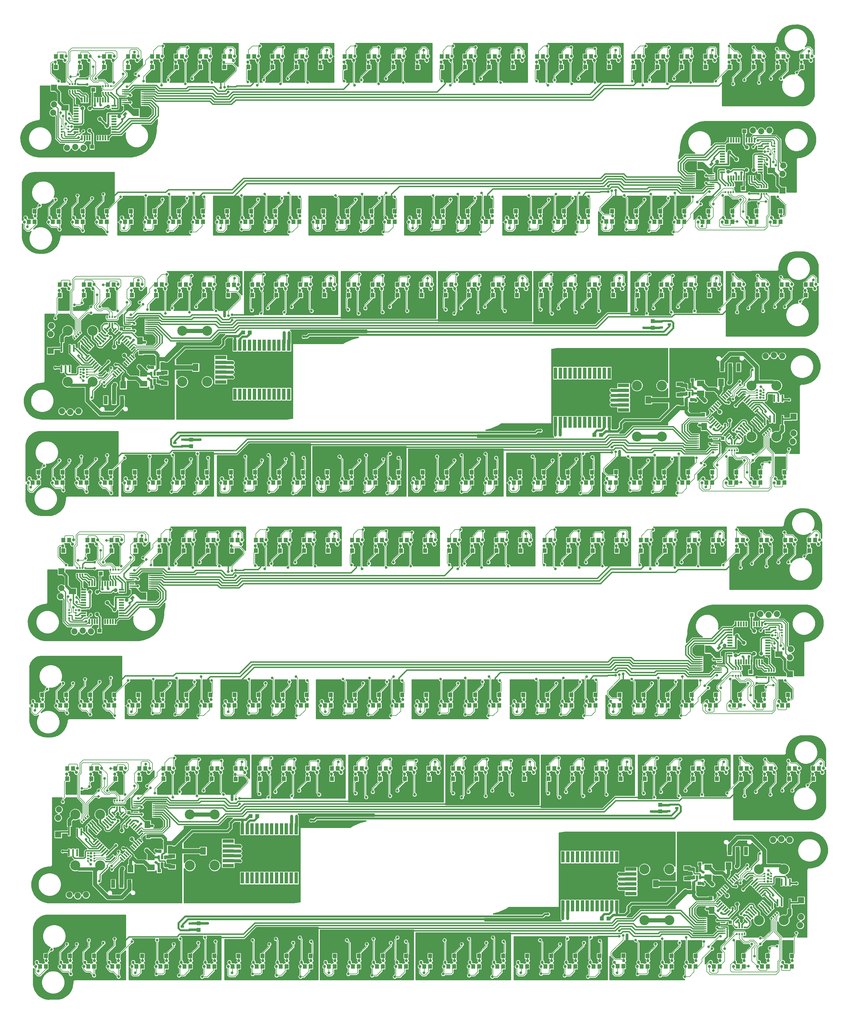
<source format=gbr>
G04 CAM350 V10.1.0 (Build 363) Date:  Sun Jan 09 00:50:28 2011 *
G04 Database: c:\projects\anibike project\hardware\anibike v2.7 bt\eagledir\anibike v2.7 bt\manufacturing\panelized_rev1.4.cam *
G04 Layer 1: AniBike_v2.7_BT_MainBoard.GTL *
G04 Composite: TOP *
%FSLAX24Y24*%
%MOIN*%
%SFA1.000B1.000*%

%MIA0B0*%
%IPPOS*%
%ADD10R,0.01970X0.08660*%
%ADD11R,0.05120X0.04720*%
%ADD12R,0.07000X0.09000*%
%ADD13C,0.12000*%
%ADD14R,0.02360X0.02200*%
%ADD15R,0.02200X0.02360*%
%ADD16R,0.04720X0.05120*%
%ADD17R,0.03940X0.03150*%
%ADD18R,0.04720X0.05510*%
%ADD19C,0.03700*%
%ADD20C,0.05600*%
%ADD21R,0.04720X0.09840*%
%ADD22R,0.02500X0.05000*%
%ADD23R,0.05910X0.01970*%
%ADD24R,0.01970X0.05910*%
%ADD25R,0.09000X0.07000*%
%ADD26R,0.07870X0.04720*%
%ADD27R,0.04330X0.03940*%
%ADD28R,0.06300X0.01570*%
%ADD29R,0.03940X0.13780*%
%ADD30R,0.13780X0.03940*%
%ADD31R,0.07400X0.07400*%
%ADD32C,0.07400*%
%ADD33R,0.03940X0.04330*%
%ADD34C,0.02400*%
%ADD35C,0.00800*%
%ADD36C,0.02500*%
%ADD37C,0.02000*%
%ADD38C,0.04000*%
%ADD39C,0.01600*%
%ADD40C,0.03600*%
%ADD41C,0.04750*%
%ADD42C,0.05000*%
%ADD43C,0.04500*%
%ADD44C,0.07000*%
%ADD45C,0.03200*%
%ADD46C,0.03200*%
%ADD47C,0.03000*%
%ADD48C,0.04600*%
%ADD49C,0.01000*%
%ADD50C,0.03300*%
%ADD51C,0.03600*%
%ADD52C,0.03500*%
%ADD53C,0.05600*%
%ADD54C,0.04000*%
%ADD55C,0.01200*%
%ADD56C,0.03960*%
%ADD57C,0.02600*%
%ADD58C,0.05310*%
%ADD59C,0.01400*%
%ADD87R,0.01970X0.08660*%
%ADD88R,0.05120X0.04720*%
%ADD89R,0.07000X0.09000*%
%ADD90R,0.02360X0.02200*%
%ADD91R,0.02200X0.02360*%
%ADD92R,0.04720X0.05120*%
%ADD93R,0.03940X0.03150*%
%ADD94R,0.04720X0.05510*%
%ADD95R,0.04720X0.09840*%
%ADD96R,0.02500X0.05000*%
%ADD97R,0.09000X0.07000*%
%ADD98R,0.07870X0.04720*%
%ADD99R,0.04330X0.03940*%
%ADD100R,0.06300X0.01570*%
%ADD101R,0.03940X0.13780*%
%ADD102R,0.13780X0.03940*%
%ADD103R,0.07400X0.07400*%
%ADD104R,0.03940X0.04330*%
%ADD111R,0.05910X0.01970*%
%ADD112R,0.01970X0.05910*%
%LNAniBike_v2.7_BT_MainBoard.GTL*%
%LPD*%
G36*
X90098Y12641D02*
G01X90254Y12797D01*
X90420Y12631*
X90264Y12475*
X90098Y12641*
G37*
G36*
X89875Y12418D02*
G01X90031Y12574D01*
X90197Y12408*
X90041Y12252*
X89875Y12418*
G37*
G36*
X89539Y13199D02*
G01X89695Y13355D01*
X89861Y13189*
X89705Y13033*
X89539Y13199*
G37*
G36*
X89652Y12195D02*
G01X89808Y12351D01*
X89974Y12185*
X89818Y12029*
X89652Y12195*
G37*
G36*
X89429Y11973D02*
G01X89585Y12129D01*
X89751Y11963*
X89595Y11807*
X89429Y11973*
G37*
G36*
X89198Y70882D02*
G01X89354Y71038D01*
X89520Y70872*
X89364Y70716*
X89198Y70882*
G37*
G36*
X89316Y12977D02*
G01X89472Y13133D01*
X89638Y12967*
X89482Y12811*
X89316Y12977*
G37*
G36*
X89094Y12754D02*
G01X89250Y12910D01*
X89416Y12744*
X89260Y12588*
X89094Y12754*
G37*
G36*
X88975Y70659D02*
G01X89131Y70815D01*
X89297Y70649*
X89141Y70493*
X88975Y70659*
G37*
G36*
X88871Y12531D02*
G01X89027Y12687D01*
X89193Y12521*
X89037Y12365*
X88871Y12531*
G37*
G36*
X88752Y70436D02*
G01X88908Y70592D01*
X89074Y70426*
X88918Y70270*
X88752Y70436*
G37*
G36*
X88639Y71440D02*
G01X88795Y71596D01*
X88961Y71430*
X88805Y71274*
X88639Y71440*
G37*
G36*
X88529Y70214D02*
G01X88685Y70370D01*
X88851Y70204*
X88695Y70048*
X88529Y70214*
G37*
G36*
X88416Y71218D02*
G01X88572Y71374D01*
X88738Y71208*
X88582Y71052*
X88416Y71218*
G37*
G36*
X88194Y70995D02*
G01X88350Y71151D01*
X88516Y70985*
X88360Y70829*
X88194Y70995*
G37*
G36*
X87971Y70772D02*
G01X88127Y70928D01*
X88293Y70762*
X88137Y70606*
X87971Y70772*
G37*
G36*
X7574Y23694D02*
G01X7730Y23850D01*
X7896Y23684*
X7740Y23528*
X7574Y23694*
G37*
G36*
X7351Y23471D02*
G01X7507Y23627D01*
X7673Y23461*
X7517Y23305*
X7351Y23471*
G37*
G36*
X7016Y24252D02*
G01X7172Y24408D01*
X7338Y24242*
X7182Y24086*
X7016Y24252*
G37*
G36*
X7129Y23248D02*
G01X7285Y23404D01*
X7451Y23238*
X7295Y23082*
X7129Y23248*
G37*
G36*
X6906Y23026D02*
G01X7062Y23182D01*
X7228Y23016*
X7072Y22860*
X6906Y23026*
G37*
G36*
X6674Y81935D02*
G01X6830Y82091D01*
X6996Y81925*
X6840Y81769*
X6674Y81935*
G37*
G36*
X6793Y24030D02*
G01X6949Y24186D01*
X7115Y24020*
X6959Y23864*
X6793Y24030*
G37*
G36*
X6570Y23807D02*
G01X6726Y23963D01*
X6892Y23797*
X6736Y23641*
X6570Y23807*
G37*
G36*
X6451Y81712D02*
G01X6607Y81868D01*
X6773Y81702*
X6617Y81546*
X6451Y81712*
G37*
G36*
X6347Y23584D02*
G01X6503Y23740D01*
X6669Y23574*
X6513Y23418*
X6347Y23584*
G37*
G36*
X6229Y81489D02*
G01X6385Y81645D01*
X6551Y81479*
X6395Y81323*
X6229Y81489*
G37*
G36*
X6116Y82493D02*
G01X6272Y82649D01*
X6438Y82483*
X6282Y82327*
X6116Y82493*
G37*
G36*
X6006Y81267D02*
G01X6162Y81423D01*
X6328Y81257*
X6172Y81101*
X6006Y81267*
G37*
G36*
X5893Y82271D02*
G01X6049Y82427D01*
X6215Y82261*
X6059Y82105*
X5893Y82271*
G37*
G36*
X5670Y82048D02*
G01X5826Y82204D01*
X5992Y82038*
X5836Y81882*
X5670Y82048*
G37*
G36*
X5447Y81825D02*
G01X5603Y81981D01*
X5769Y81815*
X5613Y81659*
X5447Y81825*
G37*
G36*
X88416Y14723D02*
G01X88832Y15139D01*
X88970Y15001*
X88554Y14585*
X88416Y14723*
G37*
G36*
Y13999D02*
G01X88554Y14137D01*
X88970Y13721*
X88832Y13583*
X88416Y13999*
G37*
G36*
X88194Y14946D02*
G01X88610Y15362D01*
X88748Y15224*
X88332Y14808*
X88194Y14946*
G37*
G36*
Y13776D02*
G01X88332Y13914D01*
X88748Y13498*
X88610Y13360*
X88194Y13776*
G37*
G36*
X87971Y15169D02*
G01X88387Y15585D01*
X88525Y15447*
X88109Y15031*
X87971Y15169*
G37*
G36*
Y13554D02*
G01X88109Y13692D01*
X88525Y13276*
X88387Y13138*
X87971Y13554*
G37*
G36*
X87748Y15391D02*
G01X88164Y15807D01*
X88302Y15669*
X87886Y15253*
X87748Y15391*
G37*
G36*
Y13331D02*
G01X87886Y13469D01*
X88302Y13053*
X88164Y12915*
X87748Y13331*
G37*
G36*
X87516Y72964D02*
G01X87932Y73380D01*
X88070Y73242*
X87654Y72826*
X87516Y72964*
G37*
G36*
Y72240D02*
G01X87654Y72378D01*
X88070Y71962*
X87932Y71824*
X87516Y72240*
G37*
G36*
X87526Y15614D02*
G01X87942Y16030D01*
X88080Y15892*
X87664Y15476*
X87526Y15614*
G37*
G36*
Y13108D02*
G01X87664Y13246D01*
X88080Y12830*
X87942Y12692*
X87526Y13108*
G37*
G36*
X87294Y73187D02*
G01X87710Y73603D01*
X87848Y73465*
X87432Y73049*
X87294Y73187*
G37*
G36*
Y72017D02*
G01X87432Y72155D01*
X87848Y71739*
X87710Y71601*
X87294Y72017*
G37*
G36*
X87303Y15837D02*
G01X87719Y16253D01*
X87857Y16115*
X87441Y15699*
X87303Y15837*
G37*
G36*
Y12885D02*
G01X87441Y13023D01*
X87857Y12607*
X87719Y12469*
X87303Y12885*
G37*
G36*
X87071Y73410D02*
G01X87487Y73826D01*
X87625Y73688*
X87209Y73272*
X87071Y73410*
G37*
G36*
Y71795D02*
G01X87209Y71933D01*
X87625Y71517*
X87487Y71379*
X87071Y71795*
G37*
G36*
X87080Y16059D02*
G01X87496Y16475D01*
X87634Y16337*
X87218Y15921*
X87080Y16059*
G37*
G36*
Y12663D02*
G01X87218Y12801D01*
X87634Y12385*
X87496Y12247*
X87080Y12663*
G37*
G36*
X86848Y73632D02*
G01X87264Y74048D01*
X87402Y73910*
X86986Y73494*
X86848Y73632*
G37*
G36*
Y71572D02*
G01X86986Y71710D01*
X87402Y71294*
X87264Y71156*
X86848Y71572*
G37*
G36*
X86857Y16282D02*
G01X87273Y16698D01*
X87411Y16560*
X86995Y16144*
X86857Y16282*
G37*
G36*
Y12440D02*
G01X86995Y12578D01*
X87411Y12162*
X87273Y12024*
X86857Y12440*
G37*
G36*
X86626Y73855D02*
G01X87042Y74271D01*
X87180Y74133*
X86764Y73717*
X86626Y73855*
G37*
G36*
Y71349D02*
G01X86764Y71487D01*
X87180Y71071*
X87042Y70933*
X86626Y71349*
G37*
G36*
X86635Y16505D02*
G01X87051Y16921D01*
X87189Y16783*
X86773Y16367*
X86635Y16505*
G37*
G36*
Y12217D02*
G01X86773Y12355D01*
X87189Y11939*
X87051Y11801*
X86635Y12217*
G37*
G36*
X86403Y74078D02*
G01X86819Y74494D01*
X86957Y74356*
X86541Y73940*
X86403Y74078*
G37*
G36*
Y71126D02*
G01X86541Y71264D01*
X86957Y70848*
X86819Y70710*
X86403Y71126*
G37*
G36*
X86412Y16728D02*
G01X86828Y17144D01*
X86966Y17006*
X86550Y16590*
X86412Y16728*
G37*
G36*
Y11995D02*
G01X86550Y12133D01*
X86966Y11717*
X86828Y11579*
X86412Y11995*
G37*
G36*
X86180Y74300D02*
G01X86596Y74716D01*
X86734Y74578*
X86318Y74162*
X86180Y74300*
G37*
G36*
Y70904D02*
G01X86318Y71042D01*
X86734Y70626*
X86596Y70488*
X86180Y70904*
G37*
G36*
X86189Y16950D02*
G01X86605Y17366D01*
X86743Y17228*
X86327Y16812*
X86189Y16950*
G37*
G36*
Y11772D02*
G01X86327Y11910D01*
X86743Y11494*
X86605Y11356*
X86189Y11772*
G37*
G36*
X85957Y74523D02*
G01X86373Y74939D01*
X86511Y74801*
X86095Y74385*
X85957Y74523*
G37*
G36*
Y70681D02*
G01X86095Y70819D01*
X86511Y70403*
X86373Y70265*
X85957Y70681*
G37*
G36*
X85735Y74746D02*
G01X86151Y75162D01*
X86289Y75024*
X85873Y74608*
X85735Y74746*
G37*
G36*
Y70458D02*
G01X85873Y70596D01*
X86289Y70180*
X86151Y70042*
X85735Y70458*
G37*
G36*
X85512Y74969D02*
G01X85928Y75385D01*
X86066Y75247*
X85650Y74831*
X85512Y74969*
G37*
G36*
Y70236D02*
G01X85650Y70374D01*
X86066Y69958*
X85928Y69820*
X85512Y70236*
G37*
G36*
X85289Y75191D02*
G01X85705Y75607D01*
X85843Y75469*
X85427Y75053*
X85289Y75191*
G37*
G36*
Y70013D02*
G01X85427Y70151D01*
X85843Y69735*
X85705Y69597*
X85289Y70013*
G37*
G36*
X85187Y17228D02*
G01X85325Y17366D01*
X85741Y16950*
X85603Y16812*
X85187Y17228*
G37*
G36*
Y11494D02*
G01X85603Y11910D01*
X85741Y11772*
X85325Y11356*
X85187Y11494*
G37*
G36*
X84964Y17006D02*
G01X85102Y17144D01*
X85518Y16728*
X85380Y16590*
X84964Y17006*
G37*
G36*
Y11717D02*
G01X85380Y12133D01*
X85518Y11995*
X85102Y11579*
X84964Y11717*
G37*
G36*
X84742Y16783D02*
G01X84880Y16921D01*
X85296Y16505*
X85158Y16367*
X84742Y16783*
G37*
G36*
Y11939D02*
G01X85158Y12355D01*
X85296Y12217*
X84880Y11801*
X84742Y11939*
G37*
G36*
X84519Y16560D02*
G01X84657Y16698D01*
X85073Y16282*
X84935Y16144*
X84519Y16560*
G37*
G36*
Y12162D02*
G01X84935Y12578D01*
X85073Y12440*
X84657Y12024*
X84519Y12162*
G37*
G36*
X84287Y75469D02*
G01X84425Y75607D01*
X84841Y75191*
X84703Y75053*
X84287Y75469*
G37*
G36*
Y69735D02*
G01X84703Y70151D01*
X84841Y70013*
X84425Y69597*
X84287Y69735*
G37*
G36*
X84296Y16337D02*
G01X84434Y16475D01*
X84850Y16059*
X84712Y15921*
X84296Y16337*
G37*
G36*
Y12385D02*
G01X84712Y12801D01*
X84850Y12663*
X84434Y12247*
X84296Y12385*
G37*
G36*
X84064Y75247D02*
G01X84202Y75385D01*
X84618Y74969*
X84480Y74831*
X84064Y75247*
G37*
G36*
Y69958D02*
G01X84480Y70374D01*
X84618Y70236*
X84202Y69820*
X84064Y69958*
G37*
G36*
X84074Y16115D02*
G01X84212Y16253D01*
X84628Y15837*
X84490Y15699*
X84074Y16115*
G37*
G36*
Y12607D02*
G01X84490Y13023D01*
X84628Y12885*
X84212Y12469*
X84074Y12607*
G37*
G36*
X83842Y75024D02*
G01X83980Y75162D01*
X84396Y74746*
X84258Y74608*
X83842Y75024*
G37*
G36*
Y70180D02*
G01X84258Y70596D01*
X84396Y70458*
X83980Y70042*
X83842Y70180*
G37*
G36*
X83851Y15892D02*
G01X83989Y16030D01*
X84405Y15614*
X84267Y15476*
X83851Y15892*
G37*
G36*
Y12830D02*
G01X84267Y13246D01*
X84405Y13108*
X83989Y12692*
X83851Y12830*
G37*
G36*
X83619Y74801D02*
G01X83757Y74939D01*
X84173Y74523*
X84035Y74385*
X83619Y74801*
G37*
G36*
Y70403D02*
G01X84035Y70819D01*
X84173Y70681*
X83757Y70265*
X83619Y70403*
G37*
G36*
X83628Y15669D02*
G01X83766Y15807D01*
X84182Y15391*
X84044Y15253*
X83628Y15669*
G37*
G36*
Y13053D02*
G01X84044Y13469D01*
X84182Y13331*
X83766Y12915*
X83628Y13053*
G37*
G36*
X83396Y74578D02*
G01X83534Y74716D01*
X83950Y74300*
X83812Y74162*
X83396Y74578*
G37*
G36*
Y70626D02*
G01X83812Y71042D01*
X83950Y70904*
X83534Y70488*
X83396Y70626*
G37*
G36*
X83405Y15447D02*
G01X83543Y15585D01*
X83959Y15169*
X83821Y15031*
X83405Y15447*
G37*
G36*
Y13276D02*
G01X83821Y13692D01*
X83959Y13554*
X83543Y13138*
X83405Y13276*
G37*
G36*
X83174Y74356D02*
G01X83312Y74494D01*
X83728Y74078*
X83590Y73940*
X83174Y74356*
G37*
G36*
Y70848D02*
G01X83590Y71264D01*
X83728Y71126*
X83312Y70710*
X83174Y70848*
G37*
G36*
X83183Y15224D02*
G01X83321Y15362D01*
X83737Y14946*
X83599Y14808*
X83183Y15224*
G37*
G36*
Y13498D02*
G01X83599Y13914D01*
X83737Y13776*
X83321Y13360*
X83183Y13498*
G37*
G36*
X82951Y74133D02*
G01X83089Y74271D01*
X83505Y73855*
X83367Y73717*
X82951Y74133*
G37*
G36*
Y71071D02*
G01X83367Y71487D01*
X83505Y71349*
X83089Y70933*
X82951Y71071*
G37*
G36*
X82960Y15001D02*
G01X83098Y15139D01*
X83514Y14723*
X83376Y14585*
X82960Y15001*
G37*
G36*
Y13721D02*
G01X83376Y14137D01*
X83514Y13999*
X83098Y13583*
X82960Y13721*
G37*
G36*
X82728Y73910D02*
G01X82866Y74048D01*
X83282Y73632*
X83144Y73494*
X82728Y73910*
G37*
G36*
Y71294D02*
G01X83144Y71710D01*
X83282Y71572*
X82866Y71156*
X82728Y71294*
G37*
G36*
X82505Y73688D02*
G01X82643Y73826D01*
X83059Y73410*
X82921Y73272*
X82505Y73688*
G37*
G36*
Y71517D02*
G01X82921Y71933D01*
X83059Y71795*
X82643Y71379*
X82505Y71517*
G37*
G36*
X82283Y73465D02*
G01X82421Y73603D01*
X82837Y73187*
X82699Y73049*
X82283Y73465*
G37*
G36*
Y71739D02*
G01X82699Y72155D01*
X82837Y72017*
X82421Y71601*
X82283Y71739*
G37*
G36*
X82060Y73242D02*
G01X82198Y73380D01*
X82614Y72964*
X82476Y72826*
X82060Y73242*
G37*
G36*
Y71962D02*
G01X82476Y72378D01*
X82614Y72240*
X82198Y71824*
X82060Y71962*
G37*
G36*
X13253Y22216D02*
G01X13669Y22632D01*
X13807Y22494*
X13391Y22078*
X13253Y22216*
G37*
G36*
Y21492D02*
G01X13391Y21630D01*
X13807Y21214*
X13669Y21076*
X13253Y21492*
G37*
G36*
X13030Y22439D02*
G01X13446Y22855D01*
X13584Y22717*
X13168Y22301*
X13030Y22439*
G37*
G36*
Y21269D02*
G01X13168Y21407D01*
X13584Y20991*
X13446Y20853*
X13030Y21269*
G37*
G36*
X12808Y22661D02*
G01X13224Y23077D01*
X13362Y22939*
X12946Y22523*
X12808Y22661*
G37*
G36*
Y21046D02*
G01X12946Y21184D01*
X13362Y20768*
X13224Y20630*
X12808Y21046*
G37*
G36*
X12585Y22884D02*
G01X13001Y23300D01*
X13139Y23162*
X12723Y22746*
X12585Y22884*
G37*
G36*
Y20824D02*
G01X12723Y20962D01*
X13139Y20546*
X13001Y20408*
X12585Y20824*
G37*
G36*
X12353Y80457D02*
G01X12769Y80873D01*
X12907Y80735*
X12491Y80319*
X12353Y80457*
G37*
G36*
Y79733D02*
G01X12491Y79871D01*
X12907Y79455*
X12769Y79317*
X12353Y79733*
G37*
G36*
X12362Y23107D02*
G01X12778Y23523D01*
X12916Y23385*
X12500Y22969*
X12362Y23107*
G37*
G36*
Y20601D02*
G01X12500Y20739D01*
X12916Y20323*
X12778Y20185*
X12362Y20601*
G37*
G36*
X12130Y80680D02*
G01X12546Y81096D01*
X12684Y80958*
X12268Y80542*
X12130Y80680*
G37*
G36*
Y79510D02*
G01X12268Y79648D01*
X12684Y79232*
X12546Y79094*
X12130Y79510*
G37*
G36*
X12139Y23330D02*
G01X12555Y23746D01*
X12693Y23608*
X12277Y23192*
X12139Y23330*
G37*
G36*
Y20378D02*
G01X12277Y20516D01*
X12693Y20100*
X12555Y19962*
X12139Y20378*
G37*
G36*
X11908Y80902D02*
G01X12324Y81318D01*
X12462Y81180*
X12046Y80764*
X11908Y80902*
G37*
G36*
Y79287D02*
G01X12046Y79425D01*
X12462Y79009*
X12324Y78871*
X11908Y79287*
G37*
G36*
X11917Y23552D02*
G01X12333Y23968D01*
X12471Y23830*
X12055Y23414*
X11917Y23552*
G37*
G36*
Y20156D02*
G01X12055Y20294D01*
X12471Y19878*
X12333Y19740*
X11917Y20156*
G37*
G36*
X11685Y81125D02*
G01X12101Y81541D01*
X12239Y81403*
X11823Y80987*
X11685Y81125*
G37*
G36*
Y79065D02*
G01X11823Y79203D01*
X12239Y78787*
X12101Y78649*
X11685Y79065*
G37*
G36*
X11694Y23775D02*
G01X12110Y24191D01*
X12248Y24053*
X11832Y23637*
X11694Y23775*
G37*
G36*
Y19933D02*
G01X11832Y20071D01*
X12248Y19655*
X12110Y19517*
X11694Y19933*
G37*
G36*
X11462Y81348D02*
G01X11878Y81764D01*
X12016Y81626*
X11600Y81210*
X11462Y81348*
G37*
G36*
Y78842D02*
G01X11600Y78980D01*
X12016Y78564*
X11878Y78426*
X11462Y78842*
G37*
G36*
X11471Y23998D02*
G01X11887Y24414D01*
X12025Y24276*
X11609Y23860*
X11471Y23998*
G37*
G36*
Y19710D02*
G01X11609Y19848D01*
X12025Y19432*
X11887Y19294*
X11471Y19710*
G37*
G36*
X11239Y81571D02*
G01X11655Y81987D01*
X11793Y81849*
X11377Y81433*
X11239Y81571*
G37*
G36*
Y78619D02*
G01X11377Y78757D01*
X11793Y78341*
X11655Y78203*
X11239Y78619*
G37*
G36*
X11249Y24220D02*
G01X11665Y24636D01*
X11803Y24498*
X11387Y24082*
X11249Y24220*
G37*
G36*
Y19487D02*
G01X11387Y19625D01*
X11803Y19209*
X11665Y19071*
X11249Y19487*
G37*
G36*
X11017Y81793D02*
G01X11433Y82209D01*
X11571Y82071*
X11155Y81655*
X11017Y81793*
G37*
G36*
Y78397D02*
G01X11155Y78535D01*
X11571Y78119*
X11433Y77981*
X11017Y78397*
G37*
G36*
X11026Y24443D02*
G01X11442Y24859D01*
X11580Y24721*
X11164Y24305*
X11026Y24443*
G37*
G36*
Y19265D02*
G01X11164Y19403D01*
X11580Y18987*
X11442Y18849*
X11026Y19265*
G37*
G36*
X10794Y82016D02*
G01X11210Y82432D01*
X11348Y82294*
X10932Y81878*
X10794Y82016*
G37*
G36*
Y78174D02*
G01X10932Y78312D01*
X11348Y77896*
X11210Y77758*
X10794Y78174*
G37*
G36*
X10571Y82239D02*
G01X10987Y82655D01*
X11125Y82517*
X10709Y82101*
X10571Y82239*
G37*
G36*
Y77951D02*
G01X10709Y78089D01*
X11125Y77673*
X10987Y77535*
X10571Y77951*
G37*
G36*
X10349Y82461D02*
G01X10765Y82877D01*
X10903Y82739*
X10487Y82323*
X10349Y82461*
G37*
G36*
Y77728D02*
G01X10487Y77866D01*
X10903Y77450*
X10765Y77312*
X10349Y77728*
G37*
G36*
X10126Y82684D02*
G01X10542Y83100D01*
X10680Y82962*
X10264Y82546*
X10126Y82684*
G37*
G36*
Y77506D02*
G01X10264Y77644D01*
X10680Y77228*
X10542Y77090*
X10126Y77506*
G37*
G36*
X10024Y24721D02*
G01X10162Y24859D01*
X10578Y24443*
X10440Y24305*
X10024Y24721*
G37*
G36*
Y18987D02*
G01X10440Y19403D01*
X10578Y19265*
X10162Y18849*
X10024Y18987*
G37*
G36*
X9801Y24498D02*
G01X9939Y24636D01*
X10355Y24220*
X10217Y24082*
X9801Y24498*
G37*
G36*
Y19209D02*
G01X10217Y19625D01*
X10355Y19487*
X9939Y19071*
X9801Y19209*
G37*
G36*
X9578Y24276D02*
G01X9716Y24414D01*
X10132Y23998*
X9994Y23860*
X9578Y24276*
G37*
G36*
Y19432D02*
G01X9994Y19848D01*
X10132Y19710*
X9716Y19294*
X9578Y19432*
G37*
G36*
X9356Y24053D02*
G01X9494Y24191D01*
X9910Y23775*
X9772Y23637*
X9356Y24053*
G37*
G36*
Y19655D02*
G01X9772Y20071D01*
X9910Y19933*
X9494Y19517*
X9356Y19655*
G37*
G36*
X9124Y82962D02*
G01X9262Y83100D01*
X9678Y82684*
X9540Y82546*
X9124Y82962*
G37*
G36*
Y77228D02*
G01X9540Y77644D01*
X9678Y77506*
X9262Y77090*
X9124Y77228*
G37*
G36*
X9133Y23830D02*
G01X9271Y23968D01*
X9687Y23552*
X9549Y23414*
X9133Y23830*
G37*
G36*
Y19878D02*
G01X9549Y20294D01*
X9687Y20156*
X9271Y19740*
X9133Y19878*
G37*
G36*
X8901Y82739D02*
G01X9039Y82877D01*
X9455Y82461*
X9317Y82323*
X8901Y82739*
G37*
G36*
Y77450D02*
G01X9317Y77866D01*
X9455Y77728*
X9039Y77312*
X8901Y77450*
G37*
G36*
X8910Y23608D02*
G01X9048Y23746D01*
X9464Y23330*
X9326Y23192*
X8910Y23608*
G37*
G36*
Y20100D02*
G01X9326Y20516D01*
X9464Y20378*
X9048Y19962*
X8910Y20100*
G37*
G36*
X8678Y82517D02*
G01X8816Y82655D01*
X9232Y82239*
X9094Y82101*
X8678Y82517*
G37*
G36*
Y77673D02*
G01X9094Y78089D01*
X9232Y77951*
X8816Y77535*
X8678Y77673*
G37*
G36*
X8687Y23385D02*
G01X8825Y23523D01*
X9241Y23107*
X9103Y22969*
X8687Y23385*
G37*
G36*
Y20323D02*
G01X9103Y20739D01*
X9241Y20601*
X8825Y20185*
X8687Y20323*
G37*
G36*
X8456Y82294D02*
G01X8594Y82432D01*
X9010Y82016*
X8872Y81878*
X8456Y82294*
G37*
G36*
Y77896D02*
G01X8872Y78312D01*
X9010Y78174*
X8594Y77758*
X8456Y77896*
G37*
G36*
X8465Y23162D02*
G01X8603Y23300D01*
X9019Y22884*
X8881Y22746*
X8465Y23162*
G37*
G36*
Y20546D02*
G01X8881Y20962D01*
X9019Y20824*
X8603Y20408*
X8465Y20546*
G37*
G36*
X8233Y82071D02*
G01X8371Y82209D01*
X8787Y81793*
X8649Y81655*
X8233Y82071*
G37*
G36*
Y78119D02*
G01X8649Y78535D01*
X8787Y78397*
X8371Y77981*
X8233Y78119*
G37*
G36*
X8242Y22939D02*
G01X8380Y23077D01*
X8796Y22661*
X8658Y22523*
X8242Y22939*
G37*
G36*
Y20768D02*
G01X8658Y21184D01*
X8796Y21046*
X8380Y20630*
X8242Y20768*
G37*
G36*
X8010Y81849D02*
G01X8148Y81987D01*
X8564Y81571*
X8426Y81433*
X8010Y81849*
G37*
G36*
Y78341D02*
G01X8426Y78757D01*
X8564Y78619*
X8148Y78203*
X8010Y78341*
G37*
G36*
X8019Y22717D02*
G01X8157Y22855D01*
X8573Y22439*
X8435Y22301*
X8019Y22717*
G37*
G36*
Y20991D02*
G01X8435Y21407D01*
X8573Y21269*
X8157Y20853*
X8019Y20991*
G37*
G36*
X7787Y81626D02*
G01X7925Y81764D01*
X8341Y81348*
X8203Y81210*
X7787Y81626*
G37*
G36*
Y78564D02*
G01X8203Y78980D01*
X8341Y78842*
X7925Y78426*
X7787Y78564*
G37*
G36*
X7797Y22494D02*
G01X7935Y22632D01*
X8351Y22216*
X8213Y22078*
X7797Y22494*
G37*
G36*
Y21214D02*
G01X8213Y21630D01*
X8351Y21492*
X7935Y21076*
X7797Y21214*
G37*
G36*
X7565Y81403D02*
G01X7703Y81541D01*
X8119Y81125*
X7981Y80987*
X7565Y81403*
G37*
G36*
Y78787D02*
G01X7981Y79203D01*
X8119Y79065*
X7703Y78649*
X7565Y78787*
G37*
G36*
X7342Y81180D02*
G01X7480Y81318D01*
X7896Y80902*
X7758Y80764*
X7342Y81180*
G37*
G36*
Y79009D02*
G01X7758Y79425D01*
X7896Y79287*
X7480Y78871*
X7342Y79009*
G37*
G36*
X7119Y80958D02*
G01X7257Y81096D01*
X7673Y80680*
X7535Y80542*
X7119Y80958*
G37*
G36*
Y79232D02*
G01X7535Y79648D01*
X7673Y79510*
X7257Y79094*
X7119Y79232*
G37*
G36*
X6897Y80735D02*
G01X7035Y80873D01*
X7451Y80457*
X7313Y80319*
X6897Y80735*
G37*
G36*
Y79455D02*
G01X7313Y79871D01*
X7451Y79733*
X7035Y79317*
X6897Y79455*
G37*
G36*
X83781Y17018D02*
G01X84114Y17351D01*
X84475Y16990*
X84142Y16657*
X83781Y17018*
G37*
G36*
X83215Y16452D02*
G01X83548Y16785D01*
X83909Y16424*
X83576Y16091*
X83215Y16452*
G37*
G36*
X82881Y75259D02*
G01X83214Y75592D01*
X83575Y75231*
X83242Y74898*
X82881Y75259*
G37*
G36*
X82315Y74693D02*
G01X82648Y75026D01*
X83009Y74665*
X82676Y74332*
X82315Y74693*
G37*
G36*
X12858Y19791D02*
G01X13191Y20124D01*
X13552Y19763*
X13219Y19430*
X12858Y19791*
G37*
G36*
X12292Y19225D02*
G01X12625Y19558D01*
X12986Y19197*
X12653Y18864*
X12292Y19225*
G37*
G36*
X11958Y78032D02*
G01X12291Y78365D01*
X12652Y78004*
X12319Y77671*
X11958Y78032*
G37*
G36*
X11392Y77466D02*
G01X11725Y77799D01*
X12086Y77438*
X11753Y77105*
X11392Y77466*
G37*
G54D10*
X90335Y13839D03*
X90831D03*
X91331D03*
X91831D03*
X91835Y16323D03*
X91335D03*
X90835D03*
X90335D03*
G54D11*
X82265Y15161D03*
Y14361D03*
X20565Y11381D03*
Y10581D03*
G54D12*
X74465Y16141D03*
X75665D03*
X83205Y18261D03*
X84405D03*
X82385Y12941D03*
X81185D03*
G54D13*
X77285Y11741D03*
X74285D03*
X88085D03*
X91085D03*
Y17881D03*
X88085D03*
X77285D03*
X74285D03*
G54D14*
X88770Y17344D03*
X89560D03*
Y17029D03*
Y16714D03*
Y16399D03*
X88770D03*
Y16714D03*
Y17029D03*
G54D15*
X86358Y10876D03*
X86043D03*
X85728D03*
X85413D03*
Y10086D03*
X85728D03*
X86043D03*
X86358D03*
G54D16*
X90995Y12871D03*
X91795D03*
X69945Y11941D03*
X69145D03*
G54D17*
X19558Y11355D03*
X18574Y10981D03*
X19558Y10607D03*
G54D18*
X19540Y7451D03*
X18851D03*
X16640D03*
X15951D03*
X13740D03*
X13051D03*
X10840D03*
X10151D03*
X7940D03*
X7251D03*
X5040D03*
X4351D03*
X2140D03*
X1451D03*
Y6191D03*
X2140D03*
X4351D03*
X5040D03*
X7251D03*
X7940D03*
X10151D03*
X10840D03*
X13051D03*
X13740D03*
X15951D03*
X16640D03*
X18851D03*
X19540D03*
X21751D03*
X22440D03*
X24651D03*
X25340D03*
X27551D03*
X28240D03*
X30451D03*
X31140D03*
X33351D03*
X34040D03*
X36251D03*
X36940D03*
X39151D03*
X39840D03*
X42051D03*
X42740D03*
X44851D03*
X45540D03*
X47751D03*
X48440D03*
X50651D03*
X51340D03*
X53651D03*
X54340D03*
X56551D03*
X57240D03*
X59451D03*
X60140D03*
X62351D03*
X63040D03*
X65251D03*
X65940D03*
X68151D03*
X68840D03*
X71051Y6201D03*
X71740D03*
X73951Y6191D03*
X74640D03*
X76851D03*
X77540D03*
X79751D03*
X80440D03*
X82651D03*
X83340D03*
X85551D03*
X86240D03*
X88451D03*
X89140D03*
X91351D03*
X92040D03*
Y7451D03*
X91351D03*
X89140D03*
X88451D03*
X86240D03*
X85551D03*
X83340D03*
X82651D03*
X80440D03*
X79751D03*
X77540D03*
X76851D03*
X74640D03*
X73951D03*
X71740Y7461D03*
X71051D03*
X68840Y7451D03*
X68151D03*
X65940D03*
X65251D03*
X63040D03*
X62351D03*
X60140D03*
X59451D03*
X57240D03*
X56551D03*
X54340D03*
X53651D03*
X51340D03*
X50651D03*
X48440D03*
X47751D03*
X45540D03*
X44851D03*
X42740D03*
X42051D03*
X39840D03*
X39151D03*
X36940D03*
X36251D03*
X34040D03*
X33351D03*
X31140D03*
X30451D03*
X28240D03*
X27551D03*
X25340D03*
X24651D03*
X22440D03*
X21751D03*
G54D19*
X22499Y6880D03*
X21352Y6682D03*
X21219Y6160D03*
X18452Y6682D03*
X19599Y6880D03*
X18319Y6160D03*
X16699Y6880D03*
X15552Y6682D03*
X15419Y6160D03*
X13799Y6880D03*
X12652Y6682D03*
X10899Y6880D03*
X9752Y6682D03*
X9619Y6160D03*
X12519D03*
X7999Y6880D03*
X6852Y6682D03*
X6719Y6160D03*
X5099Y6880D03*
X3952Y6682D03*
X2199Y6880D03*
X1052Y6682D03*
X919Y6160D03*
X3819D03*
X24119D03*
X24252Y6682D03*
X25399Y6880D03*
X27152Y6682D03*
X28299Y6880D03*
X30052Y6682D03*
X31199Y6880D03*
X32952Y6682D03*
X32819Y6160D03*
X29919D03*
X27019D03*
X34099Y6880D03*
X35852Y6682D03*
X36999Y6880D03*
X38752Y6682D03*
X39899Y6880D03*
X41652Y6682D03*
X42799Y6880D03*
X44452Y6682D03*
X45599Y6880D03*
X47352Y6682D03*
X48499Y6880D03*
X50252Y6682D03*
X51399Y6880D03*
X53252Y6682D03*
X54399Y6880D03*
X56152Y6682D03*
X57299Y6880D03*
X59052Y6682D03*
X60199Y6880D03*
X61952Y6682D03*
X63099Y6880D03*
X64852Y6682D03*
X64719Y6160D03*
X61819D03*
X58919D03*
X56019D03*
X53119D03*
X50119D03*
X47219D03*
X44319D03*
X41519D03*
X38619D03*
X35719D03*
X65999Y6880D03*
X67752Y6682D03*
X68899Y6880D03*
X70652Y6692D03*
X71799Y6890D03*
X73552Y6682D03*
X74699Y6880D03*
X76452Y6682D03*
X77599Y6880D03*
X79352Y6682D03*
X80499Y6880D03*
X82252Y6682D03*
X83399Y6880D03*
X85152Y6682D03*
X86299Y6880D03*
X88052Y6682D03*
X89199Y6880D03*
X90952Y6682D03*
X92099Y6880D03*
X90819Y6160D03*
X87919D03*
X85019D03*
X82119D03*
X79219D03*
X76319D03*
X73419D03*
X70519Y6170D03*
X67619Y6160D03*
G54D20*
X68505Y8081D03*
X65605D03*
X62705D03*
X59805D03*
X56905D03*
X54005D03*
X51005D03*
X48105D03*
X45205D03*
X42405D03*
X39505D03*
X36605D03*
X33705D03*
X30805D03*
X27905D03*
X25005D03*
X22105D03*
X19205D03*
X16305D03*
X13405D03*
X10505D03*
X7605D03*
X4705D03*
X1805D03*
X71405Y8091D03*
X74305Y8081D03*
X77205D03*
X80105D03*
X83005D03*
X85905D03*
X88805D03*
X91705D03*
G54D21*
X86509Y20078D03*
X85525D03*
X84541D03*
G54D22*
X80999Y17814D03*
X80625D03*
X80251D03*
Y16908D03*
X80625D03*
X80999D03*
G54D25*
X81945Y16921D03*
Y18121D03*
G54D26*
X79445Y18031D03*
Y16771D03*
G54D27*
X80211Y16161D03*
X80880D03*
X80960Y18521D03*
X80291D03*
G54D28*
X81444Y11976D03*
Y11721D03*
Y11465D03*
Y11209D03*
Y10953D03*
Y10697D03*
Y10441D03*
Y10185D03*
X83767D03*
Y10441D03*
Y10697D03*
Y10953D03*
Y11209D03*
Y11465D03*
Y11721D03*
Y11976D03*
G54D29*
X71536Y13468D03*
X70946D03*
X70355D03*
X69764D03*
X69174D03*
X68583D03*
X67993D03*
X67402D03*
X66812D03*
X66221D03*
X65631D03*
X65040D03*
X64449D03*
Y19373D03*
X65040D03*
X65631D03*
X66221D03*
X66812D03*
X67402D03*
X67993D03*
X68583D03*
X69174D03*
X69764D03*
X70355D03*
X70946D03*
X71536D03*
G54D30*
X72662Y18487D03*
Y17897D03*
Y17306D03*
Y16716D03*
Y16125D03*
Y15535D03*
Y14944D03*
Y14354D03*
G54D31*
X93155Y14141D03*
X88785Y21521D03*
G54D32*
X89785Y21421D03*
X90785Y21521D03*
X91785Y21421D03*
X93055Y13141D03*
X93155Y12141D03*
X93055Y11141D03*
G54D33*
X84625Y10856D03*
Y11526D03*
G54D39*
X64188Y8421D03*
X52348D03*
X78588D03*
X81702Y6581D03*
X81886Y6765D03*
X55308Y8421D03*
X16616Y7895D03*
X17628Y8341D03*
X20588D03*
X29148D03*
X83689Y15958D03*
X87820Y15092D03*
X87587Y15325D03*
X89772Y12873D03*
X89937Y12708D03*
X84343Y15325D03*
X84505Y10254D03*
Y10349D03*
X85875Y11590D03*
X92016Y12120D03*
X89518Y12289D03*
X92282Y9881D03*
X84343Y13397D03*
X90021Y15998D03*
X91306Y21649D03*
G54D40*
X85305Y15821D03*
X86185Y15461D03*
X85905Y12501D03*
G54D41*
X85465Y13661D03*
X84265Y14701D03*
X80425Y14461D03*
X79225Y15151D03*
X76985Y14781D03*
X82465Y16061D03*
X83065Y16881D03*
X83785Y18941D03*
G54D46*
X71265Y9821D03*
X71705Y9901D03*
X72185Y9981D03*
X71265Y10461D03*
X65025Y11941D03*
X64425D03*
X62665Y12461D03*
X63785Y13021D03*
X72345Y12781D03*
X72825D03*
Y13181D03*
X72665Y12381D03*
X81785Y13101D03*
X83145Y12861D03*
X83545Y12621D03*
X84905Y13181D03*
X86585Y12701D03*
X86305Y12341D03*
X86825Y13021D03*
X87145Y13261D03*
X89785Y14741D03*
X92605Y16181D03*
X89165Y16421D03*
X89185Y16821D03*
Y17241D03*
X89225Y17741D03*
X86705Y17941D03*
X86665Y18381D03*
X81385Y17501D03*
X85865Y16221D03*
X81385Y16061D03*
X71225Y16141D03*
Y16701D03*
Y17341D03*
Y15581D03*
X83065Y11741D03*
Y10861D03*
X83465Y9821D03*
X88265Y9581D03*
X90265Y8621D03*
X87545Y7421D03*
X83945Y8301D03*
X82425D03*
X82025Y8541D03*
X92585Y10221D03*
X86825Y6221D03*
X88185Y19781D03*
X21665Y11381D03*
G54D50*
X70985Y5421D03*
X73465Y5261D03*
X76185Y5101D03*
X79145Y4941D03*
X82585Y5661D03*
X89385Y8381D03*
X88265Y8861D03*
X87225D03*
X85065Y9341D03*
X81465Y9181D03*
X79305Y9661D03*
X78505Y9021D03*
X76425Y9501D03*
X75625Y8861D03*
X73225Y9341D03*
X68905Y9261D03*
X67785Y9661D03*
X64985Y9501D03*
X66985Y9021D03*
X64105Y8861D03*
X61705Y9341D03*
X57305Y9181D03*
X56025Y9661D03*
X55225Y9021D03*
X53145Y9501D03*
X50185Y9341D03*
X52265Y8861D03*
X45545Y9181D03*
X43705Y9021D03*
X41625Y9501D03*
X44505Y9661D03*
X40825Y8861D03*
X38425Y9341D03*
X34105Y9181D03*
X32745Y9661D03*
X29865Y9501D03*
X31945Y9021D03*
X29065Y8861D03*
X27065Y9341D03*
X22585Y9181D03*
X21305Y9661D03*
X20505Y9021D03*
X18345Y9501D03*
X17545Y8861D03*
X15545Y9341D03*
X12505Y9181D03*
X10425Y9501D03*
X9065Y9021D03*
X7305Y9341D03*
X5865Y8861D03*
X4665D03*
X2825Y8221D03*
X1225Y5621D03*
X5145Y5261D03*
X7945Y5101D03*
X10905Y4941D03*
X12905Y5421D03*
X15465Y5261D03*
X18185Y5101D03*
X20985Y4941D03*
X24585Y5421D03*
X27065Y5261D03*
X29945Y5101D03*
X32825Y4941D03*
X36265Y5421D03*
X38585Y5261D03*
X41465Y5101D03*
X44185Y4941D03*
X47705Y5421D03*
X50025Y5261D03*
X53145Y5101D03*
X55945Y4941D03*
X59385Y5421D03*
X61819Y5295D03*
X64665Y5101D03*
X67465Y4941D03*
G54D54*
X84215Y13941D03*
X84675D03*
X82325Y12121D03*
G54D56*
X82060Y11701D03*
G54D58*
X85405Y18251D03*
G54D87*
X6432Y22376D03*
X5936D03*
X5436D03*
X4936D03*
X4932Y19892D03*
X5432D03*
X5932D03*
X6432D03*
G54D88*
X14502Y21054D03*
Y21854D03*
X76202Y24834D03*
Y25634D03*
G54D89*
X22302Y20074D03*
X21102D03*
X13562Y17954D03*
X12362D03*
X14382Y23274D03*
X15582D03*
G54D13*
X19482Y24474D03*
X22482D03*
X8682D03*
X5682D03*
Y18334D03*
X8682D03*
X19482D03*
X22482D03*
G54D90*
X7997Y18871D03*
X7207D03*
Y19186D03*
Y19501D03*
Y19816D03*
X7997D03*
Y19501D03*
Y19186D03*
G54D91*
X10409Y25339D03*
X10724D03*
X11039D03*
X11354D03*
Y26129D03*
X11039D03*
X10724D03*
X10409D03*
G54D92*
X5772Y23344D03*
X4972D03*
X26822Y24274D03*
X27622D03*
G54D93*
X77209Y24860D03*
X78193Y25234D03*
X77209Y25608D03*
G54D94*
X77227Y28764D03*
X77916D03*
X80127D03*
X80816D03*
X83027D03*
X83716D03*
X85927D03*
X86616D03*
X88827D03*
X89516D03*
X91727D03*
X92416D03*
X94627D03*
X95316D03*
Y30024D03*
X94627D03*
X92416D03*
X91727D03*
X89516D03*
X88827D03*
X86616D03*
X85927D03*
X83716D03*
X83027D03*
X80816D03*
X80127D03*
X77916D03*
X77227D03*
X75016D03*
X74327D03*
X72116D03*
X71427D03*
X69216D03*
X68527D03*
X66316D03*
X65627D03*
X63416D03*
X62727D03*
X60516D03*
X59827D03*
X57616D03*
X56927D03*
X54716D03*
X54027D03*
X51916D03*
X51227D03*
X49016D03*
X48327D03*
X46116D03*
X45427D03*
X43116D03*
X42427D03*
X40216D03*
X39527D03*
X37316D03*
X36627D03*
X34416D03*
X33727D03*
X31516D03*
X30827D03*
X28616D03*
X27927D03*
X25716Y30014D03*
X25027D03*
X22816Y30024D03*
X22127D03*
X19916D03*
X19227D03*
X17016D03*
X16327D03*
X14116D03*
X13427D03*
X11216D03*
X10527D03*
X8316D03*
X7627D03*
X5416D03*
X4727D03*
Y28764D03*
X5416D03*
X7627D03*
X8316D03*
X10527D03*
X11216D03*
X13427D03*
X14116D03*
X16327D03*
X17016D03*
X19227D03*
X19916D03*
X22127D03*
X22816D03*
X25027Y28754D03*
X25716D03*
X27927Y28764D03*
X28616D03*
X30827D03*
X31516D03*
X33727D03*
X34416D03*
X36627D03*
X37316D03*
X39527D03*
X40216D03*
X42427D03*
X43116D03*
X45427D03*
X46116D03*
X48327D03*
X49016D03*
X51227D03*
X51916D03*
X54027D03*
X54716D03*
X56927D03*
X57616D03*
X59827D03*
X60516D03*
X62727D03*
X63416D03*
X65627D03*
X66316D03*
X68527D03*
X69216D03*
X71427D03*
X72116D03*
X74327D03*
X75016D03*
G54D19*
X74268Y29335D03*
X75415Y29533D03*
X75548Y30055D03*
X78315Y29533D03*
X77168Y29335D03*
X78448Y30055D03*
X80068Y29335D03*
X81215Y29533D03*
X81348Y30055D03*
X82968Y29335D03*
X84115Y29533D03*
X85868Y29335D03*
X87015Y29533D03*
X87148Y30055D03*
X84248D03*
X88768Y29335D03*
X89915Y29533D03*
X90048Y30055D03*
X91668Y29335D03*
X92815Y29533D03*
X94568Y29335D03*
X95715Y29533D03*
X95848Y30055D03*
X92948D03*
X72648D03*
X72515Y29533D03*
X71368Y29335D03*
X69615Y29533D03*
X68468Y29335D03*
X66715Y29533D03*
X65568Y29335D03*
X63815Y29533D03*
X63948Y30055D03*
X66848D03*
X69748D03*
X62668Y29335D03*
X60915Y29533D03*
X59768Y29335D03*
X58015Y29533D03*
X56868Y29335D03*
X55115Y29533D03*
X53968Y29335D03*
X52315Y29533D03*
X51168Y29335D03*
X49415Y29533D03*
X48268Y29335D03*
X46515Y29533D03*
X45368Y29335D03*
X43515Y29533D03*
X42368Y29335D03*
X40615Y29533D03*
X39468Y29335D03*
X37715Y29533D03*
X36568Y29335D03*
X34815Y29533D03*
X33668Y29335D03*
X31915Y29533D03*
X32048Y30055D03*
X34948D03*
X37848D03*
X40748D03*
X43648D03*
X46648D03*
X49548D03*
X52448D03*
X55248D03*
X58148D03*
X61048D03*
X30768Y29335D03*
X29015Y29533D03*
X27868Y29335D03*
X26115Y29523D03*
X24968Y29325D03*
X23215Y29533D03*
X22068Y29335D03*
X20315Y29533D03*
X19168Y29335D03*
X17415Y29533D03*
X16268Y29335D03*
X14515Y29533D03*
X13368Y29335D03*
X11615Y29533D03*
X10468Y29335D03*
X8715Y29533D03*
X7568Y29335D03*
X5815Y29533D03*
X4668Y29335D03*
X5948Y30055D03*
X8848D03*
X11748D03*
X14648D03*
X17548D03*
X20448D03*
X23348D03*
X26248Y30045D03*
X29148Y30055D03*
G54D20*
X28262Y28134D03*
X31162D03*
X34062D03*
X36962D03*
X39862D03*
X42762D03*
X45762D03*
X48662D03*
X51562D03*
X54362D03*
X57262D03*
X60162D03*
X63062D03*
X65962D03*
X68862D03*
X71762D03*
X74662D03*
X77562D03*
X80462D03*
X83362D03*
X86262D03*
X89162D03*
X92062D03*
X94962D03*
X25362Y28124D03*
X22462Y28134D03*
X19562D03*
X16662D03*
X13762D03*
X10862D03*
X7962D03*
X5062D03*
G54D95*
X10258Y16137D03*
X11242D03*
X12226D03*
G54D96*
X15768Y18401D03*
X16142D03*
X16516D03*
Y19307D03*
X16142D03*
X15768D03*
G54D97*
X14822Y19294D03*
Y18094D03*
G54D98*
X17322Y18184D03*
Y19444D03*
G54D99*
X16556Y20054D03*
X15887D03*
X15807Y17694D03*
X16476D03*
G54D100*
X15323Y24239D03*
Y24494D03*
Y24750D03*
Y25006D03*
Y25262D03*
Y25518D03*
Y25774D03*
Y26030D03*
X13000D03*
Y25774D03*
Y25518D03*
Y25262D03*
Y25006D03*
Y24750D03*
Y24494D03*
Y24239D03*
G54D101*
X25231Y22747D03*
X25821D03*
X26412D03*
X27003D03*
X27593D03*
X28184D03*
X28774D03*
X29365D03*
X29955D03*
X30546D03*
X31136D03*
X31727D03*
X32318D03*
Y16842D03*
X31727D03*
X31136D03*
X30546D03*
X29955D03*
X29365D03*
X28774D03*
X28184D03*
X27593D03*
X27003D03*
X26412D03*
X25821D03*
X25231D03*
G54D102*
X24105Y17728D03*
Y18318D03*
Y18909D03*
Y19499D03*
Y20090D03*
Y20680D03*
Y21271D03*
Y21861D03*
G54D103*
X3612Y22074D03*
X7982Y14694D03*
G54D32*
X6982Y14794D03*
X5982Y14694D03*
X4982Y14794D03*
X3712Y23074D03*
X3612Y24074D03*
X3712Y25074D03*
G54D104*
X12142Y25359D03*
Y24689D03*
G54D39*
X32579Y27794D03*
X44419D03*
X18179D03*
X15065Y29634D03*
X14881Y29450D03*
X41459Y27794D03*
X80151Y28320D03*
X79139Y27874D03*
X76179D03*
X67619D03*
X13078Y20257D03*
X8947Y21123D03*
X9180Y20890D03*
X6995Y23342D03*
X6830Y23507D03*
X12424Y20890D03*
X12262Y25961D03*
Y25866D03*
X10892Y24625D03*
X4751Y24095D03*
X7249Y23926D03*
X4485Y26334D03*
X12424Y22818D03*
X6746Y20217D03*
X5461Y14566D03*
G54D40*
X11462Y20394D03*
X10582Y20754D03*
X10862Y23714D03*
G54D41*
X11302Y22554D03*
X12502Y21514D03*
X16342Y21754D03*
X17542Y21064D03*
X19782Y21434D03*
X14302Y20154D03*
X13702Y19334D03*
X12982Y17274D03*
G54D45*
X25502Y26394D03*
X25062Y26314D03*
X24582Y26234D03*
X25502Y25754D03*
X31742Y24274D03*
X32342D03*
X34102Y23754D03*
X32982Y23194D03*
X24422Y23434D03*
X23942D03*
Y23034D03*
X24102Y23834D03*
X14982Y23114D03*
X13622Y23354D03*
X13222Y23594D03*
X11862Y23034D03*
X10182Y23514D03*
X10462Y23874D03*
X9942Y23194D03*
X9622Y22954D03*
X6982Y21474D03*
X4162Y20034D03*
X7602Y19794D03*
X7582Y19394D03*
Y18974D03*
X7542Y18474D03*
X10062Y18274D03*
X10102Y17834D03*
X15382Y18714D03*
X10902Y19994D03*
X15382Y20154D03*
X25542Y20074D03*
Y19514D03*
Y18874D03*
Y20634D03*
X13702Y24474D03*
Y25354D03*
X13302Y26394D03*
X8502Y26634D03*
X6502Y27594D03*
X9222Y28794D03*
X12822Y27914D03*
X14342D03*
X14742Y27674D03*
X4182Y25994D03*
X9942Y29994D03*
X8582Y16434D03*
X75102Y24834D03*
G54D50*
X25782Y30794D03*
X23302Y30954D03*
X20582Y31114D03*
X17622Y31274D03*
X14182Y30554D03*
X7382Y27834D03*
X8502Y27354D03*
X9542D03*
X11702Y26874D03*
X15302Y27034D03*
X17462Y26554D03*
X18262Y27194D03*
X20342Y26714D03*
X21142Y27354D03*
X23542Y26874D03*
X27862Y26954D03*
X28982Y26554D03*
X31782Y26714D03*
X29782Y27194D03*
X32662Y27354D03*
X35062Y26874D03*
X39462Y27034D03*
X40742Y26554D03*
X41542Y27194D03*
X43622Y26714D03*
X46582Y26874D03*
X44502Y27354D03*
X51222Y27034D03*
X53062Y27194D03*
X55142Y26714D03*
X52262Y26554D03*
X55942Y27354D03*
X58342Y26874D03*
X62662Y27034D03*
X64022Y26554D03*
X66902Y26714D03*
X64822Y27194D03*
X67702Y27354D03*
X69702Y26874D03*
X74182Y27034D03*
X75462Y26554D03*
X76262Y27194D03*
X78422Y26714D03*
X79222Y27354D03*
X81222Y26874D03*
X84262Y27034D03*
X86342Y26714D03*
X87702Y27194D03*
X89462Y26874D03*
X90902Y27354D03*
X92102D03*
X93942Y27994D03*
X95542Y30594D03*
X91622Y30954D03*
X88822Y31114D03*
X85862Y31274D03*
X83862Y30794D03*
X81302Y30954D03*
X78582Y31114D03*
X75782Y31274D03*
X72182Y30794D03*
X69702Y30954D03*
X66822Y31114D03*
X63942Y31274D03*
X60502Y30794D03*
X58182Y30954D03*
X55302Y31114D03*
X52582Y31274D03*
X49062Y30794D03*
X46742Y30954D03*
X43622Y31114D03*
X40822Y31274D03*
X37382Y30794D03*
X34948Y30920D03*
X32102Y31114D03*
X29302Y31274D03*
G54D38*
X12552Y22274D03*
X12092D03*
X14442Y24094D03*
G54D56*
X14707Y24514D03*
G54D58*
X11362Y17964D03*
G54D10*
X89435Y72080D03*
X89931D03*
X90431D03*
X90931D03*
X90935Y74564D03*
X90435D03*
X89935D03*
X89435D03*
G54D11*
X81365Y73402D03*
Y72602D03*
X19665Y69622D03*
Y68822D03*
G54D12*
X73565Y74382D03*
X74765D03*
X82305Y76502D03*
X83505D03*
X81485Y71182D03*
X80285D03*
G54D13*
X76385Y69982D03*
X73385D03*
X87185D03*
X90185D03*
Y76122D03*
X87185D03*
X76385D03*
X73385D03*
G54D14*
X87870Y75585D03*
X88660D03*
Y75270D03*
Y74955D03*
Y74640D03*
X87870D03*
Y74955D03*
Y75270D03*
G54D15*
X85458Y69117D03*
X85143D03*
X84828D03*
X84513D03*
Y68327D03*
X84828D03*
X85143D03*
X85458D03*
G54D16*
X90095Y71112D03*
X90895D03*
X69045Y70182D03*
X68245D03*
G54D17*
X18658Y69596D03*
X17674Y69222D03*
X18658Y68848D03*
G54D18*
X18640Y65692D03*
X17951D03*
X15740D03*
X15051D03*
X12840D03*
X12151D03*
X9940D03*
X9251D03*
X7040D03*
X6351D03*
X4140D03*
X3451D03*
X1240D03*
X551D03*
Y64432D03*
X1240D03*
X3451D03*
X4140D03*
X6351D03*
X7040D03*
X9251D03*
X9940D03*
X12151D03*
X12840D03*
X15051D03*
X15740D03*
X17951D03*
X18640D03*
X20851D03*
X21540D03*
X23751D03*
X24440D03*
X26651D03*
X27340D03*
X29551D03*
X30240D03*
X32451D03*
X33140D03*
X35351D03*
X36040D03*
X38251D03*
X38940D03*
X41151D03*
X41840D03*
X43951D03*
X44640D03*
X46851D03*
X47540D03*
X49751D03*
X50440D03*
X52751D03*
X53440D03*
X55651D03*
X56340D03*
X58551D03*
X59240D03*
X61451D03*
X62140D03*
X64351D03*
X65040D03*
X67251D03*
X67940D03*
X70151Y64442D03*
X70840D03*
X73051Y64432D03*
X73740D03*
X75951D03*
X76640D03*
X78851D03*
X79540D03*
X81751D03*
X82440D03*
X84651D03*
X85340D03*
X87551D03*
X88240D03*
X90451D03*
X91140D03*
Y65692D03*
X90451D03*
X88240D03*
X87551D03*
X85340D03*
X84651D03*
X82440D03*
X81751D03*
X79540D03*
X78851D03*
X76640D03*
X75951D03*
X73740D03*
X73051D03*
X70840Y65702D03*
X70151D03*
X67940Y65692D03*
X67251D03*
X65040D03*
X64351D03*
X62140D03*
X61451D03*
X59240D03*
X58551D03*
X56340D03*
X55651D03*
X53440D03*
X52751D03*
X50440D03*
X49751D03*
X47540D03*
X46851D03*
X44640D03*
X43951D03*
X41840D03*
X41151D03*
X38940D03*
X38251D03*
X36040D03*
X35351D03*
X33140D03*
X32451D03*
X30240D03*
X29551D03*
X27340D03*
X26651D03*
X24440D03*
X23751D03*
X21540D03*
X20851D03*
G54D19*
X21599Y65121D03*
X20452Y64923D03*
X20319Y64401D03*
X17552Y64923D03*
X18699Y65121D03*
X17419Y64401D03*
X15799Y65121D03*
X14652Y64923D03*
X14519Y64401D03*
X12899Y65121D03*
X11752Y64923D03*
X9999Y65121D03*
X8852Y64923D03*
X8719Y64401D03*
X11619D03*
X7099Y65121D03*
X5952Y64923D03*
X5819Y64401D03*
X4199Y65121D03*
X3052Y64923D03*
X1299Y65121D03*
X152Y64923D03*
X19Y64401D03*
X2919D03*
X23219D03*
X23352Y64923D03*
X24499Y65121D03*
X26252Y64923D03*
X27399Y65121D03*
X29152Y64923D03*
X30299Y65121D03*
X32052Y64923D03*
X31919Y64401D03*
X29019D03*
X26119D03*
X33199Y65121D03*
X34952Y64923D03*
X36099Y65121D03*
X37852Y64923D03*
X38999Y65121D03*
X40752Y64923D03*
X41899Y65121D03*
X43552Y64923D03*
X44699Y65121D03*
X46452Y64923D03*
X47599Y65121D03*
X49352Y64923D03*
X50499Y65121D03*
X52352Y64923D03*
X53499Y65121D03*
X55252Y64923D03*
X56399Y65121D03*
X58152Y64923D03*
X59299Y65121D03*
X61052Y64923D03*
X62199Y65121D03*
X63952Y64923D03*
X63819Y64401D03*
X60919D03*
X58019D03*
X55119D03*
X52219D03*
X49219D03*
X46319D03*
X43419D03*
X40619D03*
X37719D03*
X34819D03*
X65099Y65121D03*
X66852Y64923D03*
X67999Y65121D03*
X69752Y64933D03*
X70899Y65131D03*
X72652Y64923D03*
X73799Y65121D03*
X75552Y64923D03*
X76699Y65121D03*
X78452Y64923D03*
X79599Y65121D03*
X81352Y64923D03*
X82499Y65121D03*
X84252Y64923D03*
X85399Y65121D03*
X87152Y64923D03*
X88299Y65121D03*
X90052Y64923D03*
X91199Y65121D03*
X89919Y64401D03*
X87019D03*
X84119D03*
X81219D03*
X78319D03*
X75419D03*
X72519D03*
X69619Y64411D03*
X66719Y64401D03*
G54D20*
X67605Y66322D03*
X64705D03*
X61805D03*
X58905D03*
X56005D03*
X53105D03*
X50105D03*
X47205D03*
X44305D03*
X41505D03*
X38605D03*
X35705D03*
X32805D03*
X29905D03*
X27005D03*
X24105D03*
X21205D03*
X18305D03*
X15405D03*
X12505D03*
X9605D03*
X6705D03*
X3805D03*
X905D03*
X70505Y66332D03*
X73405Y66322D03*
X76305D03*
X79205D03*
X82105D03*
X85005D03*
X87905D03*
X90805D03*
G54D21*
X85609Y78319D03*
X84625D03*
X83641D03*
G54D22*
X80099Y76055D03*
X79725D03*
X79351D03*
Y75149D03*
X79725D03*
X80099D03*
G54D25*
X81045Y75162D03*
Y76362D03*
G54D26*
X78545Y76272D03*
Y75012D03*
G54D27*
X79311Y74402D03*
X79980D03*
X80060Y76762D03*
X79391D03*
G54D28*
X80544Y70217D03*
Y69962D03*
Y69706D03*
Y69450D03*
Y69194D03*
Y68938D03*
Y68682D03*
Y68426D03*
X82867D03*
Y68682D03*
Y68938D03*
Y69194D03*
Y69450D03*
Y69706D03*
Y69962D03*
Y70217D03*
G54D29*
X70636Y71709D03*
X70046D03*
X69455D03*
X68864D03*
X68274D03*
X67683D03*
X67093D03*
X66502D03*
X65912D03*
X65321D03*
X64731D03*
X64140D03*
X63549D03*
Y77614D03*
X64140D03*
X64731D03*
X65321D03*
X65912D03*
X66502D03*
X67093D03*
X67683D03*
X68274D03*
X68864D03*
X69455D03*
X70046D03*
X70636D03*
G54D30*
X71762Y76728D03*
Y76138D03*
Y75547D03*
Y74957D03*
Y74366D03*
Y73776D03*
Y73185D03*
Y72595D03*
G54D31*
X92255Y72382D03*
X87885Y79762D03*
G54D32*
X88885Y79662D03*
X89885Y79762D03*
X90885Y79662D03*
X92155Y71382D03*
X92255Y70382D03*
X92155Y69382D03*
G54D33*
X83725Y69097D03*
Y69767D03*
G54D39*
X63288Y66662D03*
X51448D03*
X77688D03*
X80802Y64822D03*
X80986Y65006D03*
X54408Y66662D03*
X15716Y66136D03*
X16728Y66582D03*
X19688D03*
X28248D03*
X82789Y74199D03*
X86920Y73333D03*
X86687Y73566D03*
X88872Y71114D03*
X89037Y70949D03*
X83443Y73566D03*
X83605Y68495D03*
Y68590D03*
X84975Y69831D03*
X91116Y70361D03*
X88618Y70530D03*
X91382Y68122D03*
X83443Y71638D03*
X89121Y74239D03*
X90406Y79890D03*
G54D40*
X84405Y74062D03*
X85285Y73702D03*
X85005Y70742D03*
G54D41*
X84565Y71902D03*
X83365Y72942D03*
X79525Y72702D03*
X78325Y73392D03*
X76085Y73022D03*
X81565Y74302D03*
X82165Y75122D03*
X82885Y77182D03*
G54D46*
X70365Y68062D03*
X70805Y68142D03*
X71285Y68222D03*
X70365Y68702D03*
X64125Y70182D03*
X63525D03*
X61765Y70702D03*
X62885Y71262D03*
X71445Y71022D03*
X71925D03*
Y71422D03*
X71765Y70622D03*
X80885Y71342D03*
X82245Y71102D03*
X82645Y70862D03*
X84005Y71422D03*
X85685Y70942D03*
X85405Y70582D03*
X85925Y71262D03*
X86245Y71502D03*
X88885Y72982D03*
X91705Y74422D03*
X88265Y74662D03*
X88285Y75062D03*
Y75482D03*
X88325Y75982D03*
X85805Y76182D03*
X85765Y76622D03*
X80485Y75742D03*
X84965Y74462D03*
X80485Y74302D03*
X70325Y74382D03*
Y74942D03*
Y75582D03*
Y73822D03*
X82165Y69982D03*
Y69102D03*
X82565Y68062D03*
X87365Y67822D03*
X89365Y66862D03*
X86645Y65662D03*
X83045Y66542D03*
X81525D03*
X81125Y66782D03*
X91685Y68462D03*
X85925Y64462D03*
X87285Y78022D03*
X20765Y69622D03*
G54D50*
X70085Y63662D03*
X72565Y63502D03*
X75285Y63342D03*
X78245Y63182D03*
X81685Y63902D03*
X88485Y66622D03*
X87365Y67102D03*
X86325D03*
X84165Y67582D03*
X80565Y67422D03*
X78405Y67902D03*
X77605Y67262D03*
X75525Y67742D03*
X74725Y67102D03*
X72325Y67582D03*
X68005Y67502D03*
X66885Y67902D03*
X64085Y67742D03*
X66085Y67262D03*
X63205Y67102D03*
X60805Y67582D03*
X56405Y67422D03*
X55125Y67902D03*
X54325Y67262D03*
X52245Y67742D03*
X49285Y67582D03*
X51365Y67102D03*
X44645Y67422D03*
X42805Y67262D03*
X40725Y67742D03*
X43605Y67902D03*
X39925Y67102D03*
X37525Y67582D03*
X33205Y67422D03*
X31845Y67902D03*
X28965Y67742D03*
X31045Y67262D03*
X28165Y67102D03*
X26165Y67582D03*
X21685Y67422D03*
X20405Y67902D03*
X19605Y67262D03*
X17445Y67742D03*
X16645Y67102D03*
X14645Y67582D03*
X11605Y67422D03*
X9525Y67742D03*
X8165Y67262D03*
X6405Y67582D03*
X4965Y67102D03*
X3765D03*
X1925Y66462D03*
X325Y63862D03*
X4245Y63502D03*
X7045Y63342D03*
X10005Y63182D03*
X12005Y63662D03*
X14565Y63502D03*
X17285Y63342D03*
X20085Y63182D03*
X23685Y63662D03*
X26165Y63502D03*
X29045Y63342D03*
X31925Y63182D03*
X35365Y63662D03*
X37685Y63502D03*
X40565Y63342D03*
X43285Y63182D03*
X46805Y63662D03*
X49125Y63502D03*
X52245Y63342D03*
X55045Y63182D03*
X58485Y63662D03*
X60919Y63536D03*
X63765Y63342D03*
X66565Y63182D03*
G54D54*
X83315Y72182D03*
X83775D03*
X81425Y70362D03*
G54D56*
X81160Y69942D03*
G54D58*
X84505Y76492D03*
G54D87*
X5532Y80617D03*
X5036D03*
X4536D03*
X4036D03*
X4032Y78133D03*
X4532D03*
X5032D03*
X5532D03*
G54D88*
X13602Y79295D03*
Y80095D03*
X75302Y83075D03*
Y83875D03*
G54D89*
X21402Y78315D03*
X20202D03*
X12662Y76195D03*
X11462D03*
X13482Y81515D03*
X14682D03*
G54D13*
X18582Y82715D03*
X21582D03*
X7782D03*
X4782D03*
Y76575D03*
X7782D03*
X18582D03*
X21582D03*
G54D90*
X7097Y77112D03*
X6307D03*
Y77427D03*
Y77742D03*
Y78057D03*
X7097D03*
Y77742D03*
Y77427D03*
G54D91*
X9509Y83580D03*
X9824D03*
X10139D03*
X10454D03*
Y84370D03*
X10139D03*
X9824D03*
X9509D03*
G54D92*
X4872Y81585D03*
X4072D03*
X25922Y82515D03*
X26722D03*
G54D93*
X76309Y83101D03*
X77293Y83475D03*
X76309Y83849D03*
G54D94*
X76327Y87005D03*
X77016D03*
X79227D03*
X79916D03*
X82127D03*
X82816D03*
X85027D03*
X85716D03*
X87927D03*
X88616D03*
X90827D03*
X91516D03*
X93727D03*
X94416D03*
Y88265D03*
X93727D03*
X91516D03*
X90827D03*
X88616D03*
X87927D03*
X85716D03*
X85027D03*
X82816D03*
X82127D03*
X79916D03*
X79227D03*
X77016D03*
X76327D03*
X74116D03*
X73427D03*
X71216D03*
X70527D03*
X68316D03*
X67627D03*
X65416D03*
X64727D03*
X62516D03*
X61827D03*
X59616D03*
X58927D03*
X56716D03*
X56027D03*
X53816D03*
X53127D03*
X51016D03*
X50327D03*
X48116D03*
X47427D03*
X45216D03*
X44527D03*
X42216D03*
X41527D03*
X39316D03*
X38627D03*
X36416D03*
X35727D03*
X33516D03*
X32827D03*
X30616D03*
X29927D03*
X27716D03*
X27027D03*
X24816Y88255D03*
X24127D03*
X21916Y88265D03*
X21227D03*
X19016D03*
X18327D03*
X16116D03*
X15427D03*
X13216D03*
X12527D03*
X10316D03*
X9627D03*
X7416D03*
X6727D03*
X4516D03*
X3827D03*
Y87005D03*
X4516D03*
X6727D03*
X7416D03*
X9627D03*
X10316D03*
X12527D03*
X13216D03*
X15427D03*
X16116D03*
X18327D03*
X19016D03*
X21227D03*
X21916D03*
X24127Y86995D03*
X24816D03*
X27027Y87005D03*
X27716D03*
X29927D03*
X30616D03*
X32827D03*
X33516D03*
X35727D03*
X36416D03*
X38627D03*
X39316D03*
X41527D03*
X42216D03*
X44527D03*
X45216D03*
X47427D03*
X48116D03*
X50327D03*
X51016D03*
X53127D03*
X53816D03*
X56027D03*
X56716D03*
X58927D03*
X59616D03*
X61827D03*
X62516D03*
X64727D03*
X65416D03*
X67627D03*
X68316D03*
X70527D03*
X71216D03*
X73427D03*
X74116D03*
G54D19*
X73368Y87576D03*
X74515Y87774D03*
X74648Y88296D03*
X77415Y87774D03*
X76268Y87576D03*
X77548Y88296D03*
X79168Y87576D03*
X80315Y87774D03*
X80448Y88296D03*
X82068Y87576D03*
X83215Y87774D03*
X84968Y87576D03*
X86115Y87774D03*
X86248Y88296D03*
X83348D03*
X87868Y87576D03*
X89015Y87774D03*
X89148Y88296D03*
X90768Y87576D03*
X91915Y87774D03*
X93668Y87576D03*
X94815Y87774D03*
X94948Y88296D03*
X92048D03*
X71748D03*
X71615Y87774D03*
X70468Y87576D03*
X68715Y87774D03*
X67568Y87576D03*
X65815Y87774D03*
X64668Y87576D03*
X62915Y87774D03*
X63048Y88296D03*
X65948D03*
X68848D03*
X61768Y87576D03*
X60015Y87774D03*
X58868Y87576D03*
X57115Y87774D03*
X55968Y87576D03*
X54215Y87774D03*
X53068Y87576D03*
X51415Y87774D03*
X50268Y87576D03*
X48515Y87774D03*
X47368Y87576D03*
X45615Y87774D03*
X44468Y87576D03*
X42615Y87774D03*
X41468Y87576D03*
X39715Y87774D03*
X38568Y87576D03*
X36815Y87774D03*
X35668Y87576D03*
X33915Y87774D03*
X32768Y87576D03*
X31015Y87774D03*
X31148Y88296D03*
X34048D03*
X36948D03*
X39848D03*
X42748D03*
X45748D03*
X48648D03*
X51548D03*
X54348D03*
X57248D03*
X60148D03*
X29868Y87576D03*
X28115Y87774D03*
X26968Y87576D03*
X25215Y87764D03*
X24068Y87566D03*
X22315Y87774D03*
X21168Y87576D03*
X19415Y87774D03*
X18268Y87576D03*
X16515Y87774D03*
X15368Y87576D03*
X13615Y87774D03*
X12468Y87576D03*
X10715Y87774D03*
X9568Y87576D03*
X7815Y87774D03*
X6668Y87576D03*
X4915Y87774D03*
X3768Y87576D03*
X5048Y88296D03*
X7948D03*
X10848D03*
X13748D03*
X16648D03*
X19548D03*
X22448D03*
X25348Y88286D03*
X28248Y88296D03*
G54D20*
X27362Y86375D03*
X30262D03*
X33162D03*
X36062D03*
X38962D03*
X41862D03*
X44862D03*
X47762D03*
X50662D03*
X53462D03*
X56362D03*
X59262D03*
X62162D03*
X65062D03*
X67962D03*
X70862D03*
X73762D03*
X76662D03*
X79562D03*
X82462D03*
X85362D03*
X88262D03*
X91162D03*
X94062D03*
X24462Y86365D03*
X21562Y86375D03*
X18662D03*
X15762D03*
X12862D03*
X9962D03*
X7062D03*
X4162D03*
G54D95*
X9358Y74378D03*
X10342D03*
X11326D03*
G54D96*
X14868Y76642D03*
X15242D03*
X15616D03*
Y77548D03*
X15242D03*
X14868D03*
G54D97*
X13922Y77535D03*
Y76335D03*
G54D98*
X16422Y76425D03*
Y77685D03*
G54D99*
X15656Y78295D03*
X14987D03*
X14907Y75935D03*
X15576D03*
G54D100*
X14423Y82480D03*
Y82735D03*
Y82991D03*
Y83247D03*
Y83503D03*
Y83759D03*
Y84015D03*
Y84271D03*
X12100D03*
Y84015D03*
Y83759D03*
Y83503D03*
Y83247D03*
Y82991D03*
Y82735D03*
Y82480D03*
G54D101*
X24331Y80988D03*
X24921D03*
X25512D03*
X26103D03*
X26693D03*
X27284D03*
X27874D03*
X28465D03*
X29055D03*
X29646D03*
X30236D03*
X30827D03*
X31418D03*
Y75083D03*
X30827D03*
X30236D03*
X29646D03*
X29055D03*
X28465D03*
X27874D03*
X27284D03*
X26693D03*
X26103D03*
X25512D03*
X24921D03*
X24331D03*
G54D102*
X23205Y75969D03*
Y76559D03*
Y77150D03*
Y77740D03*
Y78331D03*
Y78921D03*
Y79512D03*
Y80102D03*
G54D103*
X2712Y80315D03*
X7082Y72935D03*
G54D32*
X6082Y73035D03*
X5082Y72935D03*
X4082Y73035D03*
X2812Y81315D03*
X2712Y82315D03*
X2812Y83315D03*
G54D104*
X11242Y83600D03*
Y82930D03*
G54D39*
X31679Y86035D03*
X43519D03*
X17279D03*
X14165Y87875D03*
X13981Y87691D03*
X40559Y86035D03*
X79251Y86561D03*
X78239Y86115D03*
X75279D03*
X66719D03*
X12178Y78498D03*
X8047Y79364D03*
X8280Y79131D03*
X6095Y81583D03*
X5930Y81748D03*
X11524Y79131D03*
X11362Y84202D03*
Y84107D03*
X9992Y82866D03*
X3851Y82336D03*
X6349Y82167D03*
X3585Y84575D03*
X11524Y81059D03*
X5846Y78458D03*
X4561Y72807D03*
G54D40*
X10562Y78635D03*
X9682Y78995D03*
X9962Y81955D03*
G54D41*
X10402Y80795D03*
X11602Y79755D03*
X15442Y79995D03*
X16642Y79305D03*
X18882Y79675D03*
X13402Y78395D03*
X12802Y77575D03*
X12082Y75515D03*
G54D45*
X24602Y84635D03*
X24162Y84555D03*
X23682Y84475D03*
X24602Y83995D03*
X30842Y82515D03*
X31442D03*
X33202Y81995D03*
X32082Y81435D03*
X23522Y81675D03*
X23042D03*
Y81275D03*
X23202Y82075D03*
X14082Y81355D03*
X12722Y81595D03*
X12322Y81835D03*
X10962Y81275D03*
X9282Y81755D03*
X9562Y82115D03*
X9042Y81435D03*
X8722Y81195D03*
X6082Y79715D03*
X3262Y78275D03*
X6702Y78035D03*
X6682Y77635D03*
Y77215D03*
X6642Y76715D03*
X9162Y76515D03*
X9202Y76075D03*
X14482Y76955D03*
X10002Y78235D03*
X14482Y78395D03*
X24642Y78315D03*
Y77755D03*
Y77115D03*
Y78875D03*
X12802Y82715D03*
Y83595D03*
X12402Y84635D03*
X7602Y84875D03*
X5602Y85835D03*
X8322Y87035D03*
X11922Y86155D03*
X13442D03*
X13842Y85915D03*
X3282Y84235D03*
X9042Y88235D03*
X7682Y74675D03*
X74202Y83075D03*
G54D50*
X24882Y89035D03*
X22402Y89195D03*
X19682Y89355D03*
X16722Y89515D03*
X13282Y88795D03*
X6482Y86075D03*
X7602Y85595D03*
X8642D03*
X10802Y85115D03*
X14402Y85275D03*
X16562Y84795D03*
X17362Y85435D03*
X19442Y84955D03*
X20242Y85595D03*
X22642Y85115D03*
X26962Y85195D03*
X28082Y84795D03*
X30882Y84955D03*
X28882Y85435D03*
X31762Y85595D03*
X34162Y85115D03*
X38562Y85275D03*
X39842Y84795D03*
X40642Y85435D03*
X42722Y84955D03*
X45682Y85115D03*
X43602Y85595D03*
X50322Y85275D03*
X52162Y85435D03*
X54242Y84955D03*
X51362Y84795D03*
X55042Y85595D03*
X57442Y85115D03*
X61762Y85275D03*
X63122Y84795D03*
X66002Y84955D03*
X63922Y85435D03*
X66802Y85595D03*
X68802Y85115D03*
X73282Y85275D03*
X74562Y84795D03*
X75362Y85435D03*
X77522Y84955D03*
X78322Y85595D03*
X80322Y85115D03*
X83362Y85275D03*
X85442Y84955D03*
X86802Y85435D03*
X88562Y85115D03*
X90002Y85595D03*
X91202D03*
X93042Y86235D03*
X94642Y88835D03*
X90722Y89195D03*
X87922Y89355D03*
X84962Y89515D03*
X82962Y89035D03*
X80402Y89195D03*
X77682Y89355D03*
X74882Y89515D03*
X71282Y89035D03*
X68802Y89195D03*
X65922Y89355D03*
X63042Y89515D03*
X59602Y89035D03*
X57282Y89195D03*
X54402Y89355D03*
X51682Y89515D03*
X48162Y89035D03*
X45842Y89195D03*
X42722Y89355D03*
X39922Y89515D03*
X36482Y89035D03*
X34048Y89161D03*
X31202Y89355D03*
X28402Y89515D03*
G54D38*
X11652Y80515D03*
X11192D03*
X13542Y82335D03*
G54D56*
X13807Y82755D03*
G54D58*
X10462Y76205D03*
G54D34*
X88085Y11741D02*
G01Y12687D01*
X87803Y12969*
X80114Y16771D02*
G01X79445D01*
X63785Y13021D02*
G01X62625Y11861D01*
X19253*
X18585Y11193*
Y10981*
X18345Y10541D02*
G01X18105Y10781D01*
Y11421*
X18905Y12221*
X62025*
X62265Y12461*
X62665*
X19558Y10607D02*
G01X19492Y10541D01*
X18345*
G54D35*
X20551Y10607D02*
G01X20565Y10581D01*
X19784Y11381D02*
G01X19558Y11355D01*
X21305Y9661D02*
G01X21352Y9614D01*
Y6682*
X22499Y6880D02*
G01Y7392D01*
X22440Y7451*
X22455*
X22665Y7661*
Y9101*
X22585Y9181*
X20505Y9021D02*
G01Y8541D01*
X19599Y7635*
Y7392*
X18452Y6682D02*
G01Y9394D01*
X18345Y9501*
X17545Y8861D02*
G01Y8541D01*
X16699Y7695*
Y7392*
X15552Y6682D02*
G01Y9334D01*
X15545Y9341*
X12505Y9181D02*
G01Y9116D01*
X10840Y7451*
X10425Y8701D02*
G01X9545Y7821D01*
Y6889*
X9752Y6682*
X10840Y6286D02*
G01X10865Y6261D01*
X10840Y6236*
Y6191*
X10905Y6221D02*
G01Y4941D01*
X10265Y5581*
X9945*
X9619Y5907*
Y6160*
X10865Y6261D02*
G01X10905Y6221D01*
X12519Y6160D02*
G01Y5247D01*
X12665Y5101*
X13225*
X13545Y5421*
Y5997*
X13740Y6191*
X13051D02*
G01Y5567D01*
X12905Y5421*
X15419Y5307D02*
G01X15465Y5261D01*
X16265*
X16425Y5421*
Y5977*
X16640Y6191*
X15419Y6160D02*
G01Y5307D01*
X18185Y5101D02*
G01X18825D01*
X19385Y5661*
Y6037*
X19540Y6191*
X18319Y6160D02*
G01Y5235D01*
X18185Y5101*
X20985Y4941D02*
G01X21625D01*
X22345Y5661*
Y6097*
X22440Y6191*
X24119Y6160D02*
G01Y5167D01*
X24265Y5021*
X24905*
X25225Y5341*
Y6077*
X25340Y6191*
X24651D02*
G01Y5487D01*
X24585Y5421*
X27019Y5307D02*
G01X27065Y5261D01*
X27945*
X28105Y5421*
Y6057*
X28240Y6191*
X27019Y6160D02*
G01Y5307D01*
X29919Y5127D02*
G01Y6160D01*
X30985Y6037D02*
G01Y5581D01*
X30505Y5101*
X29945*
X29919Y5127*
X32819Y4947D02*
G01Y6160D01*
X33865Y6017D02*
G01Y5581D01*
X33225Y4941*
X32825*
X32819Y4947*
X35719Y5487D02*
G01X36105Y5101D01*
X36505*
X36745Y5341*
Y5997*
X36940Y6191*
X36251D02*
G01Y5435D01*
X36265Y5421*
X35719Y5487D02*
G01Y6160D01*
X34040Y6191D02*
G01X33865Y6017D01*
X32952Y6682D02*
G01Y9454D01*
X32745Y9661*
X34105Y9181D02*
G01X34265Y9021D01*
Y7741*
X34040Y7516*
Y7451*
X34099Y7392*
Y6880*
X31199Y7392D02*
G01Y7795D01*
X31945Y8541*
Y9021*
X30052Y9314D02*
G01X29865Y9501D01*
X30052Y9314D02*
G01Y6682D01*
X30985Y6037D02*
G01X31140Y6191D01*
X27152Y6682D02*
G01Y9254D01*
X27065Y9341*
X29065Y8861D02*
G01Y8541D01*
X28299Y7775*
Y7392*
X21219Y6160D02*
G01Y5175D01*
X20985Y4941*
X9065Y8861D02*
G01X7999Y7795D01*
Y7392*
X7305Y8541D02*
G01X6665Y7901D01*
Y6777*
X6852Y6590*
X7940Y6306D02*
G01X7945Y6301D01*
Y6197*
X7940Y6191*
X7945Y6197D02*
G01Y5101D01*
X7465Y5581*
X6985*
X6719Y5847*
Y6160*
X5145Y6141D02*
G01Y5261D01*
X4825Y5581*
X4185*
X3819Y5947*
Y6160*
X5040Y6191D02*
G01X5065Y6217D01*
Y6221*
X5040Y6246*
X5065Y6221D02*
G01X5145Y6141D01*
X3952Y6682D02*
G01X3865Y6769D01*
Y7901*
X4665Y8701*
Y8861*
X5099Y7775D02*
G01X5865Y8541D01*
Y8861*
X7305Y8541D02*
G01Y9341D01*
X9065Y9021D02*
G01Y8861D01*
X10425Y8701D02*
G01Y9501D01*
X5099Y7775D02*
G01Y7392D01*
X2825Y8221D02*
G01X2199Y7595D01*
Y7392*
X1323Y6319D02*
G01X1305Y5697D01*
X1225Y5621*
X919Y5367D02*
G01Y6160D01*
X1425Y5101D02*
G01X2265Y5941D01*
Y6066*
X2140Y6191*
X1185Y5101D02*
G01X919Y5367D01*
X1185Y5101D02*
G01X1425D01*
X38585Y5261D02*
G01X39545D01*
X39705Y5421*
Y6057*
X39840Y6191*
X38619Y6160D02*
G01Y5295D01*
X38585Y5261*
X41465Y5101D02*
G01X42025D01*
X42585Y5661*
Y6037*
X42740Y6191*
X41519Y6160D02*
G01Y5155D01*
X41465Y5101*
X44185Y4941D02*
G01X44825D01*
X45385Y5501*
Y6037*
X45540Y6191*
X44319Y6160D02*
G01Y5075D01*
X44185Y4941*
X47219Y5427D02*
G01X47545Y5101D01*
X47865*
X48265Y5501*
Y6017*
X48440Y6191*
X47751D02*
G01Y5467D01*
X47705Y5421*
X47219Y5427D02*
G01Y6160D01*
X45599Y6880D02*
G01Y7392D01*
X45540Y7451*
Y7496*
X45785Y7741*
Y8941*
X45545Y9181*
X44505Y9661D02*
G01X44265Y9421D01*
Y7021*
X44452Y6834*
Y6682*
X41652D02*
G01Y9474D01*
X41625Y9501*
X43705Y9021D02*
G01Y8621D01*
X42799Y7715*
Y7392*
X40825Y8621D02*
G01X39899Y7695D01*
Y7392*
X38752Y6682D02*
G01Y9014D01*
X38425Y9341*
X40825Y8861D02*
G01Y8621D01*
X50185Y9341D02*
G01X50252Y9274D01*
Y6682*
X50119Y6160D02*
G01Y5355D01*
X50025Y5261*
X50985*
X51145Y5421*
Y5997*
X51340Y6191*
X53119Y6160D02*
G01Y5127D01*
X53145Y5101*
X53785*
X54185Y5501*
Y6037*
X54340Y6191*
X56019Y6160D02*
G01Y5015D01*
X55945Y4941*
X56505*
X57065Y5501*
Y6017*
X57240Y6191*
X56152Y6682D02*
G01Y9534D01*
X56025Y9661*
X57305Y9181D02*
G01X57465Y9021D01*
Y7901*
X57240Y7676*
Y7451*
Y6939*
X57299Y6880*
X54399Y7392D02*
G01Y7795D01*
X55225Y8621*
Y9021*
X53252Y9394D02*
G01X53145Y9501D01*
X53252Y9394D02*
G01Y6682D01*
X51399Y7392D02*
G01Y7755D01*
X52265Y8621*
Y8861*
X61705Y9341D02*
G01X61952Y9094D01*
Y6682*
X61819Y6160D02*
G01Y5295D01*
X62699*
X62825Y5421*
Y5977*
X63040Y6191*
X64719Y6160D02*
G01Y5155D01*
X64665Y5101*
X65305*
X65785Y5581*
Y6037*
X65940Y6191*
X64852Y6682D02*
G01Y9394D01*
X64985Y9501*
X66905Y8941D02*
G01Y8621D01*
X65999Y7715*
Y7392*
X67625Y7101D02*
G01X67752Y6974D01*
Y6682*
X67625Y7101D02*
G01Y9501D01*
X67785Y9661*
X68905Y9261D02*
G01X69065Y9101D01*
Y7741*
X68840Y7516*
Y7451*
X70265Y7501D02*
G01X70745Y7021D01*
X71668*
X71799Y6890*
X73552Y6682D02*
G01Y9014D01*
X73225Y9341*
X71705D02*
G01X70265Y7901D01*
Y7501*
X74699Y7392D02*
G01Y7695D01*
X75625Y8621*
Y8861*
X77599Y7715D02*
G01X78505Y8621D01*
Y9021*
X76452Y9474D02*
G01Y6682D01*
X76319Y6160D02*
G01Y5235D01*
X76185Y5101*
X76985*
X77385Y5501*
Y6037*
X77540Y6191*
X79219Y6160D02*
G01Y5015D01*
X79145Y4941*
X79705*
X80265Y5501*
Y6017*
X80440Y6191*
X80715*
X81225Y6701*
Y7101*
X82425Y8301*
X82025Y8541D02*
G01X83305Y9821D01*
X83465*
X83545Y8541D02*
G01X85065Y10061D01*
Y10301*
X85145Y10381*
X86265*
X86358Y10289*
Y10086*
X86043D02*
G01Y9484D01*
X86345Y9181*
X86825*
X86985Y9341*
X87465*
X87865Y8941*
Y8701*
X87545Y8381*
Y7421*
X86299Y7392D02*
G01Y7695D01*
X87225Y8621*
Y8861*
X87065Y9181D02*
G01X86905Y9021D01*
X86265*
X85728Y9559*
Y10086*
X85413D02*
G01X85330D01*
X85145Y9901*
X83945Y8699*
Y8301*
X83545Y8221D02*
G01X83945Y7821D01*
Y6797*
X83340Y6191*
X83145Y5997*
Y5501*
X82985Y5341*
X82345*
X82119Y5567*
Y6160*
X81785Y6381D02*
G01X82086Y6682D01*
X82252*
X81785Y6381D02*
G01Y5581D01*
X82185Y5181*
X90105*
X90505Y5581*
Y6701*
X90745Y6941*
Y9741*
X90105Y10381*
Y11581*
X90265Y11741*
Y12221*
X90425Y12381*
Y12469*
X90259Y12636*
X90036Y12413D02*
G01X90105Y12344D01*
Y11821*
X89945Y11661*
Y10301*
X90585Y9661*
Y7021*
X90345Y6781*
Y5661*
X90185Y5501*
X84825*
X84665Y5661*
Y6381*
X84966Y6682*
X85152*
Y9254*
X85065Y9341*
X87065Y9181D02*
G01X87385D01*
X87625Y8941*
Y8701*
X87225Y8301*
Y6854*
X87919Y6160*
Y5927*
X88185Y5661*
X88985*
X89065Y5741*
Y6117*
X89140Y6191*
X88052Y6682D02*
G01X88044D01*
X87865Y6861*
Y8461*
X88265Y8861*
X89785Y10381*
Y11741*
X89945Y11901*
Y12058*
X89813Y12190*
X89590Y11968D02*
G01X89625Y11933D01*
Y10461*
X88745Y9581*
X88265*
X89385Y8381D02*
G01X89625Y8621D01*
X90265*
X89385Y8381D02*
G01Y7901D01*
X89199Y7715*
X92040Y7451D02*
G01X92365Y7776D01*
Y9681*
X92585Y9901*
Y10221*
X83772Y11981D02*
G01X83767Y11976D01*
X84568Y12524D02*
G01X84573D01*
X88014Y13192D02*
G01X88025D01*
X91305Y13813D02*
G01X91331Y13839D01*
X83682Y15284D02*
G01Y15308D01*
X82285Y15161D02*
G01X82265D01*
X80251Y16166D02*
G01X80211Y16161D01*
X80114Y16771D02*
G01X80251Y16908D01*
X80625D02*
G01Y16868D01*
X80985Y16922D02*
G01X80999Y16908D01*
X81012Y16921*
X85865Y17101D02*
G01Y16741D01*
X86065Y16661D02*
G01Y17021D01*
X86665Y17621*
X86985*
X87225Y17861*
X86705Y17941D02*
G01X85865Y17101D01*
X86065Y16661D02*
G01X85865Y16461D01*
Y16221*
X86449Y16245D02*
G01X86489Y16237D01*
X86505*
X87843Y16239D02*
G01X87985Y16381D01*
X88745*
X88770Y16399*
Y16714D02*
G01X87872D01*
X87545Y16981D02*
G01X87478Y16989D01*
X87325Y17141*
X87545Y16981D02*
G01X88723D01*
X88770Y17029*
X88465Y17141D02*
G01X87705D01*
X87425Y17421*
X88465Y17141D02*
G01X88668Y17344D01*
X88770*
X89185Y17241D02*
G01X89398Y17029D01*
X89560*
Y16714D02*
G01X89298D01*
X89185Y16821*
X89165Y16421D02*
G01X89163Y16399D01*
X89560*
X90335Y16323D02*
G01X90345Y16313D01*
X86912Y16628D02*
G01Y16644D01*
X89225Y17741D02*
G01X89560Y17406D01*
Y17344*
X83205Y18261D02*
G01Y18361D01*
X82085Y18121D02*
G01X81945D01*
X80999Y18482D02*
G01X80960Y18521D01*
X80291D02*
G01Y18566D01*
X72688Y18541D02*
G01X72662Y18487D01*
X72476Y18461*
X72662Y14354D02*
G01X72650Y14341D01*
X74465Y14394D02*
G01X74505Y14354D01*
X70946Y13468D02*
G01X70945Y13267D01*
X70345Y13298D02*
G01X70355Y13468D01*
X65040D02*
G01X65025Y13213D01*
X64425Y13163D02*
G01X64449Y13468D01*
X71705Y9901D02*
G01Y9341D01*
X76425Y9501D02*
G01X76452Y9474D01*
X79305Y9661D02*
G01X79352Y9614D01*
Y6682*
X80499Y7392D02*
G01Y7655D01*
X81465Y8621*
Y9181*
X83545Y8541D02*
G01Y8221D01*
X77599Y7715D02*
G01Y7392D01*
X74665Y6166D02*
G01Y5421D01*
X74505Y5261*
X73465*
X73419Y5307*
Y6160*
X71740Y6201D02*
G01X71705Y6167D01*
Y5421*
X71385Y5101*
X70745*
X70519Y5327*
Y6170*
X71051Y6201D02*
G01Y5487D01*
X70985Y5421*
X68825D02*
G01X68345Y4941D01*
X67465*
X67619Y5095*
Y6160*
X68825Y6177D02*
G01Y5421D01*
Y6177D02*
G01X68840Y6191D01*
X63099Y7392D02*
G01Y7615D01*
X64105Y8621*
Y8861*
X66905Y8941D02*
G01X66985Y9021D01*
X60140Y6191D02*
G01X60025Y6077D01*
Y5421*
X59705Y5101*
X59145*
X58919Y5327*
Y6160*
X59451Y6191D02*
G01Y5487D01*
X59385Y5421*
X74640Y6191D02*
G01X74665Y6166D01*
X82585Y5661D02*
G01X82651Y5807D01*
Y6191*
X85019Y6160D02*
G01Y5947D01*
X85225Y5741*
X86025*
Y5977*
X86240Y6191*
X86270Y6221*
X86825*
X90819Y6160D02*
G01Y5747D01*
X90905Y5661*
X91785*
X91865Y5741*
Y6017*
X92040Y6191*
Y7451D02*
G01X92055D01*
G54D36*
X80251Y16166D02*
G01X80265Y16192D01*
X81312Y17501D02*
G01X81385D01*
X81312D02*
G01X80999Y17814D01*
Y18482*
X80625Y18106D02*
G01Y17814D01*
Y18106D02*
G01X80265Y18466D01*
Y18501*
X80291Y18521*
X79523Y17953D02*
G01X79445Y18031D01*
X79523Y17953D02*
G01X79662Y17814D01*
X80251*
G54D37*
X80625Y16868D02*
G01Y16541D01*
X80265Y16381*
Y16192*
X83562Y16438D02*
G01X83888D01*
X84351Y15976*
X84865Y15461*
X85665*
X86449Y16245*
X86505Y16237D02*
G01X86912Y16644D01*
X87134Y16421D02*
G01X86185Y15472D01*
X85305Y15821D02*
G01X84951D01*
X84573Y16198*
X84128Y16644*
Y17004*
X87357Y16198D02*
G01X87872Y16714D01*
X87843Y16239D02*
G01X87580Y15976D01*
X90335Y16323D02*
G01Y15591D01*
X91305Y14621*
X91585Y14901*
X93145*
Y16461*
X92105Y17501*
Y18201*
X88785Y21521*
X91145Y17021D02*
G01X91335Y16831D01*
Y16323*
X91835D02*
G01X91977Y16181D01*
X92605*
X93145Y14901D02*
G01X93505D01*
X93785Y14621*
Y13661*
X93265Y13141*
X93055*
X91831Y12907D02*
G01Y13839D01*
X92853*
X93155Y14141*
X91331Y13839D02*
G01Y14595D01*
X91305Y14621*
X90831Y14415D02*
G01Y13839D01*
X91331D02*
G01Y13207D01*
X90995Y12871*
X91795D02*
G01X91831Y12907D01*
X89700Y13194D02*
G01Y13856D01*
X88693Y14862*
Y13860D02*
G01X89305Y13248D01*
Y13144*
X89477Y12972*
X89255Y12749D02*
G01X88985Y13018D01*
Y13123*
X88471Y13637*
X88248Y13415D02*
G01X88665Y12997D01*
Y12893*
X89032Y12526*
X86466Y11633D02*
G01X86043Y11209D01*
Y10876*
X85728D02*
G01Y11369D01*
X85464Y11633*
X85413Y10876D02*
G01X85290D01*
X84065Y12461D02*
G01X84351Y12746D01*
X84568Y12524D02*
G01X84905Y12861D01*
Y13181*
X83682Y13415D02*
G01X83145Y12877D01*
Y12861*
X83545Y12621D02*
G01X83705Y12461D01*
X84065*
X77625Y13261D02*
G01X72905D01*
X72825Y13181*
X82205Y14321D02*
G01X82265Y14361D01*
X83682Y15308D02*
G01X84265Y14725D01*
Y14701*
X18585Y10981D02*
G01X18574D01*
G54D38*
X71536Y13468D02*
G01Y13972D01*
X71905Y14341*
X72650*
X72662Y14354D02*
G01X74505D01*
X76558*
X76985Y14781*
X80211Y14676D02*
G01X80425Y14461D01*
X80565Y14321*
X82205*
X80211Y14676D02*
G01Y15156D01*
Y16161*
X78585Y16141D02*
G01Y18701D01*
X79025Y19141*
X80265*
Y18581*
X80291Y18566*
X80265Y19141D02*
G01X82325D01*
X83205Y18261*
Y18361D02*
G01X83785Y18941D01*
X84405Y18261D02*
G01Y17281D01*
X84128Y17004*
X88505Y18301D02*
G01X90665D01*
X91085Y17881*
X86165Y14961D02*
G01X85695D01*
X84675Y13941*
X82325Y12121D02*
G01Y11841D01*
X82305Y11821*
X74465Y16141D02*
G01Y16381D01*
X75425Y17341*
Y18341*
X74865Y18901*
X73545*
X73131Y18487*
X72662*
X72476Y18461D02*
G01X71785D01*
X71536Y18710*
Y19373*
G54D39*
X2026Y2325D02*
G01X1638Y2481D01*
X1296Y2719*
X1014Y3028*
X809Y3392*
X690Y3792*
X665Y3994*
Y5926*
X719Y5872*
Y5284*
X836Y5167*
X1102Y4901*
X1268*
X1508*
X1625Y5018*
X2363Y5756*
X2442*
X2536Y5849*
Y6533*
X2442Y6627*
X2433*
X2491Y6685*
X2544Y6811*
Y6949*
X2495Y7068*
X2536Y7109*
Y7649*
X2783Y7896*
X2890*
X3009Y7946*
X3101Y8037*
X3150Y8156*
Y8286*
X3106Y8391*
X3333*
X3697Y8489*
X4023Y8677*
X4289Y8943*
X4478Y9269*
X4575Y9633*
Y10009*
X4478Y10373*
X4289Y10699*
X4023Y10965*
X3697Y11154*
X3333Y11251*
X2957*
X2593Y11154*
X2267Y10965*
X2001Y10699*
X1813Y10373*
X1715Y10009*
Y9633*
X1813Y9269*
X2001Y8943*
X2267Y8677*
X2593Y8489*
X2625Y8480*
X2550Y8405*
X2500Y8286*
Y8179*
X2208Y7887*
X1837*
X1744Y7793*
Y7109*
X1837Y7015*
X1882*
X1854Y6949*
Y6811*
X1906Y6685*
X1964Y6627*
X1837*
X1795Y6585*
X1753Y6627*
X1397*
Y6751*
X1345Y6877*
X1248Y6974*
X1121Y7027*
X983*
X857Y6974*
X760Y6877*
X707Y6751*
Y6613*
X760Y6487*
X774Y6473*
X724Y6452*
X665Y6393*
Y10732*
X688Y10948*
X819Y11367*
X1054Y11738*
X1377Y12036*
X1766Y12240*
X2194Y12336*
X2406Y12341*
X2419*
X2469Y12339*
X2475Y12341*
X11705*
Y8599*
X10993Y7887*
X10537*
X10444Y7793*
Y7109*
X10537Y7015*
X10582*
X10554Y6949*
Y6811*
X10606Y6685*
X10664Y6627*
X10537*
X10495Y6585*
X10453Y6627*
X10097*
Y6751*
X10045Y6877*
X9948Y6974*
X9821Y7027*
X9745*
Y7738*
X10508Y8501*
X10625Y8618*
Y9241*
X10701Y9317*
X10750Y9436*
Y9566*
X10701Y9685*
X10609Y9777*
X10490Y9826*
X10361*
X10241Y9777*
X10150Y9685*
X10100Y9566*
Y9436*
X10150Y9317*
X10225Y9241*
Y8784*
X9345Y7904*
Y7738*
Y6806*
X9407Y6744*
Y6613*
X9460Y6487*
X9474Y6473*
X9424Y6452*
X9327Y6355*
X9274Y6228*
Y6091*
X9327Y5964*
X9419Y5872*
Y5824*
X9536Y5707*
X9862Y5381*
X10028*
X10182*
X10580Y4983*
Y4876*
X10630Y4757*
X10721Y4666*
X10841Y4616*
X10970*
X11089Y4666*
X11181Y4757*
X11230Y4876*
Y5006*
X11181Y5125*
X11105Y5201*
Y5756*
X11142*
X11236Y5849*
Y6533*
X11142Y6627*
X11133*
X11191Y6685*
X11244Y6811*
Y6949*
X11195Y7068*
X11236Y7109*
Y7564*
X11705Y8034*
Y4598*
X5706Y4596*
X5702Y4598*
X5651Y4596*
X5599*
X5595Y4594*
X5591*
X5545Y4573*
X5496Y4553*
X5493Y4550*
X5489Y4548*
X5455Y4512*
X5418Y4475*
X5416Y4470*
X5413Y4467*
X5395Y4420*
X5375Y4372*
Y4367*
X5374Y4363*
X5375Y4312*
Y4300*
X5370Y4085*
X5285Y3649*
X5105Y3243*
X4840Y2887*
X4501Y2599*
X4107Y2393*
X3678Y2280*
X3458Y2261*
X2711*
X2702Y2264*
X2656Y2261*
X2609*
X2607Y2260*
X2438Y2259*
X2026Y2325*
X2135Y2307D02*
G01X3779D01*
X4246Y2466D02*
G01X1676D01*
X1432Y2624D02*
G01X4531D01*
X4718Y2783D02*
G01X1238D01*
X1094Y2941D02*
G01X2451D01*
X2473Y2929D02*
G01X2837Y2831D01*
X3213*
X3577Y2929*
X3903Y3117*
X4169Y3383*
X4358Y3709*
X4455Y4073*
Y4449*
X4358Y4813*
X4169Y5139*
X3903Y5405*
X3577Y5594*
X3213Y5691*
X2837*
X2473Y5594*
X2147Y5405*
X1881Y5139*
X1693Y4813*
X1595Y4449*
Y4073*
X1693Y3709*
X1881Y3383*
X2147Y3117*
X2473Y2929*
X2177Y3100D02*
G01X974D01*
X885Y3258D02*
G01X2006D01*
X1861Y3417D02*
G01X802D01*
X754Y3575D02*
G01X1770D01*
X1686Y3734D02*
G01X707D01*
X678Y3892D02*
G01X1644D01*
X1601Y4051D02*
G01X665D01*
Y4210D02*
G01X1595D01*
Y4368D02*
G01X665D01*
Y4527D02*
G01X1616D01*
X1658Y4685D02*
G01X665D01*
Y4844D02*
G01X1710D01*
X1802Y5002D02*
G01X1609D01*
X1768Y5161D02*
G01X1903D01*
X1926Y5319D02*
G01X2061D01*
X2085Y5478D02*
G01X2273D01*
X2243Y5636D02*
G01X2633D01*
X2482Y5795D02*
G01X3688D01*
X3736Y5747D02*
G01X3619Y5864D01*
Y5872*
X3527Y5964*
X3474Y6091*
Y6228*
X3527Y6355*
X3624Y6452*
X3674Y6473*
X3660Y6487*
X3607Y6613*
Y6751*
X3660Y6877*
X3665Y6883*
Y7818*
Y7984*
X4381Y8699*
X4340Y8796*
Y8926*
X4390Y9045*
X4481Y9137*
X4601Y9186*
X4730*
X4849Y9137*
X4941Y9045*
X4990Y8926*
Y8796*
X4941Y8677*
X4849Y8586*
X4821Y8574*
X4748Y8501*
X4065Y7818*
Y7009*
X4148Y6974*
X4245Y6877*
X4297Y6751*
Y6627*
X4653*
X4695Y6585*
X4737Y6627*
X4864*
X4806Y6685*
X4754Y6811*
Y6949*
X4782Y7015*
X4737*
X4644Y7109*
Y7793*
X4737Y7887*
X4928*
X5654Y8613*
X5590Y8677*
X5540Y8796*
Y8926*
X5590Y9045*
X5681Y9137*
X5801Y9186*
X5930*
X6049Y9137*
X6141Y9045*
X6190Y8926*
Y8796*
X6141Y8677*
X6065Y8601*
Y8458*
X5418Y7811*
X5436Y7793*
Y7109*
X5395Y7068*
X5444Y6949*
Y6811*
X5391Y6685*
X5333Y6627*
X5342*
X5436Y6533*
Y5849*
X5345Y5758*
Y5521*
X5421Y5445*
X5470Y5326*
Y5196*
X5421Y5077*
X5329Y4986*
X5210Y4936*
X5081*
X4961Y4986*
X4870Y5077*
X4820Y5196*
Y5303*
X4742Y5381*
X4268*
X4102*
X3736Y5747*
X3847Y5636D02*
G01X3417D01*
X3538Y5954D02*
G01X2536D01*
Y6112D02*
G01X3474D01*
X3492Y6271D02*
G01X2536D01*
Y6429D02*
G01X3601D01*
X3618Y6588D02*
G01X2481D01*
X2517Y6746D02*
G01X3607D01*
X3665Y6905D02*
G01X2544D01*
X2496Y7063D02*
G01X3665D01*
Y7222D02*
G01X2536D01*
Y7380D02*
G01X3665D01*
Y7539D02*
G01X2536D01*
X2584Y7698D02*
G01X3665D01*
Y7856D02*
G01X2743D01*
X3078Y8015D02*
G01X3696D01*
X3854Y8173D02*
G01X3150D01*
X3131Y8332D02*
G01X4013D01*
X4172Y8490D02*
G01X3700D01*
X3975Y8649D02*
G01X4330D01*
X4340Y8807D02*
G01X4154D01*
X4303Y8966D02*
G01X4357D01*
X4394Y9124D02*
G01X4469D01*
X4481Y9283D02*
G01X6980D01*
Y9276D02*
G01X7030Y9157D01*
X7105Y9081*
Y8624*
X6465Y7984*
Y7818*
Y6694*
X6507Y6652*
Y6613*
X6560Y6487*
X6574Y6473*
X6524Y6452*
X6427Y6355*
X6374Y6228*
Y6091*
X6427Y5964*
X6519Y5872*
Y5764*
X6636Y5647*
X6902Y5381*
X7068*
X7382*
X7620Y5143*
Y5036*
X7670Y4917*
X7761Y4826*
X7881Y4776*
X8010*
X8129Y4826*
X8221Y4917*
X8270Y5036*
Y5166*
X8221Y5285*
X8145Y5361*
Y5756*
X8242*
X8336Y5849*
Y6533*
X8242Y6627*
X8233*
X8291Y6685*
X8344Y6811*
Y6949*
X8295Y7068*
X8336Y7109*
Y7793*
X8308Y7821*
X9148Y8661*
X9221Y8734*
X9249Y8746*
X9341Y8837*
X9390Y8956*
Y9086*
X9341Y9205*
X9249Y9297*
X9130Y9346*
X9001*
X8881Y9297*
X8790Y9205*
X8740Y9086*
Y8956*
X8780Y8859*
X7808Y7887*
X7637*
X7544Y7793*
Y7109*
X7637Y7015*
X7682*
X7654Y6949*
Y6811*
X7706Y6685*
X7764Y6627*
X7637*
X7595Y6585*
X7553Y6627*
X7197*
Y6751*
X7145Y6877*
X7048Y6974*
X6921Y7027*
X6865*
Y7818*
X7388Y8341*
X7505Y8458*
Y9081*
X7581Y9157*
X7630Y9276*
Y9406*
X7581Y9525*
X7489Y9617*
X7370Y9666*
X7241*
X7121Y9617*
X7030Y9525*
X6980Y9406*
Y9276*
X6995Y9441D02*
G01X4524D01*
X4566Y9600D02*
G01X7105D01*
X7506D02*
G01X10114D01*
X10100Y9441D02*
G01X7615D01*
X7630Y9283D02*
G01X8867D01*
X8756Y9124D02*
G01X7548D01*
X7505Y8966D02*
G01X8740D01*
X8729Y8807D02*
G01X7505D01*
Y8649D02*
G01X8570D01*
X8411Y8490D02*
G01X7505D01*
X7379Y8332D02*
G01X8253D01*
X8094Y8173D02*
G01X7220D01*
X7062Y8015D02*
G01X7936D01*
X7605Y8081D02*
G01X7251Y7727D01*
Y7451*
X7544Y7380D02*
G01X6865D01*
Y7222D02*
G01X7544D01*
X7589Y7063D02*
G01X6865D01*
X7117Y6905D02*
G01X7654D01*
X7681Y6746D02*
G01X7197D01*
X7592Y6588D02*
G01X7598D01*
X8281D02*
G01X9418D01*
X9405Y6746D02*
G01X8317D01*
X8344Y6905D02*
G01X9345D01*
Y7063D02*
G01X8296D01*
X8336Y7222D02*
G01X9345D01*
Y7380D02*
G01X8336D01*
Y7539D02*
G01X9345D01*
Y7698D02*
G01X8336D01*
X8343Y7856D02*
G01X9345D01*
X9456Y8015D02*
G01X8501D01*
X8660Y8173D02*
G01X9614D01*
X9773Y8332D02*
G01X8819D01*
X8977Y8490D02*
G01X9931D01*
X10090Y8649D02*
G01X9136D01*
X9311Y8807D02*
G01X10225D01*
Y8966D02*
G01X9390D01*
X9374Y9124D02*
G01X10225D01*
X10184Y9283D02*
G01X9263D01*
X10625Y9124D02*
G01X11705D01*
Y8966D02*
G01X10625D01*
Y8807D02*
G01X11705D01*
Y8649D02*
G01X10625D01*
X10497Y8490D02*
G01X11596D01*
X11438Y8332D02*
G01X10339D01*
X10180Y8173D02*
G01X11279D01*
X11121Y8015D02*
G01X10022D01*
X9863Y7856D02*
G01X10507D01*
X10444Y7698D02*
G01X9745D01*
Y7539D02*
G01X10444D01*
Y7380D02*
G01X9745D01*
Y7222D02*
G01X10444D01*
X10489Y7063D02*
G01X9745D01*
X10017Y6905D02*
G01X10554D01*
X10581Y6746D02*
G01X10097D01*
X10492Y6588D02*
G01X10498D01*
X11181D02*
G01X11705D01*
Y6746D02*
G01X11217D01*
X11244Y6905D02*
G01X11705D01*
Y7063D02*
G01X11196D01*
X11236Y7222D02*
G01X11705D01*
Y7380D02*
G01X11236D01*
Y7539D02*
G01X11705D01*
Y7698D02*
G01X11369D01*
X11528Y7856D02*
G01X11705D01*
Y8015D02*
G01X11686D01*
X12185D02*
G01X15352D01*
Y8173D02*
G01X12185D01*
Y8332D02*
G01X15352D01*
Y8490D02*
G01X12185D01*
Y8514D02*
G01X12528Y8856D01*
X12570*
X12689Y8906*
X12781Y8997*
X12830Y9116*
Y9246*
X12781Y9365*
X12689Y9457*
X12582Y9501*
X15260*
X15220Y9406*
Y9276*
X15270Y9157*
X15352Y9075*
Y6970*
X15260Y6877*
X15207Y6751*
Y6613*
X15260Y6487*
X15274Y6473*
X15224Y6452*
X15127Y6355*
X15074Y6228*
Y6091*
X15127Y5964*
X15219Y5872*
Y5475*
X15190Y5445*
X15140Y5326*
Y5196*
X15190Y5077*
X15281Y4986*
X15401Y4936*
X15530*
X15649Y4986*
X15725Y5061*
X16348*
X16465Y5178*
X16625Y5338*
Y5504*
Y5756*
X16942*
X17036Y5849*
Y6533*
X16942Y6627*
X16933*
X16991Y6685*
X17044Y6811*
Y6949*
X16995Y7068*
X17036Y7109*
Y7749*
X17628Y8341*
X17745Y8458*
Y8601*
X17821Y8677*
X17870Y8796*
Y8926*
X17821Y9045*
X17729Y9137*
X17610Y9186*
X17481*
X17361Y9137*
X17270Y9045*
X17220Y8926*
Y8796*
X17270Y8677*
X17334Y8613*
X16616Y7895*
X16608Y7887*
X16337*
X16244Y7793*
Y7109*
X16337Y7015*
X16382*
X16354Y6949*
Y6811*
X16406Y6685*
X16464Y6627*
X16337*
X16295Y6585*
X16253Y6627*
X15897*
Y6751*
X15845Y6877*
X15752Y6970*
Y9088*
X15821Y9157*
X15870Y9276*
Y9406*
X15831Y9501*
X17993*
X18020Y9512*
Y9436*
X18070Y9317*
X18161Y9226*
X18252Y9188*
Y6970*
X18160Y6877*
X18107Y6751*
Y6613*
X18160Y6487*
X18174Y6473*
X18124Y6452*
X18027Y6355*
X17974Y6228*
Y6091*
X18027Y5964*
X18119Y5872*
Y5426*
X18001Y5377*
X17910Y5285*
X17860Y5166*
Y5036*
X17910Y4917*
X18001Y4826*
X18121Y4776*
X18250*
X18369Y4826*
X18445Y4901*
X18908*
X19025Y5018*
X19585Y5578*
Y5744*
Y5756*
X19842*
X19936Y5849*
Y6533*
X19842Y6627*
X19833*
X19891Y6685*
X19944Y6811*
Y6949*
X19895Y7068*
X19936Y7109*
Y7689*
X20588Y8341*
X20705Y8458*
Y8761*
X20781Y8837*
X20830Y8956*
Y9086*
X20781Y9205*
X20689Y9297*
X20570Y9346*
X20441*
X20321Y9297*
X20230Y9205*
X20180Y9086*
Y8956*
X20230Y8837*
X20305Y8761*
Y8624*
X19568Y7887*
X19237*
X19144Y7793*
Y7109*
X19237Y7015*
X19282*
X19254Y6949*
Y6811*
X19306Y6685*
X19364Y6627*
X19237*
X19195Y6585*
X19153Y6627*
X18797*
Y6751*
X18745Y6877*
X18652Y6970*
Y9393*
X18670Y9436*
Y9566*
X18621Y9685*
X18529Y9777*
X18422Y9821*
X21020*
X20980Y9726*
Y9596*
X21030Y9477*
X21121Y9386*
X21152Y9373*
Y6970*
X21060Y6877*
X21007Y6751*
Y6613*
X21060Y6487*
X21074Y6473*
X21024Y6452*
X20927Y6355*
X20874Y6228*
Y6091*
X20927Y5964*
X21019Y5872*
Y5266*
X20921*
X20801Y5217*
X20710Y5125*
X20660Y5006*
Y4876*
X20710Y4757*
X20801Y4666*
X20921Y4616*
X21050*
X21169Y4666*
X21245Y4741*
X21708*
X21825Y4858*
X22545Y5578*
Y5744*
Y5756*
X22742*
X22836Y5849*
Y6533*
X22742Y6627*
X22733*
X22791Y6685*
X22844Y6811*
Y6949*
X22795Y7068*
X22836Y7109*
Y7549*
X22865Y7578*
Y7744*
Y9008*
X22910Y9116*
Y9246*
X22861Y9365*
X22769Y9457*
X22650Y9506*
X22521*
X22401Y9457*
X22310Y9365*
X22260Y9246*
Y9116*
X22310Y8997*
X22401Y8906*
X22465Y8879*
Y7887*
X22137*
X22044Y7793*
Y7109*
X22137Y7015*
X22182*
X22154Y6949*
Y6811*
X22206Y6685*
X22264Y6627*
X22137*
X22095Y6585*
X22053Y6627*
X21697*
Y6751*
X21645Y6877*
X21552Y6970*
Y9448*
X21581Y9477*
X21630Y9596*
Y9726*
X21591Y9821*
X23225*
Y4601*
X12185Y4598*
Y6065*
X12227Y5964*
X12319Y5872*
Y5164*
X12436Y5047*
X12437*
X12582Y4901*
X12748*
X13142*
X13308*
X13745Y5338*
Y5504*
Y5756*
X14042*
X14136Y5849*
Y6533*
X14042Y6627*
X14033*
X14091Y6685*
X14144Y6811*
Y6949*
X14095Y7068*
X14136Y7109*
Y7793*
X14042Y7887*
X13437*
X13344Y7793*
Y7109*
X13437Y7015*
X13482*
X13454Y6949*
Y6811*
X13506Y6685*
X13564Y6627*
X13437*
X13395Y6585*
X13353Y6627*
X12997*
Y6751*
X12945Y6877*
X12848Y6974*
X12721Y7027*
X12583*
X12457Y6974*
X12360Y6877*
X12307Y6751*
Y6613*
X12360Y6487*
X12374Y6473*
X12324Y6452*
X12227Y6355*
X12185Y6254*
Y8514*
X12320Y8649D02*
G01X15352D01*
Y8807D02*
G01X12479D01*
X12750Y8966D02*
G01X15352D01*
X15302Y9124D02*
G01X12830D01*
X12815Y9283D02*
G01X15220D01*
X15235Y9441D02*
G01X12704D01*
X12165Y9741D02*
G01X17945D01*
X18265Y10061*
X25945*
X27305Y11421*
X70345*
X70865Y11941*
X72825*
X73825Y12941*
X78665*
X80398Y11209*
X81444*
Y11465D02*
G01X80542D01*
X79705Y12301*
Y13181*
X80025D02*
G01Y12381D01*
X80686Y11721*
X81444*
Y11976D02*
G01X80830D01*
X80345Y12461*
Y13181*
X80585Y13124D02*
G01X80832Y13371D01*
X81603*
X81514Y13282*
X81465Y13165*
Y13037*
X81514Y12920*
X81604Y12830*
X81721Y12781*
X81849*
X81873Y12791*
X81875*
Y12425*
X81969Y12331*
X82656*
X82948Y12039*
X82884Y12012*
X82794Y11922*
X82745Y11805*
Y11677*
X82794Y11560*
X82884Y11470*
X83001Y11421*
X83129*
X83246Y11470*
X83257Y11481*
X83292*
Y11320*
X83386Y11226*
X84148*
X84242Y11320*
Y11481*
X84268*
Y11243*
X84324Y11188*
X84311Y11193*
X84263*
X83719*
X83716Y11192*
X83386*
X83292Y11098*
Y11086*
X83246Y11132*
X83129Y11181*
X83001*
X82884Y11132*
X82794Y11042*
X82745Y10925*
Y10797*
X82794Y10680*
X82884Y10590*
X82920Y10575*
X82486Y10141*
X80205*
X80145Y10201*
X81492*
X81495Y10202*
X81826*
X81919Y10296*
Y10586*
Y10842*
Y11098*
Y11320*
Y11610*
Y11866*
Y12121*
X81826Y12215*
X81495*
X81492Y12216*
X80929*
X80585Y12561*
Y13124*
Y13088D02*
G01X81465D01*
X81499Y13247D02*
G01X80708D01*
X80585Y12929D02*
G01X81510D01*
X81185Y12941D02*
G01X82305Y11821D01*
X82918Y11209*
X81894Y10185*
X81444*
Y10441D02*
G01X79965D01*
X79785Y10621*
X73145*
X72745Y11021*
X71305*
X70745Y10461*
X46105*
X45145Y9501*
Y8141*
X45205Y8081*
X44851Y7727*
Y7451*
X45144Y7380D02*
G01X44465D01*
Y7222D02*
G01X45144D01*
Y7109D02*
G01X45237Y7015D01*
X45282*
X45254Y6949*
Y6811*
X45306Y6685*
X45364Y6627*
X45237*
X45195Y6585*
X45153Y6627*
X44797*
Y6751*
X44745Y6877*
X44648Y6974*
X44557Y7012*
X44535Y7034*
X44465Y7104*
Y9336*
X44570*
X44689Y9386*
X44781Y9477*
X44830Y9596*
Y9726*
X44781Y9845*
X44689Y9937*
X44570Y9986*
X44441*
X44321Y9937*
X44230Y9845*
X44180Y9726*
Y9619*
X44065Y9504*
Y7104*
Y6938*
X44150Y6854*
X44107Y6751*
Y6613*
X44160Y6487*
X44174Y6473*
X44124Y6452*
X44027Y6355*
X43974Y6228*
Y6091*
X44027Y5964*
X44119Y5872*
Y5266*
X44001Y5217*
X43910Y5125*
X43860Y5006*
Y4876*
X43910Y4757*
X44001Y4666*
X44121Y4616*
X44250*
X44369Y4666*
X44445Y4741*
X44908*
X45025Y4858*
X45585Y5418*
Y5584*
Y5756*
X45842*
X45936Y5849*
Y6533*
X45842Y6627*
X45833*
X45891Y6685*
X45944Y6811*
Y6949*
X45895Y7068*
X45936Y7109*
Y7609*
X45985Y7658*
Y7824*
Y9024*
X45870Y9139*
Y9246*
X45821Y9365*
X45729Y9457*
X45610Y9506*
X45481*
X45361Y9457*
X45270Y9365*
X45220Y9246*
Y9116*
X45270Y8997*
X45361Y8906*
X45481Y8856*
X45585*
Y7887*
X45237*
X45144Y7793*
Y7109*
X45189Y7063D02*
G01X44506D01*
X44717Y6905D02*
G01X45254D01*
X45281Y6746D02*
G01X44797D01*
X45192Y6588D02*
G01X45198D01*
X45881D02*
G01X46425D01*
Y6746D02*
G01X45917D01*
X45944Y6905D02*
G01X46425D01*
Y7063D02*
G01X45896D01*
X45936Y7222D02*
G01X46425D01*
Y7380D02*
G01X45936D01*
Y7539D02*
G01X46425D01*
Y7698D02*
G01X45985D01*
Y7856D02*
G01X46425D01*
Y8015D02*
G01X45985D01*
Y8173D02*
G01X46425D01*
Y8332D02*
G01X45985D01*
Y8490D02*
G01X46425D01*
Y8649D02*
G01X45985D01*
Y8807D02*
G01X46425D01*
Y8966D02*
G01X45985D01*
X45885Y9124D02*
G01X46425D01*
Y9283D02*
G01X45855D01*
X45744Y9441D02*
G01X46425D01*
Y9600D02*
G01X44830D01*
X44817Y9759D02*
G01X46425D01*
Y9917D02*
G01X44709D01*
X44302D02*
G01X35225D01*
Y9759D02*
G01X41423D01*
X41441Y9777D02*
G01X41350Y9685D01*
X41300Y9566*
Y9436*
X41350Y9317*
X41441Y9226*
X41452Y9221*
Y6970*
X41360Y6877*
X41307Y6751*
Y6613*
X41360Y6487*
X41374Y6473*
X41324Y6452*
X41227Y6355*
X41174Y6228*
Y6091*
X41227Y5964*
X41319Y5872*
Y5392*
X41281Y5377*
X41190Y5285*
X41140Y5166*
Y5036*
X41190Y4917*
X41281Y4826*
X41401Y4776*
X41530*
X41649Y4826*
X41725Y4901*
X41942*
X42108*
X42785Y5578*
Y5744*
Y5756*
X43042*
X43136Y5849*
Y6533*
X43042Y6627*
X43033*
X43091Y6685*
X43144Y6811*
Y6949*
X43095Y7068*
X43136Y7109*
Y7769*
X43905Y8538*
Y8704*
Y8761*
X43981Y8837*
X44030Y8956*
Y9086*
X43981Y9205*
X43889Y9297*
X43770Y9346*
X43641*
X43521Y9297*
X43430Y9205*
X43380Y9086*
Y8956*
X43430Y8837*
X43505Y8761*
Y8704*
X42688Y7887*
X42437*
X42344Y7793*
Y7109*
X42437Y7015*
X42482*
X42454Y6949*
Y6811*
X42506Y6685*
X42564Y6627*
X42437*
X42395Y6585*
X42353Y6627*
X41997*
Y6751*
X41945Y6877*
X41852Y6970*
Y9268*
X41901Y9317*
X41950Y9436*
Y9566*
X41901Y9685*
X41809Y9777*
X41690Y9826*
X41561*
X41441Y9777*
X41314Y9600D02*
G01X38626D01*
X38609Y9617D02*
G01X38701Y9525D01*
X38750Y9406*
Y9299*
X38835Y9214*
X38952Y9097*
Y6970*
X39045Y6877*
X39097Y6751*
Y6627*
X39453*
X39495Y6585*
X39537Y6627*
X39664*
X39606Y6685*
X39554Y6811*
Y6949*
X39582Y7015*
X39537*
X39444Y7109*
Y7793*
X39537Y7887*
X39808*
X40574Y8653*
X40550Y8677*
X40500Y8796*
Y8926*
X40550Y9045*
X40641Y9137*
X40761Y9186*
X40890*
X41009Y9137*
X41101Y9045*
X41150Y8926*
Y8796*
X41101Y8677*
X41025Y8601*
Y8538*
X40908Y8421*
X40236Y7749*
Y7109*
X40195Y7068*
X40244Y6949*
Y6811*
X40191Y6685*
X40133Y6627*
X40142*
X40236Y6533*
Y5849*
X40142Y5756*
X39905*
Y5504*
Y5338*
X39745Y5178*
X39628Y5061*
X38845*
X38769Y4986*
X38650Y4936*
X38521*
X38401Y4986*
X38310Y5077*
X38260Y5196*
Y5326*
X38310Y5445*
X38401Y5537*
X38419Y5544*
Y5872*
X38327Y5964*
X38274Y6091*
Y6228*
X38327Y6355*
X38424Y6452*
X38474Y6473*
X38460Y6487*
X38407Y6613*
Y6751*
X38460Y6877*
X38552Y6970*
Y8931*
X38467Y9016*
X38361*
X38241Y9066*
X38150Y9157*
X38100Y9276*
Y9406*
X38150Y9525*
X38241Y9617*
X38361Y9666*
X38490*
X38609Y9617*
X38735Y9441D02*
G01X41300D01*
X41384Y9283D02*
G01X38766D01*
X38925Y9124D02*
G01X40629D01*
X40517Y8966D02*
G01X38952D01*
Y8807D02*
G01X40500D01*
X40570Y8649D02*
G01X38952D01*
Y8490D02*
G01X40412D01*
X40253Y8332D02*
G01X38952D01*
Y8173D02*
G01X40094D01*
X39936Y8015D02*
G01X38952D01*
Y7856D02*
G01X39507D01*
X39444Y7698D02*
G01X38952D01*
Y7539D02*
G01X39444D01*
Y7380D02*
G01X38952D01*
Y7222D02*
G01X39444D01*
X39489Y7063D02*
G01X38952D01*
X39017Y6905D02*
G01X39554D01*
X39581Y6746D02*
G01X39097D01*
X39492Y6588D02*
G01X39498D01*
X40181D02*
G01X41318D01*
X41307Y6746D02*
G01X40217D01*
X40244Y6905D02*
G01X41387D01*
X41452Y7063D02*
G01X40196D01*
X40236Y7222D02*
G01X41452D01*
Y7380D02*
G01X40236D01*
Y7539D02*
G01X41452D01*
Y7698D02*
G01X40236D01*
X40343Y7856D02*
G01X41452D01*
Y8015D02*
G01X40501D01*
X40660Y8173D02*
G01X41452D01*
Y8332D02*
G01X40819D01*
X40977Y8490D02*
G01X41452D01*
Y8649D02*
G01X41072D01*
X41150Y8807D02*
G01X41452D01*
Y8966D02*
G01X41134D01*
X41021Y9124D02*
G01X41452D01*
X41852D02*
G01X43396D01*
X43380Y8966D02*
G01X41852D01*
Y8807D02*
G01X43459D01*
X43450Y8649D02*
G01X41852D01*
Y8490D02*
G01X43291D01*
X43133Y8332D02*
G01X41852D01*
Y8173D02*
G01X42974D01*
X42816Y8015D02*
G01X41852D01*
Y7856D02*
G01X42407D01*
X42344Y7698D02*
G01X41852D01*
Y7539D02*
G01X42344D01*
Y7380D02*
G01X41852D01*
Y7222D02*
G01X42344D01*
X42389Y7063D02*
G01X41852D01*
X41917Y6905D02*
G01X42454D01*
X42481Y6746D02*
G01X41997D01*
X42392Y6588D02*
G01X42398D01*
X43081D02*
G01X44118D01*
X44107Y6746D02*
G01X43117D01*
X43144Y6905D02*
G01X44099D01*
X44065Y7063D02*
G01X43096D01*
X43136Y7222D02*
G01X44065D01*
Y7380D02*
G01X43136D01*
Y7539D02*
G01X44065D01*
Y7698D02*
G01X43136D01*
X43223Y7856D02*
G01X44065D01*
Y8015D02*
G01X43382D01*
X43540Y8173D02*
G01X44065D01*
Y8332D02*
G01X43699D01*
X43857Y8490D02*
G01X44065D01*
Y8649D02*
G01X43905D01*
X43951Y8807D02*
G01X44065D01*
Y8966D02*
G01X44030D01*
X44014Y9124D02*
G01X44065D01*
Y9283D02*
G01X43903D01*
X44065Y9441D02*
G01X41950D01*
X41936Y9600D02*
G01X44161D01*
X44194Y9759D02*
G01X41827D01*
X41867Y9283D02*
G01X43507D01*
X44465D02*
G01X45236D01*
X45220Y9124D02*
G01X44465D01*
Y8966D02*
G01X45301D01*
X45585Y8807D02*
G01X44465D01*
Y8649D02*
G01X45585D01*
Y8490D02*
G01X44465D01*
Y8332D02*
G01X45585D01*
Y8173D02*
G01X44465D01*
Y8015D02*
G01X45585D01*
X45207Y7856D02*
G01X44465D01*
Y7698D02*
G01X45144D01*
Y7539D02*
G01X44465D01*
X42405Y8081D02*
G01X42051Y7727D01*
Y7451*
X39505Y8081D02*
G01X39151Y7727D01*
Y7451*
X38552Y7380D02*
G01X37336D01*
Y7222D02*
G01X38552D01*
Y7063D02*
G01X37296D01*
X37295Y7068D02*
G01X37336Y7109D01*
Y7793*
X37242Y7887*
X36637*
X36544Y7793*
Y7109*
X36637Y7015*
X36682*
X36654Y6949*
Y6811*
X36706Y6685*
X36764Y6627*
X36637*
X36595Y6585*
X36553Y6627*
X36197*
Y6751*
X36145Y6877*
X36048Y6974*
X35921Y7027*
X35783*
X35657Y6974*
X35560Y6877*
X35507Y6751*
Y6613*
X35560Y6487*
X35574Y6473*
X35524Y6452*
X35427Y6355*
X35374Y6228*
Y6091*
X35427Y5964*
X35519Y5872*
Y5404*
X35636Y5287*
X36022Y4901*
X36188*
X36588*
X36705Y5018*
X36945Y5258*
Y5424*
Y5756*
X37242*
X37336Y5849*
Y6533*
X37242Y6627*
X37233*
X37291Y6685*
X37344Y6811*
Y6949*
X37295Y7068*
X37344Y6905D02*
G01X38487D01*
X38407Y6746D02*
G01X37317D01*
X37281Y6588D02*
G01X38418D01*
X38401Y6429D02*
G01X37336D01*
Y6271D02*
G01X38292D01*
X38274Y6112D02*
G01X37336D01*
Y5954D02*
G01X38338D01*
X38419Y5795D02*
G01X37282D01*
X36945Y5636D02*
G01X38419D01*
X38342Y5478D02*
G01X36945D01*
Y5319D02*
G01X38260D01*
X38275Y5161D02*
G01X36848D01*
X36689Y5002D02*
G01X38384D01*
X38786D02*
G01X41154D01*
X41140Y5161D02*
G01X39728D01*
X39886Y5319D02*
G01X41224D01*
X41319Y5478D02*
G01X39905D01*
Y5636D02*
G01X41319D01*
Y5795D02*
G01X40182D01*
X40236Y5954D02*
G01X41238D01*
X41174Y6112D02*
G01X40236D01*
Y6271D02*
G01X41192D01*
X41301Y6429D02*
G01X40236D01*
X42785Y5636D02*
G01X44119D01*
Y5478D02*
G01X42685D01*
X42526Y5319D02*
G01X44119D01*
X43945Y5161D02*
G01X42368D01*
X42209Y5002D02*
G01X43860D01*
X43874Y4844D02*
G01X41667D01*
X41263D02*
G01X35225D01*
Y5002D02*
G01X35921D01*
X35763Y5161D02*
G01X35225D01*
Y5319D02*
G01X35604D01*
X35519Y5478D02*
G01X35225D01*
Y5636D02*
G01X35519D01*
Y5795D02*
G01X35225D01*
Y5954D02*
G01X35438D01*
X35374Y6112D02*
G01X35225D01*
Y6271D02*
G01X35392D01*
X35501Y6429D02*
G01X35225D01*
Y6588D02*
G01X35518D01*
X35507Y6746D02*
G01X35225D01*
Y6905D02*
G01X35587D01*
X35225Y7063D02*
G01X36589D01*
X36544Y7222D02*
G01X35225D01*
Y7380D02*
G01X36544D01*
Y7539D02*
G01X35225D01*
Y7698D02*
G01X36544D01*
X36607Y7856D02*
G01X35225D01*
Y8015D02*
G01X38552D01*
Y8173D02*
G01X35225D01*
Y8332D02*
G01X38552D01*
Y8490D02*
G01X35225D01*
Y8649D02*
G01X38552D01*
Y8807D02*
G01X35225D01*
Y8966D02*
G01X38518D01*
X38182Y9124D02*
G01X35225D01*
Y9283D02*
G01X38100D01*
X38115Y9441D02*
G01X35225D01*
Y9600D02*
G01X38225D01*
X35225Y10076D02*
G01X46425D01*
Y10234D02*
G01X35225D01*
Y10393D02*
G01X46425D01*
Y10541D02*
G01Y4608D01*
X35225Y4604*
Y10541*
X46425*
X46745Y10221D02*
G01X58105D01*
Y4611*
X46745Y4608*
Y10221*
Y10076D02*
G01X58105D01*
Y9917D02*
G01X56229D01*
X56209Y9937D02*
G01X56090Y9986D01*
X55961*
X55841Y9937*
X55750Y9845*
X55700Y9726*
Y9596*
X55750Y9477*
X55841Y9386*
X55952Y9340*
Y6970*
X55860Y6877*
X55807Y6751*
Y6613*
X55860Y6487*
X55874Y6473*
X55824Y6452*
X55727Y6355*
X55674Y6228*
Y6091*
X55727Y5964*
X55819Y5872*
Y5241*
X55761Y5217*
X55670Y5125*
X55620Y5006*
Y4876*
X55670Y4757*
X55761Y4666*
X55881Y4616*
X56010*
X56129Y4666*
X56205Y4741*
X56588*
X56705Y4858*
X57265Y5418*
Y5584*
Y5756*
X57542*
X57636Y5849*
Y6533*
X57542Y6627*
X57533*
X57591Y6685*
X57644Y6811*
Y6949*
X57595Y7068*
X57636Y7109*
Y7789*
X57665Y7818*
Y7984*
Y9104*
X57630Y9139*
Y9246*
X57581Y9365*
X57489Y9457*
X57370Y9506*
X57241*
X57121Y9457*
X57030Y9365*
X56980Y9246*
Y9116*
X57030Y8997*
X57121Y8906*
X57241Y8856*
X57265*
Y7984*
X57168Y7887*
X56937*
X56844Y7793*
Y7109*
X56937Y7015*
X56982*
X56954Y6949*
Y6811*
X57006Y6685*
X57064Y6627*
X56937*
X56895Y6585*
X56853Y6627*
X56497*
Y6751*
X56445Y6877*
X56352Y6970*
Y9617*
X56350Y9619*
Y9726*
X56301Y9845*
X56209Y9937*
X56337Y9759D02*
G01X58105D01*
Y9600D02*
G01X56352D01*
Y9441D02*
G01X57106D01*
X56996Y9283D02*
G01X56352D01*
Y9124D02*
G01X56980D01*
X57061Y8966D02*
G01X56352D01*
Y8807D02*
G01X57265D01*
Y8649D02*
G01X56352D01*
Y8490D02*
G01X57265D01*
Y8332D02*
G01X56352D01*
Y8173D02*
G01X57265D01*
Y8015D02*
G01X56352D01*
Y7856D02*
G01X56907D01*
X56844Y7698D02*
G01X56352D01*
Y7539D02*
G01X56844D01*
Y7380D02*
G01X56352D01*
Y7222D02*
G01X56844D01*
X56889Y7063D02*
G01X56352D01*
X56417Y6905D02*
G01X56954D01*
X56981Y6746D02*
G01X56497D01*
X56892Y6588D02*
G01X56898D01*
X57581D02*
G01X58105D01*
Y6746D02*
G01X57617D01*
X57644Y6905D02*
G01X58105D01*
Y7063D02*
G01X57596D01*
X57636Y7222D02*
G01X58105D01*
Y7380D02*
G01X57636D01*
Y7539D02*
G01X58105D01*
Y7698D02*
G01X57636D01*
X57665Y7856D02*
G01X58105D01*
Y8015D02*
G01X57665D01*
Y8173D02*
G01X58105D01*
Y8332D02*
G01X57665D01*
Y8490D02*
G01X58105D01*
Y8649D02*
G01X57665D01*
Y8807D02*
G01X58105D01*
Y8966D02*
G01X57665D01*
X57645Y9124D02*
G01X58105D01*
Y9283D02*
G01X57615D01*
X57504Y9441D02*
G01X58105D01*
X58585D02*
G01X61395D01*
X61380Y9406D02*
G01Y9276D01*
X61430Y9157*
X61521Y9066*
X61641Y9016*
X61747*
X61752Y9011*
Y6970*
X61660Y6877*
X61607Y6751*
Y6613*
X61660Y6487*
X61674Y6473*
X61624Y6452*
X61527Y6355*
X61474Y6228*
Y6091*
X61527Y5964*
X61619Y5872*
Y5555*
X61544Y5479*
X61494Y5360*
Y5231*
X61544Y5111*
X61635Y5020*
X61755Y4970*
X61884*
X62003Y5020*
X62079Y5095*
X62782*
X62899Y5212*
X63025Y5338*
Y5504*
Y5756*
X63342*
X63436Y5849*
Y6533*
X63342Y6627*
X63333*
X63391Y6685*
X63444Y6811*
Y6949*
X63395Y7068*
X63436Y7109*
Y7669*
X64188Y8421*
X64305Y8538*
Y8601*
X64381Y8677*
X64430Y8796*
Y8926*
X64381Y9045*
X64289Y9137*
X64170Y9186*
X64041*
X63921Y9137*
X63830Y9045*
X63780Y8926*
Y8796*
X63830Y8677*
X63854Y8653*
X63088Y7887*
X62737*
X62644Y7793*
Y7109*
X62737Y7015*
X62782*
X62754Y6949*
Y6811*
X62806Y6685*
X62864Y6627*
X62737*
X62695Y6585*
X62653Y6627*
X62297*
Y6751*
X62245Y6877*
X62152Y6970*
Y9177*
X62035Y9294*
X62030Y9299*
Y9406*
X61981Y9525*
X61889Y9617*
X61770Y9666*
X61641*
X61521Y9617*
X61430Y9525*
X61380Y9406*
Y9283D02*
G01X58585D01*
Y9124D02*
G01X61462D01*
X61752Y8966D02*
G01X58585D01*
Y8807D02*
G01X61752D01*
Y8649D02*
G01X58585D01*
Y8490D02*
G01X61752D01*
Y8332D02*
G01X58585D01*
Y8173D02*
G01X61752D01*
Y8015D02*
G01X58585D01*
Y7856D02*
G01X59807D01*
X59837Y7887D02*
G01X59744Y7793D01*
Y7109*
X59837Y7015*
X59882*
X59854Y6949*
Y6811*
X59906Y6685*
X59964Y6627*
X59837*
X59795Y6585*
X59753Y6627*
X59397*
Y6751*
X59345Y6877*
X59248Y6974*
X59121Y7027*
X58983*
X58857Y6974*
X58760Y6877*
X58707Y6751*
Y6613*
X58760Y6487*
X58774Y6473*
X58724Y6452*
X58627Y6355*
X58585Y6254*
Y9741*
X64766*
X64710Y9685*
X64660Y9566*
Y9485*
X64652Y9477*
Y9405*
X64644Y9333*
X64652Y9324*
Y6970*
X64560Y6877*
X64507Y6751*
Y6613*
X64560Y6487*
X64574Y6473*
X64524Y6452*
X64427Y6355*
X64374Y6228*
Y6091*
X64427Y5964*
X64519Y5872*
Y5392*
X64481Y5377*
X64390Y5285*
X64340Y5166*
Y5036*
X64390Y4917*
X64481Y4826*
X64601Y4776*
X64730*
X64849Y4826*
X64925Y4901*
X65388*
X65505Y5018*
X65985Y5498*
Y5664*
Y5756*
X66242*
X66336Y5849*
Y6533*
X66242Y6627*
X66233*
X66291Y6685*
X66344Y6811*
Y6949*
X66295Y7068*
X66336Y7109*
Y7769*
X67105Y8538*
Y8704*
Y8719*
X67169Y8746*
X67261Y8837*
X67310Y8956*
Y9086*
X67261Y9205*
X67169Y9297*
X67050Y9346*
X66921*
X66801Y9297*
X66710Y9205*
X66660Y9086*
Y8956*
X66705Y8848*
Y8704*
X65888Y7887*
X65637*
X65544Y7793*
Y7109*
X65637Y7015*
X65682*
X65654Y6949*
Y6811*
X65706Y6685*
X65764Y6627*
X65637*
X65595Y6585*
X65553Y6627*
X65197*
Y6751*
X65145Y6877*
X65052Y6970*
Y9177*
X65169Y9226*
X65261Y9317*
X65310Y9436*
Y9566*
X65261Y9685*
X65205Y9741*
X67467*
X67460Y9726*
Y9619*
X67425Y9584*
Y7184*
Y7018*
X67513Y6931*
X67460Y6877*
X67407Y6751*
Y6613*
X67460Y6487*
X67474Y6473*
X67424Y6452*
X67327Y6355*
X67274Y6228*
Y6091*
X67327Y5964*
X67419Y5872*
Y5266*
X67401*
X67281Y5217*
X67190Y5125*
X67140Y5006*
Y4876*
X67190Y4757*
X67281Y4666*
X67401Y4616*
X67530*
X67649Y4666*
X67725Y4741*
X68428*
X68545Y4858*
X69025Y5338*
Y5504*
Y5756*
X69142*
X69236Y5849*
Y6533*
X69142Y6627*
X69133*
X69191Y6685*
X69244Y6811*
Y6949*
X69195Y7068*
X69236Y7109*
Y7629*
X69265Y7658*
Y7824*
Y9184*
X69230Y9219*
Y9326*
X69181Y9445*
X69089Y9537*
X68970Y9586*
X68841*
X68721Y9537*
X68630Y9445*
X68580Y9326*
Y9196*
X68630Y9077*
X68721Y8986*
X68841Y8936*
X68865*
Y7887*
X68537*
X68444Y7793*
Y7109*
X68537Y7015*
X68582*
X68554Y6949*
Y6811*
X68606Y6685*
X68664Y6627*
X68537*
X68495Y6585*
X68453Y6627*
X68097*
Y6751*
X68045Y6877*
X67952Y6970*
Y7057*
X67835Y7174*
X67825Y7184*
Y9336*
X67850*
X67969Y9386*
X68061Y9477*
X68110Y9596*
Y9726*
X68104Y9741*
X69785*
Y4614*
X58585Y4611*
Y6065*
X58627Y5964*
X58719Y5872*
Y5244*
X58836Y5127*
X59062Y4901*
X59228*
X59788*
X59905Y5018*
X60225Y5338*
Y5504*
Y5756*
X60442*
X60536Y5849*
Y6533*
X60442Y6627*
X60433*
X60491Y6685*
X60544Y6811*
Y6949*
X60495Y7068*
X60536Y7109*
Y7793*
X60442Y7887*
X59837*
X59805Y8081D02*
G01X59451Y7727D01*
Y7451*
X59744Y7380D02*
G01X58585D01*
Y7222D02*
G01X59744D01*
X59789Y7063D02*
G01X58585D01*
Y6905D02*
G01X58787D01*
X58707Y6746D02*
G01X58585D01*
Y6588D02*
G01X58718D01*
X58701Y6429D02*
G01X58585D01*
Y6271D02*
G01X58592D01*
X58105D02*
G01X57636D01*
Y6429D02*
G01X58105D01*
Y6112D02*
G01X57636D01*
Y5954D02*
G01X58105D01*
Y5795D02*
G01X57582D01*
X57265Y5636D02*
G01X58105D01*
Y5478D02*
G01X57265D01*
X57166Y5319D02*
G01X58105D01*
Y5161D02*
G01X57008D01*
X56849Y5002D02*
G01X58105D01*
Y4844D02*
G01X56691D01*
X56149Y4685D02*
G01X58105D01*
X58585D02*
G01X67261D01*
X67154Y4844D02*
G01X64867D01*
X64463D02*
G01X58585D01*
Y5002D02*
G01X58961D01*
X58803Y5161D02*
G01X58585D01*
Y5319D02*
G01X58719D01*
Y5478D02*
G01X58585D01*
Y5636D02*
G01X58719D01*
Y5795D02*
G01X58585D01*
Y5954D02*
G01X58638D01*
X60225Y5636D02*
G01X61619D01*
Y5795D02*
G01X60482D01*
X60536Y5954D02*
G01X61538D01*
X61474Y6112D02*
G01X60536D01*
Y6271D02*
G01X61492D01*
X61601Y6429D02*
G01X60536D01*
X60481Y6588D02*
G01X61618D01*
X61607Y6746D02*
G01X60517D01*
X60544Y6905D02*
G01X61687D01*
X61752Y7063D02*
G01X60496D01*
X60536Y7222D02*
G01X61752D01*
Y7380D02*
G01X60536D01*
Y7539D02*
G01X61752D01*
Y7698D02*
G01X60536D01*
X60473Y7856D02*
G01X61752D01*
X62152D02*
G01X62707D01*
X62644Y7698D02*
G01X62152D01*
Y7539D02*
G01X62644D01*
Y7380D02*
G01X62152D01*
Y7222D02*
G01X62644D01*
X62689Y7063D02*
G01X62152D01*
X62217Y6905D02*
G01X62754D01*
X62781Y6746D02*
G01X62297D01*
X62692Y6588D02*
G01X62698D01*
X63381D02*
G01X64518D01*
X64507Y6746D02*
G01X63417D01*
X63444Y6905D02*
G01X64587D01*
X64652Y7063D02*
G01X63396D01*
X63436Y7222D02*
G01X64652D01*
Y7380D02*
G01X63436D01*
Y7539D02*
G01X64652D01*
Y7698D02*
G01X63464D01*
X63623Y7856D02*
G01X64652D01*
Y8015D02*
G01X63781D01*
X63940Y8173D02*
G01X64652D01*
Y8332D02*
G01X64099D01*
X64257Y8490D02*
G01X64652D01*
Y8649D02*
G01X64352D01*
X64430Y8807D02*
G01X64652D01*
Y8966D02*
G01X64414D01*
X64301Y9124D02*
G01X64652D01*
Y9283D02*
G01X62046D01*
X62015Y9441D02*
G01X64652D01*
X64674Y9600D02*
G01X61906D01*
X61505D02*
G01X58585D01*
X57385Y10141D02*
G01X56745Y9501D01*
Y8241*
X56905Y8081*
X56551Y7727*
Y7451*
X55952Y7380D02*
G01X54736D01*
Y7222D02*
G01X55952D01*
Y7063D02*
G01X54696D01*
X54695Y7068D02*
G01X54736Y7109D01*
Y7793*
X54708Y7821*
X55308Y8421*
X55425Y8538*
Y8761*
X55501Y8837*
X55550Y8956*
Y9086*
X55501Y9205*
X55409Y9297*
X55290Y9346*
X55161*
X55041Y9297*
X54950Y9205*
X54900Y9086*
Y8956*
X54950Y8837*
X55025Y8761*
Y8704*
X54208Y7887*
X54037*
X53944Y7793*
Y7109*
X54037Y7015*
X54082*
X54054Y6949*
Y6811*
X54106Y6685*
X54164Y6627*
X54037*
X53995Y6585*
X53953Y6627*
X53597*
Y6751*
X53545Y6877*
X53452Y6970*
Y9311*
Y9393*
X53470Y9436*
Y9566*
X53421Y9685*
X53329Y9777*
X53210Y9826*
X53081*
X52961Y9777*
X52870Y9685*
X52820Y9566*
Y9436*
X52870Y9317*
X52961Y9226*
X53052Y9188*
Y6970*
X52960Y6877*
X52907Y6751*
Y6613*
X52960Y6487*
X52974Y6473*
X52924Y6452*
X52827Y6355*
X52774Y6228*
Y6091*
X52827Y5964*
X52919Y5872*
Y5335*
X52870Y5285*
X52820Y5166*
Y5036*
X52870Y4917*
X52961Y4826*
X53081Y4776*
X53210*
X53329Y4826*
X53405Y4901*
X53702*
X53868*
X54385Y5418*
Y5584*
Y5756*
X54642*
X54736Y5849*
Y6533*
X54642Y6627*
X54633*
X54691Y6685*
X54744Y6811*
Y6949*
X54695Y7068*
X54744Y6905D02*
G01X55887D01*
X55807Y6746D02*
G01X54717D01*
X54681Y6588D02*
G01X55818D01*
X55801Y6429D02*
G01X54736D01*
Y6271D02*
G01X55692D01*
X55674Y6112D02*
G01X54736D01*
Y5954D02*
G01X55738D01*
X55819Y5795D02*
G01X54682D01*
X54385Y5636D02*
G01X55819D01*
Y5478D02*
G01X54385D01*
X54286Y5319D02*
G01X55819D01*
X55705Y5161D02*
G01X54128D01*
X53969Y5002D02*
G01X55620D01*
X55634Y4844D02*
G01X53347D01*
X52943D02*
G01X46745D01*
Y5002D02*
G01X47361D01*
X47462Y4901D02*
G01X47628D01*
X47948*
X48065Y5018*
X48465Y5418*
Y5584*
Y5756*
X48742*
X48836Y5849*
Y6533*
X48742Y6627*
X48733*
X48791Y6685*
X48844Y6811*
Y6949*
X48795Y7068*
X48836Y7109*
Y7793*
X48742Y7887*
X48137*
X48044Y7793*
Y7109*
X48137Y7015*
X48182*
X48154Y6949*
Y6811*
X48206Y6685*
X48264Y6627*
X48137*
X48095Y6585*
X48053Y6627*
X47697*
Y6751*
X47645Y6877*
X47548Y6974*
X47421Y7027*
X47283*
X47157Y6974*
X47060Y6877*
X47007Y6751*
Y6613*
X47060Y6487*
X47074Y6473*
X47024Y6452*
X46927Y6355*
X46874Y6228*
Y6091*
X46927Y5964*
X47019Y5872*
Y5344*
X47136Y5227*
X47462Y4901*
X47203Y5161D02*
G01X46745D01*
Y5319D02*
G01X47044D01*
X47019Y5478D02*
G01X46745D01*
Y5636D02*
G01X47019D01*
Y5795D02*
G01X46745D01*
Y5954D02*
G01X46938D01*
X46874Y6112D02*
G01X46745D01*
Y6271D02*
G01X46892D01*
X47001Y6429D02*
G01X46745D01*
Y6588D02*
G01X47018D01*
X47007Y6746D02*
G01X46745D01*
Y6905D02*
G01X47087D01*
X46745Y7063D02*
G01X48089D01*
X48044Y7222D02*
G01X46745D01*
Y7380D02*
G01X48044D01*
Y7539D02*
G01X46745D01*
Y7698D02*
G01X48044D01*
X48107Y7856D02*
G01X46745D01*
Y8015D02*
G01X50052D01*
Y8173D02*
G01X46745D01*
Y8332D02*
G01X50052D01*
Y8490D02*
G01X46745D01*
Y8649D02*
G01X50052D01*
Y8807D02*
G01X46745D01*
Y8966D02*
G01X50052D01*
Y9044D02*
G01Y6970D01*
X49960Y6877*
X49907Y6751*
Y6613*
X49960Y6487*
X49974Y6473*
X49924Y6452*
X49827Y6355*
X49774Y6228*
Y6091*
X49827Y5964*
X49919Y5872*
Y5569*
X49841Y5537*
X49750Y5445*
X49700Y5326*
Y5196*
X49750Y5077*
X49841Y4986*
X49961Y4936*
X50090*
X50209Y4986*
X50285Y5061*
X51068*
X51185Y5178*
X51345Y5338*
Y5504*
Y5756*
X51642*
X51736Y5849*
Y6533*
X51642Y6627*
X51633*
X51691Y6685*
X51744Y6811*
Y6949*
X51695Y7068*
X51736Y7109*
Y7793*
X51728Y7801*
X52348Y8421*
X52465Y8538*
Y8601*
X52541Y8677*
X52590Y8796*
Y8926*
X52541Y9045*
X52449Y9137*
X52330Y9186*
X52201*
X52081Y9137*
X51990Y9045*
X51940Y8926*
Y8796*
X51990Y8677*
X52014Y8653*
X51248Y7887*
X51037*
X50944Y7793*
Y7109*
X51037Y7015*
X51082*
X51054Y6949*
Y6811*
X51106Y6685*
X51164Y6627*
X51037*
X50995Y6585*
X50953Y6627*
X50597*
Y6751*
X50545Y6877*
X50452Y6970*
Y9148*
X50461Y9157*
X50510Y9276*
Y9406*
X50461Y9525*
X50369Y9617*
X50250Y9666*
X50121*
X50001Y9617*
X49910Y9525*
X49860Y9406*
Y9276*
X49910Y9157*
X50001Y9066*
X50052Y9044*
X49942Y9124D02*
G01X46745D01*
Y9283D02*
G01X49860D01*
X49875Y9441D02*
G01X46745D01*
Y9600D02*
G01X49985D01*
X50386D02*
G01X52834D01*
X52820Y9441D02*
G01X50495D01*
X50510Y9283D02*
G01X52904D01*
X53052Y9124D02*
G01X52461D01*
X52574Y8966D02*
G01X53052D01*
Y8807D02*
G01X52590D01*
X52512Y8649D02*
G01X53052D01*
Y8490D02*
G01X52417D01*
X52259Y8332D02*
G01X53052D01*
Y8173D02*
G01X52100D01*
X51941Y8015D02*
G01X53052D01*
Y7856D02*
G01X51783D01*
X51736Y7698D02*
G01X53052D01*
Y7539D02*
G01X51736D01*
Y7380D02*
G01X53052D01*
Y7222D02*
G01X51736D01*
X51696Y7063D02*
G01X53052D01*
X52987Y6905D02*
G01X51744D01*
X51717Y6746D02*
G01X52907D01*
X52918Y6588D02*
G01X51681D01*
X51736Y6429D02*
G01X52901D01*
X52792Y6271D02*
G01X51736D01*
Y6112D02*
G01X52774D01*
X52838Y5954D02*
G01X51736D01*
X51682Y5795D02*
G01X52919D01*
Y5636D02*
G01X51345D01*
Y5478D02*
G01X52919D01*
X52904Y5319D02*
G01X51326D01*
X51168Y5161D02*
G01X52820D01*
X52834Y5002D02*
G01X50226D01*
X49824D02*
G01X48049D01*
X48208Y5161D02*
G01X49715D01*
X49700Y5319D02*
G01X48366D01*
X48465Y5478D02*
G01X49782D01*
X49919Y5636D02*
G01X48465D01*
X48782Y5795D02*
G01X49919D01*
X49838Y5954D02*
G01X48836D01*
Y6112D02*
G01X49774D01*
X49792Y6271D02*
G01X48836D01*
Y6429D02*
G01X49901D01*
X49918Y6588D02*
G01X48781D01*
X48817Y6746D02*
G01X49907D01*
X49987Y6905D02*
G01X48844D01*
X48796Y7063D02*
G01X50052D01*
Y7222D02*
G01X48836D01*
Y7380D02*
G01X50052D01*
Y7539D02*
G01X48836D01*
Y7698D02*
G01X50052D01*
Y7856D02*
G01X48773D01*
X48105Y8081D02*
G01X47751Y7727D01*
Y7451*
X47617Y6905D02*
G01X48154D01*
X48181Y6746D02*
G01X47697D01*
X48092Y6588D02*
G01X48098D01*
X46425Y6429D02*
G01X45936D01*
Y6271D02*
G01X46425D01*
Y6112D02*
G01X45936D01*
Y5954D02*
G01X46425D01*
Y5795D02*
G01X45882D01*
X45585Y5636D02*
G01X46425D01*
Y5478D02*
G01X45585D01*
X45486Y5319D02*
G01X46425D01*
Y5161D02*
G01X45328D01*
X45169Y5002D02*
G01X46425D01*
Y4844D02*
G01X45011D01*
X44389Y4685D02*
G01X46425D01*
X46745D02*
G01X55741D01*
X59889Y5002D02*
G01X61677D01*
X61523Y5161D02*
G01X60048D01*
X60206Y5319D02*
G01X61494D01*
X61543Y5478D02*
G01X60225D01*
X61961Y5002D02*
G01X64354D01*
X64340Y5161D02*
G01X62848D01*
X63006Y5319D02*
G01X64424D01*
X64519Y5478D02*
G01X63025D01*
Y5636D02*
G01X64519D01*
Y5795D02*
G01X63382D01*
X63436Y5954D02*
G01X64438D01*
X64374Y6112D02*
G01X63436D01*
Y6271D02*
G01X64392D01*
X64501Y6429D02*
G01X63436D01*
X65117Y6905D02*
G01X65654D01*
X65681Y6746D02*
G01X65197D01*
X65052Y7063D02*
G01X65589D01*
X65544Y7222D02*
G01X65052D01*
Y7380D02*
G01X65544D01*
Y7539D02*
G01X65052D01*
Y7698D02*
G01X65544D01*
X65607Y7856D02*
G01X65052D01*
Y8015D02*
G01X66016D01*
X66174Y8173D02*
G01X65052D01*
Y8332D02*
G01X66333D01*
X66491Y8490D02*
G01X65052D01*
Y8649D02*
G01X66650D01*
X66705Y8807D02*
G01X65052D01*
Y8966D02*
G01X66660D01*
X66676Y9124D02*
G01X65052D01*
X65227Y9283D02*
G01X66787D01*
X67183D02*
G01X67425D01*
Y9441D02*
G01X65310D01*
X65296Y9600D02*
G01X67441D01*
X67825Y9283D02*
G01X68580D01*
X68610Y9124D02*
G01X67825D01*
Y8966D02*
G01X68769D01*
X68865Y8807D02*
G01X67825D01*
Y8649D02*
G01X68865D01*
Y8490D02*
G01X67825D01*
Y8332D02*
G01X68865D01*
Y8173D02*
G01X67825D01*
Y8015D02*
G01X68865D01*
X68505Y8081D02*
G01X68265Y8321D01*
Y9421*
X68665Y9821*
X71265*
X69785Y9600D02*
G01X68110D01*
X68025Y9441D02*
G01X68628D01*
X69182D02*
G01X69785D01*
Y9283D02*
G01X69230D01*
X69265Y9124D02*
G01X69785D01*
Y8966D02*
G01X69265D01*
Y8807D02*
G01X69785D01*
Y8649D02*
G01X69265D01*
Y8490D02*
G01X69785D01*
Y8332D02*
G01X69265D01*
Y8173D02*
G01X69785D01*
Y8015D02*
G01X69265D01*
Y7856D02*
G01X69785D01*
Y7698D02*
G01X69265D01*
X69236Y7539D02*
G01X69785D01*
Y7380D02*
G01X69236D01*
Y7222D02*
G01X69785D01*
Y7063D02*
G01X69196D01*
X69244Y6905D02*
G01X69785D01*
Y6746D02*
G01X69217D01*
X69181Y6588D02*
G01X69785D01*
Y6429D02*
G01X69236D01*
Y6271D02*
G01X69785D01*
Y6112D02*
G01X69236D01*
Y5954D02*
G01X69785D01*
Y5795D02*
G01X69182D01*
X69025Y5636D02*
G01X69785D01*
Y5478D02*
G01X69025D01*
X69006Y5319D02*
G01X69785D01*
Y5161D02*
G01X68848D01*
X68689Y5002D02*
G01X69785D01*
Y4844D02*
G01X68531D01*
X67669Y4685D02*
G01X69785D01*
X70105D02*
G01X78941D01*
X78961Y4666D02*
G01X79079Y4617D01*
X70105Y4614*
Y7378*
X70487Y6997*
X70457Y6984*
X70360Y6887*
X70307Y6761*
Y6623*
X70360Y6497*
X70374Y6483*
X70324Y6462*
X70227Y6365*
X70174Y6238*
Y6101*
X70227Y5974*
X70319Y5882*
Y5244*
X70436Y5127*
X70662Y4901*
X70828*
X71468*
X71585Y5018*
X71905Y5338*
Y5504*
Y5766*
X72042*
X72136Y5859*
Y6543*
X72042Y6637*
X72033*
X72091Y6695*
X72144Y6821*
Y6959*
X72095Y7078*
X72136Y7119*
Y7803*
X72042Y7897*
X71437*
X71344Y7803*
Y7221*
X70828*
X70465Y7584*
Y7818*
X71905Y9258*
Y9261*
X72907*
X72950Y9157*
X73041Y9066*
X73161Y9016*
X73267*
X73352Y8931*
Y6970*
X73260Y6877*
X73207Y6751*
Y6613*
X73260Y6487*
X73274Y6473*
X73224Y6452*
X73127Y6355*
X73074Y6228*
Y6091*
X73127Y5964*
X73219Y5872*
Y5475*
X73190Y5445*
X73140Y5326*
Y5196*
X73190Y5077*
X73281Y4986*
X73401Y4936*
X73530*
X73649Y4986*
X73725Y5061*
X74588*
X74705Y5178*
X74865Y5338*
Y5504*
Y5756*
X74942*
X75036Y5849*
Y6533*
X74942Y6627*
X74933*
X74991Y6685*
X75044Y6811*
Y6949*
X74995Y7068*
X75036Y7109*
Y7749*
X75825Y8538*
Y8601*
X75901Y8677*
X75950Y8796*
Y8926*
X75901Y9045*
X75809Y9137*
X75690Y9186*
X75561*
X75441Y9137*
X75350Y9045*
X75300Y8926*
Y8796*
X75350Y8677*
X75374Y8653*
X74608Y7887*
X74337*
X74244Y7793*
Y7109*
X74337Y7015*
X74382*
X74354Y6949*
Y6811*
X74406Y6685*
X74464Y6627*
X74337*
X74295Y6585*
X74253Y6627*
X73897*
Y6751*
X73845Y6877*
X73752Y6970*
Y9097*
X73635Y9214*
X73588Y9261*
X76206*
X76241Y9226*
X76252Y9221*
Y6970*
X76160Y6877*
X76107Y6751*
Y6613*
X76160Y6487*
X76174Y6473*
X76124Y6452*
X76027Y6355*
X75974Y6228*
Y6091*
X76027Y5964*
X76119Y5872*
Y5426*
X76001Y5377*
X75910Y5285*
X75860Y5166*
Y5036*
X75910Y4917*
X76001Y4826*
X76121Y4776*
X76250*
X76369Y4826*
X76445Y4901*
X77068*
X77185Y5018*
X77585Y5418*
Y5584*
Y5756*
X77842*
X77936Y5849*
Y6533*
X77842Y6627*
X77833*
X77891Y6685*
X77944Y6811*
Y6949*
X77895Y7068*
X77936Y7109*
Y7769*
X78588Y8421*
X78705Y8538*
Y8761*
X78781Y8837*
X78830Y8956*
Y9086*
X78781Y9205*
X78725Y9261*
X79152*
Y6970*
X79060Y6877*
X79007Y6751*
Y6613*
X79060Y6487*
X79074Y6473*
X79024Y6452*
X78927Y6355*
X78874Y6228*
Y6091*
X78927Y5964*
X79019Y5872*
Y5241*
X78961Y5217*
X78870Y5125*
X78820Y5006*
Y4876*
X78870Y4757*
X78961Y4666*
X78834Y4844D02*
G01X76387D01*
X75983D02*
G01X70105D01*
Y5002D02*
G01X70561D01*
X70403Y5161D02*
G01X70105D01*
Y5319D02*
G01X70319D01*
Y5478D02*
G01X70105D01*
Y5636D02*
G01X70319D01*
Y5795D02*
G01X70105D01*
Y5954D02*
G01X70248D01*
X70174Y6112D02*
G01X70105D01*
Y6271D02*
G01X70188D01*
X70105Y6429D02*
G01X70291D01*
X70322Y6588D02*
G01X70105D01*
Y6746D02*
G01X70307D01*
X70377Y6905D02*
G01X70105D01*
Y7063D02*
G01X70420D01*
X70262Y7222D02*
G01X70105D01*
X70510Y7539D02*
G01X71344D01*
Y7698D02*
G01X70465D01*
X70503Y7856D02*
G01X71397D01*
X71405Y8091D02*
G01X72185Y8871D01*
X71771Y9124D02*
G01X72982D01*
X73318Y8966D02*
G01X71613D01*
X71454Y8807D02*
G01X73352D01*
Y8649D02*
G01X71296D01*
X71137Y8490D02*
G01X73352D01*
Y8332D02*
G01X70979D01*
X70820Y8173D02*
G01X73352D01*
Y8015D02*
G01X70662D01*
X71051Y7737D02*
G01X71405Y8091D01*
X71051Y7737D02*
G01Y7461D01*
X71344Y7380D02*
G01X70669D01*
X70827Y7222D02*
G01X71344D01*
X72101Y7063D02*
G01X73352D01*
Y7222D02*
G01X72136D01*
Y7380D02*
G01X73352D01*
Y7539D02*
G01X72136D01*
Y7698D02*
G01X73352D01*
Y7856D02*
G01X72083D01*
X73752D02*
G01X74307D01*
X74244Y7698D02*
G01X73752D01*
Y7539D02*
G01X74244D01*
Y7380D02*
G01X73752D01*
Y7222D02*
G01X74244D01*
X74289Y7063D02*
G01X73752D01*
X73817Y6905D02*
G01X74354D01*
X74381Y6746D02*
G01X73897D01*
X74292Y6588D02*
G01X74298D01*
X74981D02*
G01X76118D01*
X76107Y6746D02*
G01X75017D01*
X75044Y6905D02*
G01X76187D01*
X76252Y7063D02*
G01X74996D01*
X75036Y7222D02*
G01X76252D01*
Y7380D02*
G01X75036D01*
Y7539D02*
G01X76252D01*
Y7698D02*
G01X75036D01*
X75143Y7856D02*
G01X76252D01*
Y8015D02*
G01X75302D01*
X75460Y8173D02*
G01X76252D01*
Y8332D02*
G01X75619D01*
X75777Y8490D02*
G01X76252D01*
Y8649D02*
G01X75872D01*
X75950Y8807D02*
G01X76252D01*
Y8966D02*
G01X75934D01*
X75821Y9124D02*
G01X76252D01*
X76652D02*
G01X78196D01*
X78180Y9086D02*
G01Y8956D01*
X78230Y8837*
X78305Y8761*
Y8704*
X77488Y7887*
X77237*
X77144Y7793*
Y7109*
X77237Y7015*
X77282*
X77254Y6949*
Y6811*
X77306Y6685*
X77364Y6627*
X77237*
X77195Y6585*
X77153Y6627*
X76797*
Y6751*
X76745Y6877*
X76652Y6970*
Y9261*
X78286*
X78230Y9205*
X78180Y9086*
Y8966D02*
G01X76652D01*
Y8807D02*
G01X78259D01*
X78250Y8649D02*
G01X76652D01*
Y8490D02*
G01X78092D01*
X77933Y8332D02*
G01X76652D01*
Y8173D02*
G01X77774D01*
X77616Y8015D02*
G01X76652D01*
Y7856D02*
G01X77207D01*
X77144Y7698D02*
G01X76652D01*
Y7539D02*
G01X77144D01*
Y7380D02*
G01X76652D01*
Y7222D02*
G01X77144D01*
X77189Y7063D02*
G01X76652D01*
X76717Y6905D02*
G01X77254D01*
X77281Y6746D02*
G01X76797D01*
X77192Y6588D02*
G01X77198D01*
X77881D02*
G01X79018D01*
X79007Y6746D02*
G01X77917D01*
X77944Y6905D02*
G01X79087D01*
X79152Y7063D02*
G01X77896D01*
X77936Y7222D02*
G01X79152D01*
Y7380D02*
G01X77936D01*
Y7539D02*
G01X79152D01*
Y7698D02*
G01X77936D01*
X78023Y7856D02*
G01X79152D01*
Y8015D02*
G01X78181D01*
X78340Y8173D02*
G01X79152D01*
Y8332D02*
G01X78499D01*
X78657Y8490D02*
G01X79152D01*
Y8649D02*
G01X78705D01*
X78751Y8807D02*
G01X79152D01*
Y8966D02*
G01X78830D01*
X78814Y9124D02*
G01X79152D01*
X79552D02*
G01X81140D01*
Y9116D02*
G01X81145Y9104D01*
Y8584*
X80448Y7887*
X80137*
X80044Y7793*
Y7109*
X80137Y7015*
X80182*
X80154Y6949*
Y6811*
X80206Y6685*
X80264Y6627*
X80137*
X80095Y6585*
X80053Y6627*
X79697*
Y6751*
X79645Y6877*
X79552Y6970*
Y9261*
X81145*
Y9258*
X81140Y9246*
Y9116*
X81145Y8966D02*
G01X79552D01*
Y8807D02*
G01X81145D01*
Y8649D02*
G01X79552D01*
Y8490D02*
G01X81052D01*
X80893Y8332D02*
G01X79552D01*
Y8173D02*
G01X80734D01*
X80576Y8015D02*
G01X79552D01*
Y7856D02*
G01X80107D01*
X80044Y7698D02*
G01X79552D01*
Y7539D02*
G01X80044D01*
Y7380D02*
G01X79552D01*
Y7222D02*
G01X80044D01*
X80089Y7063D02*
G01X79552D01*
X79617Y6905D02*
G01X80154D01*
X80181Y6746D02*
G01X79697D01*
X80092Y6588D02*
G01X80098D01*
X79001Y6429D02*
G01X77936D01*
Y6271D02*
G01X78892D01*
X78874Y6112D02*
G01X77936D01*
Y5954D02*
G01X78938D01*
X79019Y5795D02*
G01X77882D01*
X77585Y5636D02*
G01X79019D01*
Y5478D02*
G01X77585D01*
X77486Y5319D02*
G01X79019D01*
X78905Y5161D02*
G01X77328D01*
X77169Y5002D02*
G01X78820D01*
X76119Y5478D02*
G01X74865D01*
Y5636D02*
G01X76119D01*
Y5795D02*
G01X74982D01*
X75036Y5954D02*
G01X76038D01*
X75974Y6112D02*
G01X75036D01*
Y6271D02*
G01X75992D01*
X76101Y6429D02*
G01X75036D01*
X73287Y6905D02*
G01X72144D01*
X72113Y6746D02*
G01X73207D01*
X73218Y6588D02*
G01X72091D01*
X72136Y6429D02*
G01X73201D01*
X73092Y6271D02*
G01X72136D01*
Y6112D02*
G01X73074D01*
X73138Y5954D02*
G01X72136D01*
X72072Y5795D02*
G01X73219D01*
Y5636D02*
G01X71905D01*
Y5478D02*
G01X73219D01*
X73140Y5319D02*
G01X71886D01*
X71728Y5161D02*
G01X73155D01*
X73264Y5002D02*
G01X71569D01*
X73666D02*
G01X75874D01*
X75860Y5161D02*
G01X74688D01*
X74846Y5319D02*
G01X75944D01*
X81625Y6504D02*
G01Y7218D01*
X82388Y7981*
X82489*
X82606Y8030*
X82696Y8120*
X82745Y8237*
Y8365*
X82696Y8482*
X82606Y8572*
X82489Y8621*
X82388*
X83028Y9261*
X83982*
X83462Y8741*
X83345Y8624*
Y8304*
Y8138*
X83597Y7887*
X83037*
X82944Y7793*
Y7109*
X83037Y7015*
X83082*
X83054Y6949*
Y6811*
X83106Y6685*
X83164Y6627*
X83037*
X82995Y6585*
X82953Y6627*
X82597*
Y6751*
X82545Y6877*
X82448Y6974*
X82321Y7027*
X82183*
X82057Y6974*
X81960Y6877*
X81932Y6811*
X81886Y6765*
X81702Y6581*
X81625Y6504*
Y6588D02*
G01X81709D01*
X81625Y6746D02*
G01X81868D01*
X81987Y6905D02*
G01X81625D01*
Y7063D02*
G01X82989D01*
X82944Y7222D02*
G01X81629D01*
X81787Y7380D02*
G01X82944D01*
Y7539D02*
G01X81946D01*
X82104Y7698D02*
G01X82944D01*
X83007Y7856D02*
G01X82263D01*
X82570Y8015D02*
G01X83469D01*
X83345Y8173D02*
G01X82719D01*
X82745Y8332D02*
G01X83345D01*
Y8490D02*
G01X82689D01*
X82985Y8461D02*
G01Y8101D01*
X83005Y8081*
X82651Y7727*
Y7451*
X80105Y8081D02*
G01X79751Y7727D01*
Y7451*
X77205Y8081D02*
G01X76851Y7727D01*
Y7451*
X74736Y8015D02*
G01X73752D01*
Y8173D02*
G01X74894D01*
X75053Y8332D02*
G01X73752D01*
Y8490D02*
G01X75211D01*
X75370Y8649D02*
G01X73752D01*
Y8807D02*
G01X75300D01*
X75317Y8966D02*
G01X73752D01*
X73725Y9124D02*
G01X75429D01*
X76105Y9821D02*
G01X72985D01*
X72425Y10381*
X71685*
X71445Y10141*
X57385*
X55822Y9917D02*
G01X46745D01*
Y9759D02*
G01X52943D01*
X53347D02*
G01X55714D01*
X55700Y9600D02*
G01X53456D01*
X53470Y9441D02*
G01X55785D01*
X55952Y9283D02*
G01X55423D01*
X55534Y9124D02*
G01X55952D01*
Y8966D02*
G01X55550D01*
X55471Y8807D02*
G01X55952D01*
Y8649D02*
G01X55425D01*
X55377Y8490D02*
G01X55952D01*
Y8332D02*
G01X55219D01*
X55060Y8173D02*
G01X55952D01*
Y8015D02*
G01X54901D01*
X54743Y7856D02*
G01X55952D01*
Y7698D02*
G01X54736D01*
Y7539D02*
G01X55952D01*
X54336Y8015D02*
G01X53452D01*
Y8173D02*
G01X54494D01*
X54653Y8332D02*
G01X53452D01*
Y8490D02*
G01X54812D01*
X54970Y8649D02*
G01X53452D01*
Y8807D02*
G01X54979D01*
X54900Y8966D02*
G01X53452D01*
Y9124D02*
G01X54916D01*
X55027Y9283D02*
G01X53452D01*
X52069Y9124D02*
G01X50452D01*
Y8966D02*
G01X51957D01*
X51940Y8807D02*
G01X50452D01*
Y8649D02*
G01X52010D01*
X51852Y8490D02*
G01X50452D01*
Y8332D02*
G01X51693D01*
X51534Y8173D02*
G01X50452D01*
Y8015D02*
G01X51376D01*
X51005Y8081D02*
G01X50651Y7727D01*
Y7451*
X50452Y7380D02*
G01X50944D01*
Y7222D02*
G01X50452D01*
Y7063D02*
G01X50989D01*
X51054Y6905D02*
G01X50517D01*
X50597Y6746D02*
G01X51081D01*
X50998Y6588D02*
G01X50992D01*
X53452Y7063D02*
G01X53989D01*
X53944Y7222D02*
G01X53452D01*
Y7380D02*
G01X53944D01*
Y7539D02*
G01X53452D01*
Y7698D02*
G01X53944D01*
X54007Y7856D02*
G01X53452D01*
X53651Y7727D02*
G01X54005Y8081D01*
X53651Y7727D02*
G01Y7451D01*
X53517Y6905D02*
G01X54054D01*
X54081Y6746D02*
G01X53597D01*
X53992Y6588D02*
G01X53998D01*
X50944Y7539D02*
G01X50452D01*
Y7698D02*
G01X50944D01*
X51007Y7856D02*
G01X50452D01*
X44101Y6429D02*
G01X43136D01*
Y6271D02*
G01X43992D01*
X43974Y6112D02*
G01X43136D01*
Y5954D02*
G01X44038D01*
X44119Y5795D02*
G01X43082D01*
X43981Y4685D02*
G01X35225D01*
X34905D02*
G01X33029D01*
X33009Y4666D02*
G01X33085Y4741D01*
X33308*
X33425Y4858*
X34065Y5498*
Y5664*
Y5756*
X34342*
X34436Y5849*
Y6533*
X34342Y6627*
X34333*
X34391Y6685*
X34444Y6811*
Y6949*
X34395Y7068*
X34436Y7109*
Y7629*
X34465Y7658*
Y7824*
Y8938*
Y9104*
X34430Y9139*
Y9246*
X34381Y9365*
X34289Y9457*
X34170Y9506*
X34041*
X33921Y9457*
X33830Y9365*
X33780Y9246*
Y9116*
X33830Y8997*
X33921Y8906*
X34041Y8856*
X34065*
Y7887*
X33737*
X33644Y7793*
Y7109*
X33737Y7015*
X33782*
X33754Y6949*
Y6811*
X33806Y6685*
X33864Y6627*
X33737*
X33695Y6585*
X33653Y6627*
X33297*
Y6751*
X33245Y6877*
X33152Y6970*
Y9537*
X33070Y9619*
Y9726*
X33021Y9845*
X32929Y9937*
X32810Y9986*
X32681*
X32561Y9937*
X32470Y9845*
X32420Y9726*
Y9596*
X32470Y9477*
X32561Y9386*
X32681Y9336*
X32752*
Y6970*
X32660Y6877*
X32607Y6751*
Y6613*
X32660Y6487*
X32674Y6473*
X32624Y6452*
X32527Y6355*
X32474Y6228*
Y6091*
X32527Y5964*
X32619Y5872*
Y5195*
X32550Y5125*
X32500Y5006*
Y4876*
X32550Y4757*
X32641Y4666*
X32761Y4616*
X32890*
X33009Y4666*
X32621Y4685D02*
G01X23705D01*
Y4601D02*
G01Y9421D01*
X26073*
X26161Y9458*
X26229Y9525*
X27565Y10861*
X34905*
Y4604*
X23705Y4601*
Y4844D02*
G01X24160D01*
X24182Y4821D02*
G01X24348D01*
X24988*
X25105Y4938*
X25425Y5258*
Y5424*
Y5756*
X25642*
X25736Y5849*
Y6533*
X25642Y6627*
X25633*
X25691Y6685*
X25744Y6811*
Y6949*
X25695Y7068*
X25736Y7109*
Y7793*
X25642Y7887*
X25037*
X24944Y7793*
Y7109*
X25037Y7015*
X25082*
X25054Y6949*
Y6811*
X25106Y6685*
X25164Y6627*
X25037*
X24995Y6585*
X24953Y6627*
X24597*
Y6751*
X24545Y6877*
X24448Y6974*
X24321Y7027*
X24183*
X24057Y6974*
X23960Y6877*
X23907Y6751*
Y6613*
X23960Y6487*
X23974Y6473*
X23924Y6452*
X23827Y6355*
X23774Y6228*
Y6091*
X23827Y5964*
X23919Y5872*
Y5084*
X24036Y4967*
X24182Y4821*
X24001Y5002D02*
G01X23705D01*
Y5161D02*
G01X23919D01*
Y5319D02*
G01X23705D01*
Y5478D02*
G01X23919D01*
Y5636D02*
G01X23705D01*
Y5795D02*
G01X23919D01*
X23838Y5954D02*
G01X23705D01*
Y6112D02*
G01X23774D01*
X23792Y6271D02*
G01X23705D01*
Y6429D02*
G01X23901D01*
X23918Y6588D02*
G01X23705D01*
Y6746D02*
G01X23907D01*
X23987Y6905D02*
G01X23705D01*
Y7063D02*
G01X24989D01*
X24944Y7222D02*
G01X23705D01*
Y7380D02*
G01X24944D01*
Y7539D02*
G01X23705D01*
Y7698D02*
G01X24944D01*
X25007Y7856D02*
G01X23705D01*
Y8015D02*
G01X26952D01*
Y8173D02*
G01X23705D01*
Y8332D02*
G01X26952D01*
Y8490D02*
G01X23705D01*
Y8649D02*
G01X26952D01*
Y8807D02*
G01X23705D01*
Y8966D02*
G01X26952D01*
Y9036D02*
G01Y6970D01*
X26860Y6877*
X26807Y6751*
Y6613*
X26860Y6487*
X26874Y6473*
X26824Y6452*
X26727Y6355*
X26674Y6228*
Y6091*
X26727Y5964*
X26819Y5872*
Y5475*
X26790Y5445*
X26740Y5326*
Y5196*
X26790Y5077*
X26881Y4986*
X27001Y4936*
X27130*
X27249Y4986*
X27325Y5061*
X28028*
X28145Y5178*
X28305Y5338*
Y5504*
Y5756*
X28542*
X28636Y5849*
Y6533*
X28542Y6627*
X28533*
X28591Y6685*
X28644Y6811*
Y6949*
X28595Y7068*
X28636Y7109*
Y7793*
X28618Y7811*
X29148Y8341*
X29265Y8458*
Y8601*
X29341Y8677*
X29390Y8796*
Y8926*
X29341Y9045*
X29249Y9137*
X29130Y9186*
X29001*
X28881Y9137*
X28790Y9045*
X28740Y8926*
Y8796*
X28790Y8677*
X28854Y8613*
X28128Y7887*
X27937*
X27844Y7793*
Y7109*
X27937Y7015*
X27982*
X27954Y6949*
Y6811*
X28006Y6685*
X28064Y6627*
X27937*
X27895Y6585*
X27853Y6627*
X27497*
Y6751*
X27445Y6877*
X27352Y6970*
Y9185*
X27390Y9276*
Y9406*
X27341Y9525*
X27249Y9617*
X27130Y9666*
X27001*
X26881Y9617*
X26790Y9525*
X26740Y9406*
Y9276*
X26790Y9157*
X26881Y9066*
X26952Y9036*
X26822Y9124D02*
G01X23705D01*
Y9283D02*
G01X26740D01*
X26755Y9441D02*
G01X26122D01*
X26025Y9661D02*
G01X22425D01*
X22105Y9341*
Y8081*
X21751Y7727*
Y7451*
X21552Y7380D02*
G01X22044D01*
Y7222D02*
G01X21552D01*
Y7063D02*
G01X22089D01*
X22154Y6905D02*
G01X21617D01*
X21697Y6746D02*
G01X22181D01*
X22098Y6588D02*
G01X22092D01*
X22781D02*
G01X23225D01*
Y6746D02*
G01X22817D01*
X22844Y6905D02*
G01X23225D01*
Y7063D02*
G01X22796D01*
X22836Y7222D02*
G01X23225D01*
Y7380D02*
G01X22836D01*
Y7539D02*
G01X23225D01*
Y7698D02*
G01X22865D01*
Y7856D02*
G01X23225D01*
Y8015D02*
G01X22865D01*
Y8173D02*
G01X23225D01*
Y8332D02*
G01X22865D01*
Y8490D02*
G01X23225D01*
Y8649D02*
G01X22865D01*
Y8807D02*
G01X23225D01*
Y8966D02*
G01X22865D01*
X22910Y9124D02*
G01X23225D01*
Y9283D02*
G01X22895D01*
X22784Y9441D02*
G01X23225D01*
Y9600D02*
G01X21630D01*
X21617Y9759D02*
G01X23225D01*
X22386Y9441D02*
G01X21552D01*
Y9283D02*
G01X22276D01*
X22260Y9124D02*
G01X21552D01*
Y8966D02*
G01X22341D01*
X22465Y8807D02*
G01X21552D01*
Y8649D02*
G01X22465D01*
Y8490D02*
G01X21552D01*
Y8332D02*
G01X22465D01*
Y8173D02*
G01X21552D01*
Y8015D02*
G01X22465D01*
X22107Y7856D02*
G01X21552D01*
Y7698D02*
G01X22044D01*
Y7539D02*
G01X21552D01*
X21152D02*
G01X19936D01*
Y7380D02*
G01X21152D01*
Y7222D02*
G01X19936D01*
X19896Y7063D02*
G01X21152D01*
X21087Y6905D02*
G01X19944D01*
X19917Y6746D02*
G01X21007D01*
X21018Y6588D02*
G01X19881D01*
X19936Y6429D02*
G01X21001D01*
X20892Y6271D02*
G01X19936D01*
Y6112D02*
G01X20874D01*
X20938Y5954D02*
G01X19936D01*
X19882Y5795D02*
G01X21019D01*
Y5636D02*
G01X19585D01*
X19485Y5478D02*
G01X21019D01*
Y5319D02*
G01X19326D01*
X19168Y5161D02*
G01X20745D01*
X20660Y5002D02*
G01X19009D01*
X18387Y4844D02*
G01X20674D01*
X20781Y4685D02*
G01X12185D01*
Y4844D02*
G01X17983D01*
X17874Y5002D02*
G01X15666D01*
X15264D02*
G01X13409D01*
X13568Y5161D02*
G01X15155D01*
X15140Y5319D02*
G01X13726D01*
X13745Y5478D02*
G01X15219D01*
Y5636D02*
G01X13745D01*
X14082Y5795D02*
G01X15219D01*
X15138Y5954D02*
G01X14136D01*
Y6112D02*
G01X15074D01*
X15092Y6271D02*
G01X14136D01*
Y6429D02*
G01X15201D01*
X15218Y6588D02*
G01X14081D01*
X14117Y6746D02*
G01X15207D01*
X15287Y6905D02*
G01X14144D01*
X14096Y7063D02*
G01X15352D01*
Y7222D02*
G01X14136D01*
Y7380D02*
G01X15352D01*
Y7539D02*
G01X14136D01*
Y7698D02*
G01X15352D01*
Y7856D02*
G01X14073D01*
X13407D02*
G01X12185D01*
Y7698D02*
G01X13344D01*
Y7539D02*
G01X12185D01*
Y7380D02*
G01X13344D01*
Y7222D02*
G01X12185D01*
Y7063D02*
G01X13389D01*
X13454Y6905D02*
G01X12917D01*
X12997Y6746D02*
G01X13481D01*
X13398Y6588D02*
G01X13392D01*
X12387Y6905D02*
G01X12185D01*
Y6746D02*
G01X12307D01*
X12318Y6588D02*
G01X12185D01*
Y6429D02*
G01X12301D01*
X12192Y6271D02*
G01X12185D01*
X11705D02*
G01X11236D01*
Y6429D02*
G01X11705D01*
Y6112D02*
G01X11236D01*
Y5954D02*
G01X11705D01*
Y5795D02*
G01X11182D01*
X11105Y5636D02*
G01X11705D01*
Y5478D02*
G01X11105D01*
Y5319D02*
G01X11705D01*
Y5161D02*
G01X11145D01*
X11230Y5002D02*
G01X11705D01*
Y4844D02*
G01X11217D01*
X11109Y4685D02*
G01X11705D01*
X12185Y5002D02*
G01X12481D01*
X12323Y5161D02*
G01X12185D01*
Y5319D02*
G01X12319D01*
Y5478D02*
G01X12185D01*
Y5636D02*
G01X12319D01*
Y5795D02*
G01X12185D01*
Y5954D02*
G01X12238D01*
X10244Y5319D02*
G01X8186D01*
X8145Y5478D02*
G01X9766D01*
X9607Y5636D02*
G01X8145D01*
X8282Y5795D02*
G01X9448D01*
X9338Y5954D02*
G01X8336D01*
Y6112D02*
G01X9274D01*
X9292Y6271D02*
G01X8336D01*
Y6429D02*
G01X9401D01*
X6518Y6588D02*
G01X5381D01*
X5417Y6746D02*
G01X6465D01*
Y6905D02*
G01X5444D01*
X5396Y7063D02*
G01X6465D01*
Y7222D02*
G01X5436D01*
Y7380D02*
G01X6465D01*
Y7539D02*
G01X5436D01*
Y7698D02*
G01X6465D01*
Y7856D02*
G01X5463D01*
X5621Y8015D02*
G01X6496D01*
X6654Y8173D02*
G01X5780D01*
X5939Y8332D02*
G01X6813D01*
X6971Y8490D02*
G01X6065D01*
X6112Y8649D02*
G01X7105D01*
Y8807D02*
G01X6190D01*
X6174Y8966D02*
G01X7105D01*
X7062Y9124D02*
G01X6061D01*
X5669D02*
G01X4861D01*
X4974Y8966D02*
G01X5557D01*
X5540Y8807D02*
G01X4990D01*
X4912Y8649D02*
G01X5618D01*
X5531Y8490D02*
G01X4737D01*
X4579Y8332D02*
G01X5373D01*
X5214Y8173D02*
G01X4420D01*
X4262Y8015D02*
G01X5056D01*
X4705Y8081D02*
G01X4351Y7727D01*
Y7451*
X4065Y7380D02*
G01X4644D01*
Y7222D02*
G01X4065D01*
Y7063D02*
G01X4689D01*
X4754Y6905D02*
G01X4217D01*
X4297Y6746D02*
G01X4781D01*
X4698Y6588D02*
G01X4692D01*
X5436Y6429D02*
G01X6501D01*
X6392Y6271D02*
G01X5436D01*
Y6112D02*
G01X6374D01*
X6438Y5954D02*
G01X5436D01*
X5382Y5795D02*
G01X6519D01*
X6647Y5636D02*
G01X5345D01*
X5388Y5478D02*
G01X6806D01*
X7444Y5319D02*
G01X5470D01*
X5455Y5161D02*
G01X7603D01*
X7634Y5002D02*
G01X5346D01*
X4944D02*
G01X4248D01*
X4340Y4844D02*
G01X7743D01*
X8147D02*
G01X10594D01*
X10561Y5002D02*
G01X8256D01*
X8270Y5161D02*
G01X10403D01*
X10701Y4685D02*
G01X4392D01*
X4434Y4527D02*
G01X5469D01*
X5375Y4368D02*
G01X4455D01*
Y4210D02*
G01X5373D01*
X5363Y4051D02*
G01X4449D01*
X4407Y3892D02*
G01X5333D01*
X5302Y3734D02*
G01X4364D01*
X4280Y3575D02*
G01X5253D01*
X5182Y3417D02*
G01X4189D01*
X4045Y3258D02*
G01X5112D01*
X4999Y3100D02*
G01X3874D01*
X3599Y2941D02*
G01X4880D01*
X1001Y5002D02*
G01X665D01*
Y5161D02*
G01X843D01*
X719Y5319D02*
G01X665D01*
Y5478D02*
G01X719D01*
Y5636D02*
G01X665D01*
Y5795D02*
G01X719D01*
X701Y6429D02*
G01X665D01*
Y6588D02*
G01X718D01*
X707Y6746D02*
G01X665D01*
Y6905D02*
G01X787D01*
X665Y7063D02*
G01X1789D01*
X1744Y7222D02*
G01X665D01*
Y7380D02*
G01X1744D01*
Y7539D02*
G01X665D01*
Y7698D02*
G01X1744D01*
X1807Y7856D02*
G01X665D01*
Y8015D02*
G01X2336D01*
X2494Y8173D02*
G01X665D01*
Y8332D02*
G01X2519D01*
X2590Y8490D02*
G01X665D01*
Y8649D02*
G01X2316D01*
X2137Y8807D02*
G01X665D01*
Y8966D02*
G01X1988D01*
X1896Y9124D02*
G01X665D01*
Y9283D02*
G01X1809D01*
X1766Y9441D02*
G01X665D01*
Y9600D02*
G01X1724D01*
X1715Y9759D02*
G01X665D01*
Y9917D02*
G01X1715D01*
X1733Y10076D02*
G01X665D01*
Y10234D02*
G01X1775D01*
X1824Y10393D02*
G01X665D01*
Y10551D02*
G01X1916D01*
X2012Y10710D02*
G01X665D01*
X680Y10868D02*
G01X2170D01*
X2374Y11027D02*
G01X713D01*
X762Y11185D02*
G01X2712D01*
X3578D02*
G01X11705D01*
Y11027D02*
G01X3917D01*
X4120Y10868D02*
G01X11705D01*
Y10710D02*
G01X4279D01*
X4375Y10551D02*
G01X11705D01*
Y10393D02*
G01X4466D01*
X4515Y10234D02*
G01X11705D01*
Y10076D02*
G01X4557D01*
X4575Y9917D02*
G01X11705D01*
Y9759D02*
G01X10627D01*
X10736Y9600D02*
G01X11705D01*
Y9441D02*
G01X10750D01*
X10667Y9283D02*
G01X11705D01*
X12165Y9741D02*
G01X10505Y8081D01*
X10151Y7727*
Y7451*
X7607Y7856D02*
G01X6903D01*
X6865Y7698D02*
G01X7544D01*
Y7539D02*
G01X6865D01*
X4707Y7856D02*
G01X4103D01*
X4065Y7698D02*
G01X4644D01*
Y7539D02*
G01X4065D01*
X1805Y8081D02*
G01X1451Y7727D01*
Y7451*
X1317Y6905D02*
G01X1854D01*
X1881Y6746D02*
G01X1397D01*
X1792Y6588D02*
G01X1798D01*
X3778Y5478D02*
G01X4006D01*
X3989Y5319D02*
G01X4804D01*
X4835Y5161D02*
G01X4148D01*
X13051Y7451D02*
G01Y7727D01*
X13405Y8081*
X15752Y8015D02*
G01X16736D01*
X16307Y7856D02*
G01X15752D01*
Y7698D02*
G01X16244D01*
Y7539D02*
G01X15752D01*
Y7380D02*
G01X16244D01*
Y7222D02*
G01X15752D01*
Y7063D02*
G01X16289D01*
X16354Y6905D02*
G01X15817D01*
X15897Y6746D02*
G01X16381D01*
X16298Y6588D02*
G01X16292D01*
X16981D02*
G01X18118D01*
X18107Y6746D02*
G01X17017D01*
X17044Y6905D02*
G01X18187D01*
X18252Y7063D02*
G01X16996D01*
X17036Y7222D02*
G01X18252D01*
Y7380D02*
G01X17036D01*
Y7539D02*
G01X18252D01*
Y7698D02*
G01X17036D01*
X17143Y7856D02*
G01X18252D01*
Y8015D02*
G01X17301D01*
X17460Y8173D02*
G01X18252D01*
Y8332D02*
G01X17619D01*
X17745Y8490D02*
G01X18252D01*
Y8649D02*
G01X17792D01*
X17870Y8807D02*
G01X18252D01*
Y8966D02*
G01X17854D01*
X17741Y9124D02*
G01X18252D01*
X18104Y9283D02*
G01X15870D01*
X15855Y9441D02*
G01X18020D01*
X18547Y9759D02*
G01X20994D01*
X20980Y9600D02*
G01X18656D01*
X18670Y9441D02*
G01X21065D01*
X21152Y9283D02*
G01X20703D01*
X20814Y9124D02*
G01X21152D01*
Y8966D02*
G01X20830D01*
X20751Y8807D02*
G01X21152D01*
Y8649D02*
G01X20705D01*
Y8490D02*
G01X21152D01*
Y8332D02*
G01X20579D01*
X20420Y8173D02*
G01X21152D01*
Y8015D02*
G01X20261D01*
X20103Y7856D02*
G01X21152D01*
Y7698D02*
G01X19944D01*
X19696Y8015D02*
G01X18652D01*
Y8173D02*
G01X19854D01*
X20013Y8332D02*
G01X18652D01*
Y8490D02*
G01X20172D01*
X20305Y8649D02*
G01X18652D01*
Y8807D02*
G01X20259D01*
X20180Y8966D02*
G01X18652D01*
Y9124D02*
G01X20196D01*
X20307Y9283D02*
G01X18652D01*
X17349Y9124D02*
G01X15788D01*
X15752Y8966D02*
G01X17237D01*
X17220Y8807D02*
G01X15752D01*
Y8649D02*
G01X17298D01*
X17212Y8490D02*
G01X15752D01*
Y8332D02*
G01X17053D01*
X16894Y8173D02*
G01X15752D01*
X15951Y7727D02*
G01X16305Y8081D01*
X15951Y7727D02*
G01Y7451D01*
X18652Y7380D02*
G01X19144D01*
Y7222D02*
G01X18652D01*
Y7063D02*
G01X19189D01*
X19254Y6905D02*
G01X18717D01*
X18797Y6746D02*
G01X19281D01*
X19198Y6588D02*
G01X19192D01*
X18101Y6429D02*
G01X17036D01*
Y6271D02*
G01X17992D01*
X17974Y6112D02*
G01X17036D01*
Y5954D02*
G01X18038D01*
X18119Y5795D02*
G01X16982D01*
X16625Y5636D02*
G01X18119D01*
Y5478D02*
G01X16625D01*
X16606Y5319D02*
G01X17944D01*
X17860Y5161D02*
G01X16448D01*
X21189Y4685D02*
G01X23225D01*
Y4844D02*
G01X21811D01*
X21969Y5002D02*
G01X23225D01*
Y5161D02*
G01X22128D01*
X22286Y5319D02*
G01X23225D01*
Y5478D02*
G01X22445D01*
X22545Y5636D02*
G01X23225D01*
Y5795D02*
G01X22782D01*
X22836Y5954D02*
G01X23225D01*
Y6112D02*
G01X22836D01*
Y6271D02*
G01X23225D01*
Y6429D02*
G01X22836D01*
X24517Y6905D02*
G01X25054D01*
X25081Y6746D02*
G01X24597D01*
X24992Y6588D02*
G01X24998D01*
X25681D02*
G01X26818D01*
X26807Y6746D02*
G01X25717D01*
X25744Y6905D02*
G01X26887D01*
X26952Y7063D02*
G01X25696D01*
X25736Y7222D02*
G01X26952D01*
Y7380D02*
G01X25736D01*
Y7539D02*
G01X26952D01*
Y7698D02*
G01X25736D01*
X25673Y7856D02*
G01X26952D01*
X27352D02*
G01X27907D01*
X27844Y7698D02*
G01X27352D01*
Y7539D02*
G01X27844D01*
Y7380D02*
G01X27352D01*
Y7222D02*
G01X27844D01*
X27889Y7063D02*
G01X27352D01*
X27417Y6905D02*
G01X27954D01*
X27981Y6746D02*
G01X27497D01*
X27892Y6588D02*
G01X27898D01*
X28581D02*
G01X29718D01*
X29707Y6613D02*
G01X29760Y6487D01*
X29774Y6473*
X29724Y6452*
X29627Y6355*
X29574Y6228*
Y6091*
X29627Y5964*
X29719Y5872*
Y5335*
X29670Y5285*
X29620Y5166*
Y5036*
X29670Y4917*
X29761Y4826*
X29881Y4776*
X30010*
X30129Y4826*
X30205Y4901*
X30588*
X30705Y5018*
X31185Y5498*
Y5664*
Y5756*
X31442*
X31536Y5849*
Y6533*
X31442Y6627*
X31433*
X31491Y6685*
X31544Y6811*
Y6949*
X31495Y7068*
X31536Y7109*
Y7793*
X31508Y7821*
X32145Y8458*
Y8624*
Y8761*
X32221Y8837*
X32270Y8956*
Y9086*
X32221Y9205*
X32129Y9297*
X32010Y9346*
X31881*
X31761Y9297*
X31670Y9205*
X31620Y9086*
Y8956*
X31670Y8837*
X31745Y8761*
Y8624*
X31008Y7887*
X30837*
X30744Y7793*
Y7109*
X30837Y7015*
X30882*
X30854Y6949*
Y6811*
X30906Y6685*
X30964Y6627*
X30837*
X30795Y6585*
X30753Y6627*
X30397*
Y6751*
X30345Y6877*
X30252Y6970*
Y9231*
Y9397*
X30190Y9459*
Y9566*
X30141Y9685*
X30049Y9777*
X29930Y9826*
X29801*
X29681Y9777*
X29590Y9685*
X29540Y9566*
Y9436*
X29590Y9317*
X29681Y9226*
X29801Y9176*
X29852*
Y6970*
X29760Y6877*
X29707Y6751*
Y6613*
Y6746D02*
G01X28617D01*
X28644Y6905D02*
G01X29787D01*
X29852Y7063D02*
G01X28596D01*
X28636Y7222D02*
G01X29852D01*
Y7380D02*
G01X28636D01*
Y7539D02*
G01X29852D01*
Y7698D02*
G01X28636D01*
X28663Y7856D02*
G01X29852D01*
Y8015D02*
G01X28821D01*
X28980Y8173D02*
G01X29852D01*
Y8332D02*
G01X29139D01*
X29265Y8490D02*
G01X29852D01*
Y8649D02*
G01X29312D01*
X29390Y8807D02*
G01X29852D01*
Y8966D02*
G01X29374D01*
X29261Y9124D02*
G01X29852D01*
X29624Y9283D02*
G01X27390D01*
X27375Y9441D02*
G01X29540D01*
X29554Y9600D02*
G01X27266D01*
X26865D02*
G01X26304D01*
X26462Y9759D02*
G01X29663D01*
X30067D02*
G01X32434D01*
X32420Y9600D02*
G01X30176D01*
X30208Y9441D02*
G01X32505D01*
X32752Y9283D02*
G01X32143D01*
X32254Y9124D02*
G01X32752D01*
Y8966D02*
G01X32270D01*
X32191Y8807D02*
G01X32752D01*
Y8649D02*
G01X32145D01*
Y8490D02*
G01X32752D01*
Y8332D02*
G01X32019D01*
X31860Y8173D02*
G01X32752D01*
Y8015D02*
G01X31701D01*
X31543Y7856D02*
G01X32752D01*
Y7698D02*
G01X31536D01*
Y7539D02*
G01X32752D01*
Y7380D02*
G01X31536D01*
Y7222D02*
G01X32752D01*
Y7063D02*
G01X31496D01*
X31544Y6905D02*
G01X32687D01*
X32607Y6746D02*
G01X31517D01*
X31481Y6588D02*
G01X32618D01*
X32601Y6429D02*
G01X31536D01*
Y6271D02*
G01X32492D01*
X32474Y6112D02*
G01X31536D01*
Y5954D02*
G01X32538D01*
X32619Y5795D02*
G01X31482D01*
X31185Y5636D02*
G01X32619D01*
Y5478D02*
G01X31165D01*
X31006Y5319D02*
G01X32619D01*
X32585Y5161D02*
G01X30848D01*
X30689Y5002D02*
G01X32500D01*
X32514Y4844D02*
G01X30147D01*
X29743D02*
G01X25011D01*
X25169Y5002D02*
G01X26864D01*
X26755Y5161D02*
G01X25328D01*
X25425Y5319D02*
G01X26740D01*
X26819Y5478D02*
G01X25425D01*
Y5636D02*
G01X26819D01*
Y5795D02*
G01X25682D01*
X25736Y5954D02*
G01X26738D01*
X26674Y6112D02*
G01X25736D01*
Y6271D02*
G01X26692D01*
X26801Y6429D02*
G01X25736D01*
X28636D02*
G01X29701D01*
X29592Y6271D02*
G01X28636D01*
Y6112D02*
G01X29574D01*
X29638Y5954D02*
G01X28636D01*
X28582Y5795D02*
G01X29719D01*
Y5636D02*
G01X28305D01*
Y5478D02*
G01X29719D01*
X29704Y5319D02*
G01X28286D01*
X28128Y5161D02*
G01X29620D01*
X29634Y5002D02*
G01X27266D01*
X33411Y4844D02*
G01X34905D01*
Y5002D02*
G01X33569D01*
X33728Y5161D02*
G01X34905D01*
Y5319D02*
G01X33886D01*
X34045Y5478D02*
G01X34905D01*
Y5636D02*
G01X34065D01*
X34382Y5795D02*
G01X34905D01*
Y5954D02*
G01X34436D01*
Y6112D02*
G01X34905D01*
Y6271D02*
G01X34436D01*
Y6429D02*
G01X34905D01*
Y6588D02*
G01X34381D01*
X34417Y6746D02*
G01X34905D01*
Y6905D02*
G01X34444D01*
X34396Y7063D02*
G01X34905D01*
Y7222D02*
G01X34436D01*
Y7380D02*
G01X34905D01*
Y7539D02*
G01X34436D01*
X34465Y7698D02*
G01X34905D01*
Y7856D02*
G01X34465D01*
Y8015D02*
G01X34905D01*
Y8173D02*
G01X34465D01*
Y8332D02*
G01X34905D01*
Y8490D02*
G01X34465D01*
Y8649D02*
G01X34905D01*
Y8807D02*
G01X34465D01*
Y8966D02*
G01X34905D01*
Y9124D02*
G01X34445D01*
X34415Y9283D02*
G01X34905D01*
Y9441D02*
G01X34304D01*
X33906D02*
G01X33152D01*
Y9283D02*
G01X33796D01*
X33780Y9124D02*
G01X33152D01*
Y8966D02*
G01X33861D01*
X34065Y8807D02*
G01X33152D01*
Y8649D02*
G01X34065D01*
Y8490D02*
G01X33152D01*
Y8332D02*
G01X34065D01*
Y8173D02*
G01X33152D01*
Y8015D02*
G01X34065D01*
X33705Y8081D02*
G01X33351Y7727D01*
Y7451*
X33152Y7380D02*
G01X33644D01*
Y7222D02*
G01X33152D01*
Y7063D02*
G01X33689D01*
X33754Y6905D02*
G01X33217D01*
X33297Y6746D02*
G01X33781D01*
X33698Y6588D02*
G01X33692D01*
X36117Y6905D02*
G01X36654D01*
X36681Y6746D02*
G01X36197D01*
X36592Y6588D02*
G01X36598D01*
X36251Y7451D02*
G01Y7727D01*
X36605Y8081*
X37273Y7856D02*
G01X38552D01*
Y7698D02*
G01X37336D01*
Y7539D02*
G01X38552D01*
X33707Y7856D02*
G01X33152D01*
Y7698D02*
G01X33644D01*
Y7539D02*
G01X33152D01*
X31136Y8015D02*
G01X30252D01*
Y8173D02*
G01X31294D01*
X31453Y8332D02*
G01X30252D01*
Y8490D02*
G01X31611D01*
X31745Y8649D02*
G01X30252D01*
Y8807D02*
G01X31699D01*
X31620Y8966D02*
G01X30252D01*
Y9124D02*
G01X31636D01*
X31747Y9283D02*
G01X30252D01*
X28869Y9124D02*
G01X27352D01*
Y8966D02*
G01X28757D01*
X28740Y8807D02*
G01X27352D01*
Y8649D02*
G01X28818D01*
X28732Y8490D02*
G01X27352D01*
Y8332D02*
G01X28573D01*
X28414Y8173D02*
G01X27352D01*
Y8015D02*
G01X28256D01*
X27905Y8081D02*
G01X27551Y7727D01*
Y7451*
X25005Y8081D02*
G01X27705Y10781D01*
X70625*
X71185Y11341*
X72905*
X73305Y10941*
X79865*
X80109Y10697*
X81444*
Y10953D02*
G01X80253D01*
X78585Y12621*
X73945*
X72985Y11661*
X71025*
X70465Y11101*
X27465*
X26025Y9661*
X26621Y9917D02*
G01X32542D01*
X32949D02*
G01X34905D01*
Y9759D02*
G01X33057D01*
X33089Y9600D02*
G01X34905D01*
Y10076D02*
G01X26779D01*
X26938Y10234D02*
G01X34905D01*
Y10393D02*
G01X27096D01*
X27255Y10551D02*
G01X34905D01*
Y10710D02*
G01X27413D01*
X25005Y8081D02*
G01X24651Y7727D01*
Y7451*
X19207Y7856D02*
G01X18652D01*
Y7698D02*
G01X19144D01*
Y7539D02*
G01X18652D01*
X18851Y7451D02*
G01Y7727D01*
X19205Y8081*
X10223Y9759D02*
G01X4575D01*
X905Y11503D02*
G01X11705D01*
Y11661D02*
G01X1005D01*
X1142Y11820D02*
G01X11705D01*
Y11978D02*
G01X1314D01*
X1569Y12137D02*
G01X11705D01*
Y12295D02*
G01X2013D01*
X812Y11344D02*
G01X11705D01*
X30252Y7856D02*
G01X30807D01*
X30744Y7698D02*
G01X30252D01*
Y7539D02*
G01X30744D01*
Y7380D02*
G01X30252D01*
Y7222D02*
G01X30744D01*
X30789Y7063D02*
G01X30252D01*
X30317Y6905D02*
G01X30854D01*
X30881Y6746D02*
G01X30397D01*
X30792Y6588D02*
G01X30798D01*
X30451Y7451D02*
G01Y7727D01*
X30805Y8081*
X44745Y9441D02*
G01X45346D01*
X55065Y11661D02*
G01X64224D01*
X55065*
Y11941*
X61969*
X62081*
X62184Y11984*
X62381Y12181*
X62505*
X62601Y12141*
X62729*
X62846Y12190*
X62936Y12280*
X62985Y12397*
Y12525*
X62936Y12642*
X62846Y12732*
X62729Y12781*
X62601*
X62505Y12741*
X62321*
X62209*
X62107Y12698*
X61909Y12501*
X56094*
X56757Y12679*
X57601Y13042*
X57960Y13261*
X64025*
Y22235*
X64052Y22244*
X64719Y22338*
X65039Y22341*
X65061*
X65111Y22339*
X65116Y22341*
X77945*
Y18274*
X77929Y18312*
X77716Y18525*
X77436Y18641*
X77134*
X76855Y18525*
X76641Y18312*
X76525Y18032*
Y17730*
X76641Y17451*
X76855Y17237*
X77134Y17121*
X77436*
X77716Y17237*
X77929Y17451*
X77945Y17489*
Y16581*
X76175*
Y16657*
X76081Y16751*
X75249*
X75155Y16657*
Y15625*
X75249Y15531*
X76081*
X76175Y15625*
Y15701*
X77945*
Y15139*
X76857Y14051*
X72807*
X72684*
X72570Y14004*
X72170Y13604*
X72082Y13517*
X72035Y13403*
Y12909*
X71817Y12691*
X71281*
X71302Y12712*
Y14223*
X71209Y14317*
X70682*
X70650Y14284*
X70618Y14317*
X70092*
X70060Y14284*
X70028Y14317*
X69501*
X69469Y14284*
X69437Y14317*
X68911*
X68879Y14284*
X68846Y14317*
X68320*
X68288Y14284*
X68256Y14317*
X67730*
X67697Y14284*
X67665Y14317*
X67139*
X67107Y14284*
X67075Y14317*
X66549*
X66516Y14284*
X66484Y14317*
X65958*
X65926Y14284*
X65894Y14317*
X65367*
X65335Y14284*
X65303Y14317*
X64777*
X64745Y14284*
X64713Y14317*
X64186*
X64093Y14223*
Y13249*
X64085Y13231*
Y11873*
X64137Y11749*
X64224Y11661*
X64107Y11820D02*
G01X55065D01*
X56508Y12612D02*
G01X62021D01*
X62577Y12771D02*
G01X56970D01*
X57339Y12929D02*
G01X64085D01*
Y12771D02*
G01X62753D01*
X62949Y12612D02*
G01X64085D01*
Y12454D02*
G01X62985D01*
X62943Y12295D02*
G01X64085D01*
Y12137D02*
G01X62337D01*
X62170Y11978D02*
G01X64085D01*
Y13088D02*
G01X57677D01*
X57936Y13247D02*
G01X64092D01*
X64093Y13405D02*
G01X64025D01*
Y13564D02*
G01X64093D01*
Y13722D02*
G01X64025D01*
Y13881D02*
G01X64093D01*
Y14039D02*
G01X64025D01*
Y14198D02*
G01X64093D01*
X64025Y14356D02*
G01X77162D01*
X77004Y14198D02*
G01X71302D01*
Y14039D02*
G01X72655D01*
X72446Y13881D02*
G01X71302D01*
Y13722D02*
G01X72288D01*
X72129Y13564D02*
G01X71302D01*
Y13405D02*
G01X72036D01*
X72035Y13247D02*
G01X71302D01*
Y13088D02*
G01X72035D01*
Y12929D02*
G01X71302D01*
Y12771D02*
G01X71897D01*
X72184Y12181D02*
G01X72502Y12500D01*
X72526Y12510*
X72616Y12600*
X72665Y12717*
Y12845*
X72655Y12869*
Y13213*
X72874Y13431*
X77047*
X77161Y13478*
X77248Y13565*
X77945Y14263*
Y13181*
X73777*
X73689Y13145*
X73622Y13077*
X72726Y12181*
X72184*
X72298Y12295D02*
G01X72840D01*
X72999Y12454D02*
G01X72456D01*
X72622Y12612D02*
G01X73157D01*
X73316Y12771D02*
G01X72665D01*
X72655Y12929D02*
G01X73474D01*
X73633Y13088D02*
G01X72655D01*
X72689Y13247D02*
G01X77945D01*
Y13405D02*
G01X72848D01*
X77246Y13564D02*
G01X77945D01*
Y13722D02*
G01X77405D01*
X77563Y13881D02*
G01X77945D01*
Y14039D02*
G01X77722D01*
X77880Y14198D02*
G01X77945D01*
X77321Y14515D02*
G01X64025D01*
Y14673D02*
G01X71821D01*
X71813Y14681D02*
G01Y15195D01*
X71339*
X71204*
X71079Y15246*
X70937Y15389*
X70885Y15513*
Y15649*
X70937Y15774*
X71024Y15861*
X70937Y15949*
X70885Y16073*
Y16209*
X70937Y16334*
X71024Y16421*
X70937Y16509*
X70885Y16633*
Y16769*
X70937Y16894*
X71047Y17004*
X71074Y17015*
X71067Y17018*
X70937Y17149*
X70885Y17273*
Y17409*
X70937Y17534*
X71033Y17629*
X71158Y17681*
X71293*
X71377Y17646*
X71813*
Y18160*
X71907Y18254*
X73417*
X73511Y18160*
Y17634*
X73479Y17602*
X73511Y17569*
Y17043*
X73479Y17011*
X73511Y16979*
Y16453*
X73479Y16420*
X73511Y16388*
Y15862*
X73479Y15830*
X73511Y15798*
Y15271*
X73479Y15239*
X73511Y15207*
Y14681*
X73417Y14587*
X71907*
X71813Y14681*
Y14832D02*
G01X64025D01*
Y14991D02*
G01X71813D01*
Y15149D02*
G01X64025D01*
Y15308D02*
G01X71018D01*
X70905Y15466D02*
G01X64025D01*
Y15625D02*
G01X70885D01*
X70947Y15783D02*
G01X64025D01*
Y15942D02*
G01X70944D01*
X70885Y16100D02*
G01X64025D01*
Y16259D02*
G01X70906D01*
X71021Y16417D02*
G01X64025D01*
Y16576D02*
G01X70909D01*
X70885Y16734D02*
G01X64025D01*
Y16893D02*
G01X70937D01*
X71034Y17052D02*
G01X64025D01*
Y17210D02*
G01X70911D01*
X70885Y17369D02*
G01X64025D01*
Y17527D02*
G01X70934D01*
X71813Y17686D02*
G01X64025D01*
Y17844D02*
G01X71813D01*
Y18003D02*
G01X64025D01*
Y18161D02*
G01X71814D01*
X71302Y18618D02*
G01Y20128D01*
X71209Y20222*
X70682*
X70650Y20190*
X70618Y20222*
X70092*
X70060Y20190*
X70028Y20222*
X69501*
X69469Y20190*
X69437Y20222*
X68911*
X68879Y20190*
X68846Y20222*
X68320*
X68288Y20190*
X68256Y20222*
X67730*
X67697Y20190*
X67665Y20222*
X67139*
X67107Y20190*
X67075Y20222*
X66549*
X66516Y20190*
X66484Y20222*
X65958*
X65926Y20190*
X65894Y20222*
X65367*
X65335Y20190*
X65303Y20222*
X64777*
X64745Y20190*
X64713Y20222*
X64186*
X64093Y20128*
Y18618*
X64186Y18524*
X64713*
X64745Y18556*
X64777Y18524*
X65303*
X65335Y18556*
X65367Y18524*
X65894*
X65926Y18556*
X65958Y18524*
X66484*
X66516Y18556*
X66549Y18524*
X67075*
X67107Y18556*
X67139Y18524*
X67665*
X67697Y18556*
X67730Y18524*
X68256*
X68288Y18556*
X68320Y18524*
X68846*
X68879Y18556*
X68911Y18524*
X69437*
X69469Y18556*
X69501Y18524*
X70028*
X70060Y18556*
X70092Y18524*
X70618*
X70650Y18556*
X70682Y18524*
X71209*
X71302Y18618*
Y18637D02*
G01X74124D01*
X74134Y18641D02*
G01X73855Y18525D01*
X73641Y18312*
X73525Y18032*
Y17730*
X73641Y17451*
X73855Y17237*
X74134Y17121*
X74436*
X74716Y17237*
X74929Y17451*
X75045Y17730*
Y18032*
X74929Y18312*
X74716Y18525*
X74436Y18641*
X74134*
X74446Y18637D02*
G01X77124D01*
X77446D02*
G01X77945D01*
Y18478D02*
G01X77763D01*
X77921Y18320D02*
G01X77945D01*
X78265D02*
G01X78891D01*
Y18334D02*
G01Y17729D01*
X78985Y17635*
X79438*
X79501Y17572*
X79606Y17529*
X79966*
Y17498*
X80011Y17453*
Y17387*
X80046Y17304*
X79966Y17225*
Y17221*
X79441*
X79324Y17172*
X79319Y17167*
X78985*
X78891Y17074*
Y16469*
X78985Y16375*
X79834*
Y15898*
X79851Y15881*
Y15566*
X79598*
X79595Y15567*
X79532Y15566*
X79514Y15583*
X79327Y15661*
X79124*
X78936Y15583*
X78265Y14912*
Y22341*
X94185*
X94427Y22327*
X94899Y22219*
X95335Y22006*
X95712Y21702*
X96010Y21320*
X96215Y20881*
X96316Y20407*
X96308Y19923*
X96191Y19453*
X95972Y19021*
X95661Y18650*
X95275Y18357*
X94832Y18160*
X94357Y18067*
X94121Y18061*
X94110*
X94059Y18063*
X94054Y18061*
X94049*
X94003Y18042*
X93955Y18024*
X93951Y18020*
X93947Y18018*
X93911Y17983*
X93873Y17947*
X93871Y17943*
X93868Y17940*
X93848Y17893*
X93827Y17846*
Y17841*
X93825Y17837*
Y17786*
X93824Y17735*
X93825Y17730*
Y9741*
X92708*
X92785Y9818*
Y9969*
X92856Y10040*
X92905Y10157*
Y10285*
X92856Y10402*
X92766Y10492*
X92649Y10541*
X92521*
X92404Y10492*
X92314Y10402*
X92265Y10285*
Y10157*
X92314Y10040*
X92378Y9976*
X92282Y9881*
X92165Y9764*
Y9741*
X90945*
Y9824*
X90828Y9941*
X90305Y10464*
Y11498*
X90346Y11539*
X90441Y11311*
X90655Y11097*
X90934Y10981*
X91236*
X91516Y11097*
X91729Y11311*
X91845Y11590*
Y11892*
X91828Y11933*
X92016Y12120*
X92126Y12230*
X92185Y12374*
Y12543*
X92191Y12549*
Y13193*
X92098Y13287*
X92091*
Y13579*
X92802*
X92905*
X92982Y13611*
X93591*
X93685Y13705*
Y14577*
X93591Y14671*
X92719*
X92625Y14577*
Y14099*
X92090*
Y14339*
X91996Y14432*
X91667*
X91573Y14339*
Y13895*
X91571Y13891*
Y13287*
X91493*
X91399Y13193*
Y12606*
X91277Y12484*
X91236Y12501*
X90934*
X90655Y12385*
X90625Y12356*
Y12386*
Y12552*
X90580Y12597*
Y12696*
X90319Y12957*
X90186*
X89937Y12708*
X89715Y12485*
X89518Y12289*
X89269Y12040*
Y11907*
X89425Y11751*
Y10544*
X88662Y9781*
X88518*
X88446Y9852*
X88329Y9901*
X88201*
X88084Y9852*
X87994Y9762*
X87985Y9741*
X86243*
Y9808*
X86534*
X86628Y9902*
Y10271*
X86558Y10341*
Y10371*
X86465Y10464*
X86348Y10581*
X85228*
X85062*
X84982Y10501*
X84865Y10384*
Y10144*
X84505Y9784*
Y9789*
Y10254*
Y10299*
Y10349*
X84503Y10957*
Y11001*
X84484Y11048*
X84467Y11089*
X84436Y11119*
X84406Y11149*
X84775*
Y11094*
X85030Y10839*
Y10824*
X85070Y10729*
X85143Y10656*
X85204Y10630*
X85236Y10598*
X85589*
X85904*
X86219*
X86534*
X86572Y10636*
X86728*
X86816Y10673*
X86884Y10740*
X87189Y11045*
X87225Y11133*
Y11229*
Y11607*
X87189Y11695*
X87181Y11703*
X87325Y11848*
Y11590*
X87441Y11311*
X87655Y11097*
X87934Y10981*
X88236*
X88516Y11097*
X88729Y11311*
X88845Y11590*
Y11892*
X88729Y12172*
X88516Y12385*
X88365Y12448*
Y12742*
X88323Y12845*
X88244Y12924*
X87961Y13206*
X87909Y13228*
X87730Y13407*
X87705*
Y13453*
Y13549*
X87669Y13637*
X87509Y13797*
X87441Y13865*
X87353Y13901*
X87033*
X86937*
X86849Y13865*
X85817Y12833*
X85713Y12789*
X85617Y12694*
X85565Y12569*
Y12433*
X85617Y12309*
X85713Y12213*
X85838Y12161*
X85973*
X86024Y12183*
X86034Y12160*
X86124Y12070*
X86220Y12030*
X86028Y11838*
Y11706*
X86100Y11634*
X85958Y11492*
X85948Y11517*
X85875Y11590*
X85831Y11634*
X85902Y11706*
Y11838*
X85670Y12071*
X85447Y12294*
X85314*
X84905Y11885*
X84888Y11902*
X84763*
X85234Y12374*
Y12400*
X85601Y12767*
X85669Y12834*
X85705Y12922*
Y13339*
X85802Y13436*
X85863Y13582*
Y13740*
X85802Y13886*
X85690Y13998*
X85544Y14059*
X85386*
X85240Y13998*
X85128Y13886*
X85068Y13740*
Y13582*
X85128Y13436*
X85225Y13339*
Y13070*
X85191Y13036*
X85225Y13117*
Y13245*
X85176Y13362*
X85086Y13452*
X84969Y13501*
X84841*
X84724Y13452*
X84634Y13362*
X84585Y13245*
Y13155*
X84556Y13185*
X84343Y13397*
X84111Y13630*
X83888Y13853*
X83665Y14076*
X83442Y14298*
X83310*
X83003Y13991*
X82972*
X83232Y14251*
X83355Y14374*
Y14424*
X83442*
X83675Y14657*
X83820Y14802*
X83868Y14755*
Y14622*
X83928Y14476*
X84040Y14364*
X84186Y14304*
X84344*
X84490Y14364*
X84602Y14476*
X84663Y14622*
Y14780*
X84602Y14926*
X84490Y15038*
X84344Y15099*
X84259*
X84188Y15170*
X84343Y15325*
X84566Y15548*
Y15680*
X84055Y16191*
X83922*
X83689Y15958*
X83477Y15746*
X83254Y15523*
X83031Y15301*
X82799Y15068*
Y14935*
X82935Y14798*
Y14683*
Y14548*
X82681Y14294*
Y14664*
X82587Y14757*
X81943*
X81867Y14681*
X80764*
X80762Y14686*
X80650Y14798*
X80571Y14831*
Y14953*
X80621Y15074*
Y15237*
X80571Y15358*
Y15831*
X80597Y15804*
X81163*
X81176Y15818*
X81204Y15790*
X81321Y15741*
X81449*
X81566Y15790*
X81656Y15880*
X81705Y15997*
Y16125*
X81656Y16242*
X81556Y16342*
X81488Y16411*
X81572*
X81598Y16349*
X82233Y15714*
X82384Y15651*
X82547*
X82697Y15714*
X82813Y15829*
X82875Y15980*
Y16143*
X82813Y16293*
X82555Y16551*
Y17111*
X82689Y17056*
X82842*
X83531*
X83620Y16967*
Y16952*
X83868Y16704*
Y16695*
Y16592*
X83908Y16496*
X84353Y16051*
X84803Y15601*
X84899Y15561*
X85002*
X85084*
X85113Y15533*
X85238Y15481*
X85373*
X85498Y15533*
X85593Y15629*
X85645Y15753*
Y15889*
X85593Y16014*
X85498Y16109*
X85373Y16161*
X85238*
X85139Y16120*
X85234Y16216*
X85415Y16396*
X85480Y16331*
X85564*
X85545Y16285*
Y16157*
X85594Y16040*
X85684Y15950*
X85801Y15901*
X85929*
X86046Y15950*
X86136Y16040*
X86185Y16157*
Y16285*
X86136Y16402*
X86113Y16426*
X86148Y16461*
X86265Y16578*
Y16647*
X86484Y16428*
X86616*
X87089Y16901*
X87282*
X87324Y16859*
X87207*
X86991Y16643*
X86987Y16642*
X86147Y15801*
X86118*
X85993Y15749*
X85897Y15654*
X85845Y15529*
Y15393*
X85897Y15269*
X85993Y15173*
X86118Y15121*
X86253*
X86378Y15173*
X86473Y15269*
X86525Y15393*
Y15444*
X86996Y15915*
X87152Y15760*
X87374Y15537*
X87587Y15325*
X87820Y15092*
X88042Y14869*
X88043D02*
G01X88255Y14657D01*
X88488Y14424*
X88620*
X88692Y14496*
X89440Y13748*
Y13481*
X88841Y14080*
X88837Y14082*
X88620Y14298*
X88488*
X88255Y14065*
X88032Y13843*
X87810Y13620*
Y13487*
X88026Y13271*
X88028Y13267*
X88405Y12890*
Y12841*
X88445Y12746*
X88711Y12480*
Y12466*
X88971Y12205*
X89104*
X89353Y12454*
X89576Y12677*
X89772Y12873*
X90021Y13122*
Y13255*
X89960Y13316*
Y13727*
X89983Y13703*
X90051Y13636*
X90077Y13625*
Y13340*
X90170Y13246*
X90500*
X90583Y13330*
X90667Y13246*
X90996*
X91090Y13340*
Y13784*
X91091Y13788*
Y14467*
X91052Y14562*
X90979Y14635*
X90930Y14655*
X89725Y15861*
X89737*
X89833*
X89921Y15898*
X90021Y15998*
X90089Y16065*
X90125Y16153*
Y16762*
X90145Y16781*
X90577*
Y15823*
X90670Y15730*
X91000*
X91085Y15815*
X91170Y15730*
X91500*
X91585Y15815*
X91670Y15730*
X92000*
X92094Y15823*
Y15921*
X92413*
X92424Y15910*
X92541Y15861*
X92669*
X92786Y15910*
X92876Y16000*
X92925Y16117*
Y16245*
X92876Y16362*
X92786Y16452*
X92669Y16501*
X92541*
X92424Y16452*
X92413Y16441*
X92094*
Y16822*
X92000Y16916*
X91670*
X91595Y16841*
Y16883*
X91556Y16978*
X91361Y17173*
X91516Y17237*
X91729Y17451*
X91845Y17730*
Y18032*
X91729Y18312*
X91516Y18525*
X91236Y18641*
X90934*
X90860Y18610*
X90737Y18661*
X90594*
X89116*
X89125Y20058*
Y20060*
Y20142*
X89126Y20220*
X89125Y20221*
Y20223*
X89094Y20299*
X89064Y20371*
X89063Y20372*
Y20373*
X89007Y20429*
X88950Y20487*
X88948Y20488*
X87503Y21933*
X87387Y22049*
X87237Y22111*
X85577*
X85414*
X85263Y22049*
X84473Y21259*
X84430Y21363*
X84330Y21464*
X84199Y21518*
X84056*
X83925Y21464*
X83825Y21363*
X83770Y21232*
Y21090*
X83825Y20959*
X83925Y20858*
X84056Y20804*
X84131*
Y19997*
X84145Y19964*
Y19520*
X84238Y19426*
X84843*
X84937Y19520*
Y19964*
X84951Y19997*
Y20577*
X85665Y21291*
X86590*
X86566Y21232*
Y21090*
X86620Y20959*
X86721Y20858*
X86852Y20804*
X86994*
X87125Y20858*
X87226Y20959*
X87253Y21024*
X88175Y20101*
X88121*
X88004Y20052*
X87914Y19962*
X87865Y19845*
Y19786*
X87835Y19756*
Y19566*
Y19076*
X87130Y18371*
X86995Y18236*
Y18077*
X86976Y18122*
X86918Y18181*
X86936Y18200*
X86985Y18317*
Y18445*
X86936Y18562*
X86846Y18652*
X86729Y18701*
X86601*
X86484Y18652*
X86394Y18562*
X86345Y18445*
Y18358*
X85453Y17466*
X85391Y17528*
X85259*
X85036Y17305*
X84813Y17082*
X84590Y16859*
X84435Y16704*
X84426Y16714*
X84636Y16924*
Y17003*
X84710Y17077*
X84765Y17209*
Y17353*
Y17651*
X84821*
X84915Y17745*
Y18777*
X84821Y18871*
X83989*
X83895Y18777*
Y17773*
X83767Y17826*
X83614*
X82925*
X82555Y18196*
Y18537*
X82461Y18631*
X81429*
X81336Y18538*
Y18784*
X81243Y18878*
X80677*
X80583Y18784*
Y18258*
X80677Y18164*
X80714*
Y18130*
Y17581*
X80536*
Y18130*
X80442Y18224*
X80355*
X80237Y18273*
X80110*
X79999*
Y18334*
X79905Y18427*
X78985*
X78891Y18334*
Y18161D02*
G01X78265D01*
Y18003D02*
G01X78891D01*
Y17844D02*
G01X78265D01*
Y17686D02*
G01X78934D01*
X78265Y17527D02*
G01X79966D01*
X80019Y17369D02*
G01X78265D01*
Y17210D02*
G01X79415D01*
X78891Y17052D02*
G01X78265D01*
Y16893D02*
G01X78891D01*
Y16734D02*
G01X78265D01*
Y16576D02*
G01X78891D01*
X78943Y16417D02*
G01X78265D01*
Y16259D02*
G01X79834D01*
Y16100D02*
G01X78265D01*
Y15942D02*
G01X79834D01*
X79851Y15783D02*
G01X78265D01*
Y15625D02*
G01X79036D01*
X78819Y15466D02*
G01X78265D01*
Y15308D02*
G01X78661D01*
X78585Y15341D02*
G01Y16141D01*
X77945Y15625D02*
G01X76175D01*
X75155D02*
G01X73511D01*
Y15783D02*
G01X75155D01*
Y15942D02*
G01X73511D01*
Y16100D02*
G01X75155D01*
Y16259D02*
G01X73511D01*
X73482Y16417D02*
G01X75155D01*
Y16576D02*
G01X73511D01*
Y16734D02*
G01X75232D01*
X76098D02*
G01X77945D01*
Y16893D02*
G01X73511D01*
Y17052D02*
G01X77945D01*
Y17210D02*
G01X77651D01*
X77848Y17369D02*
G01X77945D01*
X76919Y17210D02*
G01X74651D01*
X74848Y17369D02*
G01X76723D01*
X76609Y17527D02*
G01X74961D01*
X75027Y17686D02*
G01X76543D01*
X76525Y17844D02*
G01X75045D01*
Y18003D02*
G01X76525D01*
X76579Y18161D02*
G01X74992D01*
X74921Y18320D02*
G01X76649D01*
X76808Y18478D02*
G01X74763D01*
X73808D02*
G01X64025D01*
Y18320D02*
G01X73649D01*
X73579Y18161D02*
G01X73510D01*
X73511Y18003D02*
G01X73525D01*
X73511Y17844D02*
G01X73525D01*
X73511Y17686D02*
G01X73543D01*
X73511Y17527D02*
G01X73609D01*
X73511Y17369D02*
G01X73723D01*
X73919Y17210D02*
G01X73511D01*
X78265Y18478D02*
G01X80583D01*
Y18320D02*
G01X79999D01*
X80505Y18161D02*
G01X80714D01*
Y18003D02*
G01X80536D01*
Y17844D02*
G01X80714D01*
Y17686D02*
G01X80536D01*
X80251Y17814D02*
G01Y17435D01*
X80345Y17341*
X80905*
X80985Y17261*
Y16922*
X82555Y16893D02*
G01X83679D01*
X83536Y17052D02*
G01X82555D01*
Y16734D02*
G01X83837D01*
X83875Y16576D02*
G01X82555D01*
X82689Y16417D02*
G01X83987D01*
X84145Y16259D02*
G01X82827D01*
X82875Y16100D02*
G01X83831D01*
X83673Y15942D02*
G01X82859D01*
X82767Y15783D02*
G01X83514D01*
X83356Y15625D02*
G01X80571D01*
Y15783D02*
G01X81220D01*
X81551D02*
G01X82163D01*
X82005Y15942D02*
G01X81682D01*
X81705Y16100D02*
G01X81846D01*
X81688Y16259D02*
G01X81640D01*
X79851Y15625D02*
G01X79414D01*
X80571Y15466D02*
G01X83197D01*
X83039Y15308D02*
G01X80591D01*
X80621Y15149D02*
G01X82880D01*
X82799Y14991D02*
G01X80586D01*
X80571Y14832D02*
G01X82902D01*
X82935Y14673D02*
G01X82671D01*
X82681Y14515D02*
G01X82902D01*
X82744Y14356D02*
G01X82681D01*
X83020Y14039D02*
G01X83051D01*
X83179Y14198D02*
G01X83209D01*
X83337Y14356D02*
G01X84059D01*
X83912Y14515D02*
G01X83534D01*
X83692Y14673D02*
G01X83868D01*
X84538Y14991D02*
G01X87921D01*
X87763Y15149D02*
G01X86320D01*
X86490Y15308D02*
G01X87604D01*
X87446Y15466D02*
G01X86547D01*
X86706Y15625D02*
G01X87287D01*
X87129Y15783D02*
G01X86864D01*
X86446Y16100D02*
G01X86161D01*
X86185Y16259D02*
G01X86605D01*
X86763Y16417D02*
G01X86121D01*
X86263Y16576D02*
G01X86336D01*
X86764D02*
G01X86922D01*
Y16734D02*
G01X87082D01*
X87081Y16893D02*
G01X87290D01*
X87325Y17141D02*
G01X86964D01*
X86689Y16867*
X86466Y17089D02*
G01X86798Y17421D01*
X87425*
X85990Y18003D02*
G01X85759D01*
X85766Y18010D02*
G01X85780Y18043D01*
X85805Y18069*
X85856Y18113*
X85863Y18126*
X85873Y18136*
X85899Y18199*
X85929Y18259*
X85930Y18274*
X85935Y18287*
Y18355*
X85940Y18422*
X85935Y18436*
Y20160*
X85921Y20193*
Y20637*
X85828Y20731*
X85223*
X85129Y20637*
Y20193*
X85115Y20160*
Y18563*
X85044Y18492*
X84979Y18336*
Y18166*
X85044Y18010*
X85164Y17890*
X85320Y17825*
X85490*
X85646Y17890*
X85766Y18010*
X85831Y17844D02*
G01X85536D01*
X85673Y17686D02*
G01X84856D01*
X84915Y17844D02*
G01X85275D01*
X85051Y18003D02*
G01X84915D01*
Y18161D02*
G01X84981D01*
X84979Y18320D02*
G01X84915D01*
Y18478D02*
G01X85039D01*
X85115Y18637D02*
G01X84915D01*
X84897Y18796D02*
G01X85115D01*
Y18954D02*
G01X78265D01*
Y18796D02*
G01X80595D01*
X80583Y18637D02*
G01X78265D01*
X77945Y18796D02*
G01X71302D01*
Y18954D02*
G01X77945D01*
Y19113D02*
G01X71302D01*
Y19271D02*
G01X77945D01*
Y19430D02*
G01X71302D01*
Y19588D02*
G01X77945D01*
Y19747D02*
G01X71302D01*
Y19905D02*
G01X77945D01*
Y20064D02*
G01X71302D01*
X77945Y20222D02*
G01X64025D01*
Y20064D02*
G01X64093D01*
Y19905D02*
G01X64025D01*
Y19747D02*
G01X64093D01*
Y19588D02*
G01X64025D01*
Y19430D02*
G01X64093D01*
Y19271D02*
G01X64025D01*
Y19113D02*
G01X64093D01*
Y18954D02*
G01X64025D01*
Y18796D02*
G01X64093D01*
Y18637D02*
G01X64025D01*
Y20381D02*
G01X77945D01*
Y20540D02*
G01X64025D01*
Y20698D02*
G01X77945D01*
Y20857D02*
G01X64025D01*
Y21015D02*
G01X77945D01*
Y21174D02*
G01X64025D01*
Y21332D02*
G01X77945D01*
Y21491D02*
G01X64025D01*
Y21649D02*
G01X77945D01*
Y21808D02*
G01X64025D01*
Y21966D02*
G01X77945D01*
Y22125D02*
G01X64025D01*
X64334Y22284D02*
G01X77945D01*
X78265D02*
G01X94618D01*
X95091Y22125D02*
G01X78265D01*
Y21966D02*
G01X85181D01*
X85022Y21808D02*
G01X78265D01*
Y21649D02*
G01X84864D01*
X84705Y21491D02*
G01X84265D01*
X84443Y21332D02*
G01X84547D01*
X83990Y21491D02*
G01X78265D01*
Y21332D02*
G01X83812D01*
X83770Y21174D02*
G01X78265D01*
Y21015D02*
G01X83801D01*
X83929Y20857D02*
G01X78265D01*
Y20698D02*
G01X84131D01*
Y20540D02*
G01X78265D01*
Y20381D02*
G01X84131D01*
Y20222D02*
G01X78265D01*
Y20064D02*
G01X84131D01*
X84145Y19905D02*
G01X78265D01*
Y19747D02*
G01X84145D01*
Y19588D02*
G01X78265D01*
Y19430D02*
G01X84235D01*
X84847D02*
G01X85115D01*
Y19588D02*
G01X84937D01*
Y19747D02*
G01X85115D01*
Y19905D02*
G01X84937D01*
X84951Y20064D02*
G01X85115D01*
X85129Y20222D02*
G01X84951D01*
Y20381D02*
G01X85129D01*
Y20540D02*
G01X84951D01*
X85072Y20698D02*
G01X85190D01*
X85231Y20857D02*
G01X86725D01*
X86812Y20731D02*
G01X86207D01*
X86113Y20637*
Y19520*
X86207Y19426*
X86812*
X86906Y19520*
Y20637*
X86812Y20731*
X86844Y20698D02*
G01X87578D01*
X87420Y20857D02*
G01X87121D01*
X87249Y21015D02*
G01X87261D01*
X86597D02*
G01X85389D01*
X85548Y21174D02*
G01X86566D01*
X87945Y21491D02*
G01X89255D01*
Y21527D02*
G01Y21316D01*
X89336Y21121*
X89485Y20972*
X89680Y20891*
X89891*
X90085Y20972*
X90234Y21121*
X90306Y21293*
X90336Y21221*
X90485Y21072*
X90680Y20991*
X90891*
X91085Y21072*
X91234Y21221*
X91264Y21293*
X91336Y21121*
X91485Y20972*
X91680Y20891*
X91891*
X92085Y20972*
X92234Y21121*
X92315Y21316*
Y21527*
X92234Y21721*
X92085Y21870*
X91891Y21951*
X91680*
X91485Y21870*
X91336Y21721*
X91306Y21649*
X91234Y21821*
X91085Y21970*
X90891Y22051*
X90680*
X90485Y21970*
X90336Y21821*
X90264Y21649*
X90265*
X90264D02*
G01X90234Y21721D01*
X90085Y21870*
X89891Y21951*
X89680*
X89485Y21870*
X89336Y21721*
X89255Y21527*
X89306Y21649D02*
G01X87787D01*
X87628Y21808D02*
G01X89422D01*
X90148D02*
G01X90330D01*
X90481Y21966D02*
G01X87470D01*
X88104Y21332D02*
G01X89255D01*
X89314Y21174D02*
G01X88262D01*
X88421Y21015D02*
G01X89442D01*
X90129D02*
G01X90622D01*
X90383Y21174D02*
G01X90256D01*
X90949Y21015D02*
G01X91442D01*
X91314Y21174D02*
G01X91187D01*
X92129Y21015D02*
G01X93007D01*
X93021Y21039D02*
G01X92833Y20713D01*
X92735Y20349*
Y19973*
X92833Y19609*
X93021Y19283*
X93287Y19017*
X93613Y18829*
X93977Y18731*
X94353*
X94717Y18829*
X95043Y19017*
X95309Y19283*
X95498Y19609*
X95595Y19973*
Y20349*
X95498Y20713*
X95309Y21039*
X95043Y21305*
X94717Y21494*
X94353Y21591*
X93977*
X93613Y21494*
X93287Y21305*
X93021Y21039*
X93155Y21174D02*
G01X92256D01*
X92315Y21332D02*
G01X93334D01*
X93608Y21491D02*
G01X92315D01*
X92264Y21649D02*
G01X95752D01*
X95876Y21491D02*
G01X94722D01*
X94997Y21332D02*
G01X96000D01*
X96078Y21174D02*
G01X95175D01*
X95323Y21015D02*
G01X96152D01*
X96220Y20857D02*
G01X95415D01*
X95502Y20698D02*
G01X96254D01*
X96288Y20540D02*
G01X95544D01*
X95587Y20381D02*
G01X96316D01*
X96313Y20222D02*
G01X95595D01*
Y20064D02*
G01X96311D01*
X96304Y19905D02*
G01X95577D01*
X95535Y19747D02*
G01X96264D01*
X96225Y19588D02*
G01X95486D01*
X95394Y19430D02*
G01X96180D01*
X96099Y19271D02*
G01X95298D01*
X95139Y19113D02*
G01X96019D01*
X95916Y18954D02*
G01X94935D01*
X94594Y18796D02*
G01X95783D01*
X95645Y18637D02*
G01X91246D01*
X90924D02*
G01X90795D01*
X91563Y18478D02*
G01X95435D01*
X95191Y18320D02*
G01X91721D01*
X91792Y18161D02*
G01X94836D01*
X93931Y18003D02*
G01X91845D01*
Y17844D02*
G01X93827D01*
X93825Y17686D02*
G01X91827D01*
X91761Y17527D02*
G01X93825D01*
Y17369D02*
G01X91648D01*
X91451Y17210D02*
G01X93825D01*
Y17052D02*
G01X91482D01*
X91591Y16893D02*
G01X91648D01*
X92023D02*
G01X93825D01*
Y16734D02*
G01X92094D01*
Y16576D02*
G01X93825D01*
Y16417D02*
G01X92821D01*
X92919Y16259D02*
G01X93825D01*
Y16100D02*
G01X92918D01*
X92818Y15942D02*
G01X93825D01*
Y15783D02*
G01X92053D01*
X91617D02*
G01X91553D01*
X91117D02*
G01X91053D01*
X90617D02*
G01X89802D01*
X89961Y15625D02*
G01X93825D01*
Y15466D02*
G01X90119D01*
X90278Y15308D02*
G01X93825D01*
Y15149D02*
G01X90437D01*
X90595Y14991D02*
G01X93825D01*
Y14832D02*
G01X90754D01*
X90912Y14673D02*
G01X93825D01*
Y14515D02*
G01X93685D01*
Y14356D02*
G01X93825D01*
Y14198D02*
G01X93685D01*
Y14039D02*
G01X93825D01*
Y13881D02*
G01X93685D01*
Y13722D02*
G01X93825D01*
Y13564D02*
G01X92091D01*
Y13405D02*
G01X93825D01*
Y13247D02*
G01X92138D01*
X92191Y13088D02*
G01X93825D01*
Y12929D02*
G01X92191D01*
Y12771D02*
G01X93825D01*
Y12612D02*
G01X93402D01*
X93455Y12590D02*
G01X93261Y12671D01*
X93050*
X92855Y12590*
X92706Y12441*
X92625Y12247*
Y12036*
X92706Y11841*
X92855Y11692*
X92927Y11662*
X92755Y11590*
X92606Y11441*
X92525Y11247*
Y11036*
X92606Y10841*
X92755Y10692*
X92950Y10611*
X93161*
X93355Y10692*
X93504Y10841*
X93585Y11036*
Y11247*
X93504Y11441*
X93355Y11590*
X93283Y11620*
X93455Y11692*
X93604Y11841*
X93685Y12036*
Y12247*
X93604Y12441*
X93455Y12590*
X93592Y12454D02*
G01X93825D01*
Y12295D02*
G01X93665D01*
X93685Y12137D02*
G01X93825D01*
Y11978D02*
G01X93661D01*
X93583Y11820D02*
G01X93825D01*
Y11661D02*
G01X93381D01*
X93443Y11503D02*
G01X93825D01*
Y11344D02*
G01X93545D01*
X93585Y11185D02*
G01X93825D01*
Y11027D02*
G01X93582D01*
X93516Y10868D02*
G01X93825D01*
Y10710D02*
G01X93373D01*
X93825Y10551D02*
G01X90305D01*
Y10710D02*
G01X92737D01*
X92594Y10868D02*
G01X90305D01*
Y11027D02*
G01X90823D01*
X90566Y11185D02*
G01X90305D01*
Y11344D02*
G01X90427D01*
X90361Y11503D02*
G01X90309D01*
X89425D02*
G01X88809D01*
X88845Y11661D02*
G01X89425D01*
X89357Y11820D02*
G01X88845D01*
X88810Y11978D02*
G01X89269D01*
X89225Y12141D02*
G01X90185Y13101D01*
X90265*
X90495Y12871*
X90995*
X91399Y12929D02*
G01X90347D01*
X90159D02*
G01X89828D01*
X89670Y12771D02*
G01X90000D01*
X89842Y12612D02*
G01X89511D01*
X89353Y12454D02*
G01X89683D01*
X89525Y12295D02*
G01X89194D01*
X89225Y12141D02*
G01X88985D01*
X88385Y12741*
Y12832*
X88025Y13192*
X88014D02*
G01X87705Y13501D01*
Y13981*
X87145Y14541*
X86585*
X86165Y14961*
X85665Y15461*
X85845Y15466D02*
G01X84485D01*
X84566Y15625D02*
G01X84779D01*
X84621Y15783D02*
G01X84463D01*
X84462Y15942D02*
G01X84304D01*
Y16100D02*
G01X84146D01*
X85277Y16259D02*
G01X85545D01*
X85569Y16100D02*
G01X85507D01*
X85623Y15942D02*
G01X85703D01*
X85645Y15783D02*
G01X86074D01*
X86027Y15942D02*
G01X86287D01*
X85885Y15625D02*
G01X85590D01*
X86185Y15472D02*
G01Y15461D01*
X86050Y15149D02*
G01X84209D01*
X84326Y15308D02*
G01X85881D01*
X84641Y14832D02*
G01X88080D01*
X88043Y14869D02*
G01X88042D01*
X88238Y14673D02*
G01X84663D01*
X84618Y14515D02*
G01X88397D01*
X88387Y14198D02*
G01X83543D01*
X83701Y14039D02*
G01X85340D01*
X85591D02*
G01X88229D01*
X88070Y13881D02*
G01X87402D01*
X87305Y13661D02*
G01X86985D01*
X85905Y12581*
Y12501*
X85583Y12612D02*
G01X85447D01*
X85425Y12581D02*
G01X86585Y13741D01*
Y14541*
X88471Y15085D02*
G01X88747Y15361D01*
X88905*
X89385Y14881*
Y14641*
X90187Y13839*
X90335*
X90077Y13564D02*
G01X89960D01*
Y13722D02*
G01X89965D01*
X89440D02*
G01X89199D01*
X89307Y13881D02*
G01X89040D01*
X89149Y14039D02*
G01X88882D01*
X88990Y14198D02*
G01X88721D01*
X88832Y14356D02*
G01X84471D01*
X83860Y13881D02*
G01X85126D01*
X85068Y13722D02*
G01X84019D01*
X84177Y13564D02*
G01X85075D01*
X85134Y13405D02*
G01X85159D01*
X85224Y13247D02*
G01X85225D01*
X85213Y13088D02*
G01X85225D01*
X85465Y12970D02*
G01Y13661D01*
X85771Y13405D02*
G01X86390D01*
X86548Y13564D02*
G01X85855D01*
X85863Y13722D02*
G01X86707D01*
X86888Y13881D02*
G01X85804D01*
X85705Y13247D02*
G01X86231D01*
X86073Y13088D02*
G01X85705D01*
Y12929D02*
G01X85914D01*
X85694Y12771D02*
G01X85605D01*
X85465Y12970D02*
G01X84796Y12301D01*
X84471Y11976*
X84390*
X84285Y11981*
X84085*
X83767Y11976*
X83350*
X82385Y12941*
X81875Y12771D02*
G01X80585D01*
Y12612D02*
G01X81875D01*
Y12454D02*
G01X80692D01*
X80850Y12295D02*
G01X82692D01*
X82850Y12137D02*
G01X81904D01*
X81919Y11978D02*
G01X82850D01*
X82751Y11820D02*
G01X81919D01*
Y11661D02*
G01X82752D01*
X82851Y11503D02*
G01X81919D01*
Y11344D02*
G01X83292D01*
X83380Y11185D02*
G01X81919D01*
Y11027D02*
G01X82788D01*
X82745Y10868D02*
G01X81919D01*
Y10710D02*
G01X82781D01*
X82896Y10551D02*
G01X81919D01*
Y10393D02*
G01X82737D01*
X82579Y10234D02*
G01X81858D01*
X82585Y9901D02*
G01X80105D01*
X79665Y10341*
X76145*
X75945Y10141*
X73145*
X72585Y10701*
X71505*
X71265Y10461*
X76105Y9821D02*
G01X76345Y10061D01*
X79545*
X79945Y9661*
X82745*
X83269Y10185*
X83767*
Y10441D02*
G01X83125D01*
X82585Y9901*
X82985Y8461D02*
G01X84265Y9741D01*
Y10301*
X84263Y10953*
X83767*
Y11209D02*
G01X82918D01*
X83065Y10861D02*
G01X83229Y10697D01*
X83767*
X84504Y10710D02*
G01X85089D01*
X85033Y10551D02*
G01X84504D01*
X84505Y10393D02*
G01X84874D01*
X84865Y10234D02*
G01X84505D01*
Y10076D02*
G01X84797D01*
X84638Y9917D02*
G01X84505D01*
X86243Y9759D02*
G01X87992D01*
X88798Y9917D02*
G01X86628D01*
Y10076D02*
G01X88957D01*
X89115Y10234D02*
G01X86628D01*
X86536Y10393D02*
G01X89274D01*
X89425Y10551D02*
G01X86378D01*
X86853Y10710D02*
G01X89425D01*
Y10868D02*
G01X87012D01*
X87170Y11027D02*
G01X87823D01*
X87566Y11185D02*
G01X87225D01*
Y11344D02*
G01X87427D01*
X87361Y11503D02*
G01X87225D01*
X87203Y11661D02*
G01X87325D01*
Y11820D02*
G01X87297D01*
X86985Y11559D02*
G01Y11181D01*
X86680Y10876*
X86358*
X85968Y11503D02*
G01X85954D01*
X85858Y11661D02*
G01X86073D01*
X86028Y11820D02*
G01X85902D01*
X85763Y11978D02*
G01X86168D01*
X86057Y12137D02*
G01X85604D01*
X85630Y12295D02*
G01X85156D01*
X85157Y12137D02*
G01X84997D01*
X85019Y12078D02*
G01X85425Y12485D01*
Y12581*
X85288Y12454D02*
G01X85565D01*
X86305Y12341D02*
G01X86649D01*
X86912Y12078*
X86689Y11856D02*
G01X86985Y11559D01*
X88604Y11185D02*
G01X89425D01*
Y11027D02*
G01X88347D01*
X88743Y11344D02*
G01X89425D01*
X91347Y11027D02*
G01X92529D01*
X92525Y11185D02*
G01X91604D01*
X91743Y11344D02*
G01X92566D01*
X92667Y11503D02*
G01X91809D01*
X91845Y11661D02*
G01X92926D01*
X92727Y11820D02*
G01X91845D01*
X91874Y11978D02*
G01X92649D01*
X92625Y12137D02*
G01X92032D01*
X92153Y12295D02*
G01X92645D01*
X92718Y12454D02*
G01X92185D01*
X92191Y12612D02*
G01X92908D01*
X91399D02*
G01X90580D01*
X90625Y12454D02*
G01X90820D01*
X89366Y12137D02*
G01X88744D01*
X88606Y12295D02*
G01X88881D01*
X88722Y12454D02*
G01X88365D01*
Y12612D02*
G01X88578D01*
X88434Y12771D02*
G01X88353D01*
X88365Y12929D02*
G01X88238D01*
X88207Y13088D02*
G01X88080D01*
X88048Y13247D02*
G01X87891D01*
X87892Y13405D02*
G01X87732D01*
X87699Y13564D02*
G01X87810D01*
X87912Y13722D02*
G01X87584D01*
X87465Y13501D02*
G01Y13307D01*
X87803Y12969*
X87580Y12746D02*
G01X87145Y13181D01*
Y13261*
X86871Y12976D02*
G01X86825Y13021D01*
X86871Y12976D02*
G01X86905D01*
X87357Y12524*
X87134Y12301D02*
G01X86745Y12690D01*
X86585Y12701*
X84999Y11978D02*
G01X84839D01*
X84430Y11721D02*
G01X83767D01*
X83086*
X83065Y11741*
X84242Y11344D02*
G01X84268D01*
X84455Y11131D02*
G01X84625Y10981D01*
Y10856*
X84504Y10868D02*
G01X85001D01*
X84842Y11027D02*
G01X84493D01*
X84625Y11526D02*
G01X84430Y11721D01*
X90376Y10393D02*
G01X92310D01*
X92265Y10234D02*
G01X90535D01*
X90693Y10076D02*
G01X92299D01*
X92318Y9917D02*
G01X90852D01*
X90945Y9759D02*
G01X92165D01*
X92726D02*
G01X93825D01*
Y9917D02*
G01X92785D01*
X92871Y10076D02*
G01X93825D01*
Y10234D02*
G01X92905D01*
X92860Y10393D02*
G01X93825D01*
X92165Y9261D02*
G01X90945D01*
Y7027*
X91021*
X91148Y6974*
X91245Y6877*
X91297Y6751*
Y6627*
X91653*
X91695Y6585*
X91737Y6627*
X91864*
X91806Y6685*
X91754Y6811*
Y6949*
X91782Y7015*
X91737*
X91644Y7109*
Y7793*
X91737Y7887*
X92165*
Y9261*
Y9124D02*
G01X90945D01*
Y8966D02*
G01X92165D01*
Y8807D02*
G01X90945D01*
Y8649D02*
G01X92165D01*
Y8490D02*
G01X90945D01*
Y8332D02*
G01X92165D01*
Y8173D02*
G01X90945D01*
Y8015D02*
G01X92165D01*
X91705Y8081D02*
G01X91351Y7727D01*
Y7451*
X91644Y7380D02*
G01X90945D01*
Y7222D02*
G01X91644D01*
X91689Y7063D02*
G01X90945D01*
X91217Y6905D02*
G01X91754D01*
X91781Y6746D02*
G01X91297D01*
X91692Y6588D02*
G01X91698D01*
X88964Y6627D02*
G01X88837D01*
X88795Y6585*
X88753Y6627*
X88397*
Y6751*
X88345Y6877*
X88248Y6974*
X88121Y7027*
X88065*
Y8378*
X88223Y8536*
X88330*
X88449Y8586*
X88541Y8677*
X88590Y8796*
Y8903*
X88948Y9261*
X90385*
Y8918*
X90329Y8941*
X90201*
X90084Y8892*
X90013Y8821*
X89708*
X89542*
X89427Y8706*
X89321*
X89201Y8657*
X89110Y8565*
X89060Y8446*
Y8316*
X89110Y8197*
X89185Y8121*
Y7984*
X89126Y7925*
X89112*
X89074Y7887*
X88837*
X88744Y7793*
Y7109*
X88837Y7015*
X88882*
X88854Y6949*
Y6811*
X88906Y6685*
X88964Y6627*
X88881Y6746D02*
G01X88397D01*
X88317Y6905D02*
G01X88854D01*
X88789Y7063D02*
G01X88065D01*
Y7222D02*
G01X88744D01*
Y7380D02*
G01X88065D01*
Y7539D02*
G01X88744D01*
Y7698D02*
G01X88065D01*
Y7856D02*
G01X88807D01*
X88805Y8081D02*
G01X88451Y7727D01*
Y7451*
X88065Y8015D02*
G01X89185D01*
X89134Y8173D02*
G01X88065D01*
Y8332D02*
G01X89060D01*
X89079Y8490D02*
G01X88177D01*
X88512Y8649D02*
G01X89193D01*
X89529Y8807D02*
G01X88590D01*
X88653Y8966D02*
G01X90385D01*
Y9124D02*
G01X88811D01*
X86974Y8653D02*
G01X86208Y7887D01*
X85937*
X85844Y7793*
Y7109*
X85937Y7015*
X85982*
X85954Y6949*
Y6811*
X86006Y6685*
X86064Y6627*
X85937*
X85895Y6585*
X85853Y6627*
X85497*
Y6751*
X85445Y6877*
X85352Y6970*
Y9185*
X85384Y9261*
X85742*
X86065Y8938*
X86182Y8821*
X86822*
X86900*
Y8796*
X86950Y8677*
X86974Y8653*
X86970Y8649D02*
G01X85352D01*
Y8807D02*
G01X86900D01*
X86812Y8490D02*
G01X85352D01*
Y8332D02*
G01X86653D01*
X86494Y8173D02*
G01X85352D01*
Y8015D02*
G01X86336D01*
X85905Y8081D02*
G01X85551Y7727D01*
Y7451*
X85352Y7380D02*
G01X85844D01*
Y7222D02*
G01X85352D01*
Y7063D02*
G01X85889D01*
X85954Y6905D02*
G01X85417D01*
X85497Y6746D02*
G01X85981D01*
X85898Y6588D02*
G01X85892D01*
X83081Y6746D02*
G01X82597D01*
X82517Y6905D02*
G01X83054D01*
X82998Y6588D02*
G01X82992D01*
X85352Y7539D02*
G01X85844D01*
Y7698D02*
G01X85352D01*
Y7856D02*
G01X85907D01*
X83370Y8649D02*
G01X82416D01*
X82574Y8807D02*
G01X83529D01*
X83687Y8966D02*
G01X82733D01*
X82891Y9124D02*
G01X83846D01*
X85352D02*
G01X85879D01*
X86038Y8966D02*
G01X85352D01*
X90945Y7856D02*
G01X91707D01*
X91644Y7698D02*
G01X90945D01*
Y7539D02*
G01X91644D01*
X88798Y6588D02*
G01X88792D01*
X74305Y8081D02*
G01X73951Y7727D01*
Y7451*
X68581Y6746D02*
G01X68097D01*
X68017Y6905D02*
G01X68554D01*
X68489Y7063D02*
G01X67946D01*
X67825Y7222D02*
G01X68444D01*
Y7380D02*
G01X67825D01*
Y7539D02*
G01X68444D01*
Y7698D02*
G01X67825D01*
Y7856D02*
G01X68507D01*
X68505Y8081D02*
G01X68151Y7727D01*
Y7451*
X67425Y7380D02*
G01X66336D01*
Y7222D02*
G01X67425D01*
Y7063D02*
G01X66296D01*
X66344Y6905D02*
G01X67487D01*
X67407Y6746D02*
G01X66317D01*
X66281Y6588D02*
G01X67418D01*
X67401Y6429D02*
G01X66336D01*
Y6271D02*
G01X67292D01*
X67274Y6112D02*
G01X66336D01*
Y5954D02*
G01X67338D01*
X67419Y5795D02*
G01X66282D01*
X65985Y5636D02*
G01X67419D01*
Y5478D02*
G01X65965D01*
X65806Y5319D02*
G01X67419D01*
X67225Y5161D02*
G01X65648D01*
X65489Y5002D02*
G01X67140D01*
X68492Y6588D02*
G01X68498D01*
X65598D02*
G01X65592D01*
X65251Y7451D02*
G01Y7727D01*
X65605Y8081*
X66336Y7698D02*
G01X67425D01*
Y7856D02*
G01X66423D01*
X66582Y8015D02*
G01X67425D01*
Y8173D02*
G01X66740D01*
X66899Y8332D02*
G01X67425D01*
Y8490D02*
G01X67057D01*
X67105Y8649D02*
G01X67425D01*
Y8807D02*
G01X67231D01*
X67310Y8966D02*
G01X67425D01*
Y9124D02*
G01X67294D01*
X63909D02*
G01X62152D01*
Y8966D02*
G01X63797D01*
X63780Y8807D02*
G01X62152D01*
Y8649D02*
G01X63850D01*
X63692Y8490D02*
G01X62152D01*
Y8332D02*
G01X63533D01*
X63374Y8173D02*
G01X62152D01*
Y8015D02*
G01X63216D01*
X62705Y8081D02*
G01X62351Y7727D01*
Y7451*
X59744Y7539D02*
G01X58585D01*
Y7698D02*
G01X59744D01*
X59854Y6905D02*
G01X59317D01*
X59397Y6746D02*
G01X59881D01*
X59798Y6588D02*
G01X59792D01*
X66336Y7539D02*
G01X67425D01*
X90505Y12771D02*
G01X91399D01*
Y13088D02*
G01X89987D01*
X90021Y13247D02*
G01X90170D01*
X90077Y13405D02*
G01X89960D01*
X89440Y13564D02*
G01X89357D01*
X87465Y13501D02*
G01X87305Y13661D01*
X84677Y13405D02*
G01X84336D01*
X84494Y13247D02*
G01X84586D01*
X89045Y15601D02*
G01X89785Y14861D01*
Y14741*
X91071Y14515D02*
G01X92625D01*
Y14356D02*
G01X92072D01*
X92090Y14198D02*
G01X92625D01*
X91590Y14356D02*
G01X91091D01*
Y14198D02*
G01X91573D01*
Y14039D02*
G01X91091D01*
Y13881D02*
G01X91571D01*
Y13722D02*
G01X91090D01*
Y13564D02*
G01X91571D01*
Y13405D02*
G01X91090D01*
X90996Y13247D02*
G01X91452D01*
X90666D02*
G01X90500D01*
X90831Y14415D02*
G01X89405Y15841D01*
X88336*
X88025Y15530*
X88248Y15308D02*
G01X88541Y15601D01*
X89045*
X88151Y16101D02*
G01X87803Y15753D01*
X88151Y16101D02*
G01X89785D01*
X89885Y16201*
Y16861*
X90045Y17021*
X91145*
X90577Y16734D02*
G01X90125D01*
Y16576D02*
G01X90577D01*
Y16417D02*
G01X90125D01*
Y16259D02*
G01X90577D01*
Y16100D02*
G01X90103D01*
X89965Y15942D02*
G01X90577D01*
X85514Y17527D02*
G01X85392D01*
X85258D02*
G01X84765D01*
Y17369D02*
G01X85100D01*
X84941Y17210D02*
G01X84765D01*
X84783Y17052D02*
G01X84685D01*
X84624Y16893D02*
G01X84605D01*
X84466Y16734D02*
G01X84447D01*
X83895Y17844D02*
G01X82906D01*
X82748Y18003D02*
G01X83895D01*
Y18161D02*
G01X82589D01*
X82555Y18320D02*
G01X83895D01*
Y18478D02*
G01X82555D01*
X81336Y18637D02*
G01X83895D01*
X83913Y18796D02*
G01X81325D01*
X78265Y19113D02*
G01X85115D01*
Y19271D02*
G01X78265D01*
X85935D02*
G01X87835D01*
Y19113D02*
G01X85935D01*
Y18954D02*
G01X87713D01*
X87554Y18796D02*
G01X85935D01*
Y18637D02*
G01X86469D01*
X86359Y18478D02*
G01X85935D01*
Y18320D02*
G01X86307D01*
X86149Y18161D02*
G01X85883D01*
X86937D02*
G01X86995D01*
X86985Y18320D02*
G01X87079D01*
X86971Y18478D02*
G01X87237D01*
X87396Y18637D02*
G01X86862D01*
X89117Y18796D02*
G01X93736D01*
X93396Y18954D02*
G01X89118D01*
X89119Y19113D02*
G01X93191D01*
X93033Y19271D02*
G01X89120D01*
X89121Y19430D02*
G01X92936D01*
X92845Y19588D02*
G01X89122D01*
X89123Y19747D02*
G01X92796D01*
X92753Y19905D02*
G01X89124D01*
X89125Y20064D02*
G01X92735D01*
Y20222D02*
G01X89125D01*
X89055Y20381D02*
G01X92744D01*
X92786Y20540D02*
G01X88897D01*
X88738Y20698D02*
G01X92829D01*
X92916Y20857D02*
G01X88579D01*
X87737Y20540D02*
G01X86906D01*
Y20381D02*
G01X87896D01*
X88054Y20222D02*
G01X86906D01*
Y20064D02*
G01X88032D01*
X87890Y19905D02*
G01X86906D01*
Y19747D02*
G01X87835D01*
Y19588D02*
G01X86906D01*
X86815Y19430D02*
G01X87835D01*
X86204D02*
G01X85935D01*
Y19588D02*
G01X86113D01*
Y19747D02*
G01X85935D01*
Y19905D02*
G01X86113D01*
Y20064D02*
G01X85935D01*
X85921Y20222D02*
G01X86113D01*
Y20381D02*
G01X85921D01*
Y20540D02*
G01X86113D01*
X86174Y20698D02*
G01X85860D01*
X91089Y21966D02*
G01X95384D01*
X95580Y21808D02*
G01X92148D01*
X91422D02*
G01X91240D01*
X77945Y15466D02*
G01X73511D01*
Y15308D02*
G01X77945D01*
Y15149D02*
G01X73511D01*
Y14991D02*
G01X77796D01*
X77638Y14832D02*
G01X73511D01*
X73503Y14673D02*
G01X77479D01*
X78265Y14991D02*
G01X78343D01*
X78265Y15149D02*
G01X78502D01*
G54D42*
X85405Y18251D02*
G01X85425Y18281D01*
X85525Y18368*
Y20078*
X84541D02*
G01Y20747D01*
X85495Y21701*
X87155*
X88715Y20141*
X88705Y18491*
X88505Y18301*
X88085Y17881*
X82465Y16061D02*
G01X81945Y16581D01*
Y16921*
X80211Y15156D02*
G01X79520D01*
X79225Y15151*
X77285Y11741D02*
G01X74285D01*
G54D43*
X74465Y14394D02*
G01Y16141D01*
X82085Y18121D02*
G01X82765Y17441D01*
X83691*
X84128Y17004*
G54D44*
X79225Y15151D02*
G01X77565Y13491D01*
G54D45*
Y13491D02*
G01X77625Y13501D01*
Y13261*
X81285Y16161D02*
G01X81385Y16061D01*
X81285Y16161D02*
G01X80880D01*
X79545Y16821D02*
G01Y16861D01*
X79505Y16901*
X80145*
X79545Y16821D02*
G01X79495Y16771D01*
X79445*
X79523Y17953D02*
G01X80174D01*
X80185Y17941*
X72185Y9981D02*
G01Y8871D01*
G54D47*
X21665Y11381D02*
G01X20565D01*
X19784*
X19558Y10607D02*
G01X20551D01*
X69945Y11941D02*
G01X70065D01*
X70505Y12381*
X70945*
Y13267*
X72345Y13341D02*
G01Y12781D01*
X71945Y12381*
X70945*
X72345Y13341D02*
G01X72745Y13741D01*
X76985*
X78585Y15341*
X82285Y15161D02*
G01X83562Y16438D01*
X82225Y13101D02*
G01X81785D01*
X82225D02*
G01X82385Y12941D01*
G54D48*
X91085Y11741D02*
G01X91795Y12451D01*
Y12871*
G54D49*
X85241Y11856D02*
G01X84985Y11599D01*
Y11181*
X85290Y10876*
X80745Y13581D02*
G01X80345Y13181D01*
X80025D02*
G01X80625Y13781D01*
X83158*
X83237Y13860*
X83460Y13637D02*
G01X83164Y13341D01*
X83065*
X82825Y13581*
X80745*
X80505Y13981D02*
G01X79705Y13181D01*
X80505Y13981D02*
G01X82665D01*
X83145Y14461*
Y14770*
X83237Y14862*
X85241Y16867D02*
G01X85567Y16541D01*
X85665*
X85865Y16741*
X85464Y17089D02*
G01X85305Y17248D01*
X85465Y17141*
X85505Y17221*
X86665Y18381*
X89199Y7715D02*
G01Y7392D01*
X89140Y7451*
X89199Y7392D02*
G01Y6880D01*
X88451Y6191D02*
G01X88052Y6590D01*
Y6682*
X86299Y6880D02*
G01Y7392D01*
X86240Y7451*
X83399Y7392D02*
G01Y6880D01*
X82651Y6191D02*
G01X82252Y6590D01*
Y6682*
X80499Y6880D02*
G01Y7392D01*
X80440Y7451*
X77599Y7392D02*
G01Y6880D01*
X76851Y6191D02*
G01X76452Y6590D01*
Y6682*
X74699Y6880D02*
G01Y7392D01*
X74640Y7451*
X77540D02*
G01X77599Y7392D01*
X79352Y6682D02*
G01Y6590D01*
X79751Y6191*
X83340Y7451D02*
G01X83399Y7392D01*
X85152Y6682D02*
G01Y6590D01*
X85551Y6191*
X90952Y6590D02*
G01X91351Y6191D01*
X90952Y6590D02*
G01Y6682D01*
X92099Y6880D02*
G01Y7392D01*
X92040Y7451*
X73951Y6191D02*
G01X73552Y6590D01*
Y6682*
X71799Y6890D02*
G01Y7402D01*
X71740Y7461*
X68899Y7392D02*
G01Y6880D01*
X68151Y6191D02*
G01X67752Y6590D01*
Y6682*
X65999Y6880D02*
G01Y7392D01*
X65940Y7451*
X63099Y7392D02*
G01X63040Y7451D01*
X63099Y7392D02*
G01Y6880D01*
X62351Y6191D02*
G01X61952Y6590D01*
Y6682*
X60199Y6880D02*
G01Y7392D01*
X60140Y7451*
X59052Y6682D02*
G01Y6590D01*
X59451Y6191*
X56551D02*
G01X56152Y6590D01*
Y6682*
X54399Y6880D02*
G01Y7392D01*
X54340Y7451*
X51399Y7392D02*
G01Y6880D01*
X50651Y6191D02*
G01X50252Y6590D01*
Y6682*
X48499Y6880D02*
G01Y7392D01*
X48440Y7451*
X51340D02*
G01X51399Y7392D01*
X53252Y6682D02*
G01Y6590D01*
X53651Y6191*
X47751D02*
G01X47352Y6590D01*
Y6682*
X44851Y6191D02*
G01X44452Y6590D01*
Y6682*
X42799Y6880D02*
G01Y7392D01*
X42740Y7451*
X39899Y7392D02*
G01Y6880D01*
X39151Y6191D02*
G01X38752Y6590D01*
Y6682*
X36999Y6880D02*
G01Y7392D01*
X36940Y7451*
X39840D02*
G01X39899Y7392D01*
X41652Y6682D02*
G01Y6590D01*
X42051Y6191*
X36251D02*
G01X35852Y6590D01*
Y6682*
X33351Y6191D02*
G01X32952Y6590D01*
Y6682*
X31199Y6880D02*
G01Y7392D01*
X31140Y7451*
X28299Y7392D02*
G01Y6880D01*
X27551Y6191D02*
G01X27152Y6590D01*
Y6682*
X25399Y6880D02*
G01Y7392D01*
X25340Y7451*
X28240D02*
G01X28299Y7392D01*
X30052Y6682D02*
G01Y6590D01*
X30451Y6191*
X24651D02*
G01X24252Y6590D01*
Y6682*
X21751Y6191D02*
G01X21352Y6590D01*
Y6682*
X19599Y6880D02*
G01Y7392D01*
X19540Y7451*
X16699Y7392D02*
G01Y6880D01*
X15951Y6191D02*
G01X15552Y6590D01*
Y6682*
X13799Y6880D02*
G01Y7392D01*
X13740Y7451*
X10899Y7392D02*
G01Y6880D01*
X10151Y6191D02*
G01X9752Y6590D01*
Y6682*
X7999Y6880D02*
G01Y7392D01*
X7940Y7451*
X5099Y7392D02*
G01Y6880D01*
X4351Y6191D02*
G01X3952Y6590D01*
Y6682*
X2199Y6880D02*
G01Y7392D01*
X2140Y7451*
X5040D02*
G01X5099Y7392D01*
X6852Y6682D02*
G01Y6590D01*
X7251Y6191*
X10840Y7451D02*
G01X10899Y7392D01*
X12652Y6682D02*
G01Y6590D01*
X13051Y6191*
X16640Y7451D02*
G01X16699Y7392D01*
X18452Y6682D02*
G01Y6590D01*
X18851Y6191*
X1451D02*
G01X1323Y6319D01*
X1052Y6590*
Y6682*
X64852D02*
G01Y6590D01*
X65251Y6191*
X68840Y7451D02*
G01X68899Y7392D01*
X70652Y6692D02*
G01Y6600D01*
X71051Y6201*
G54D51*
X65025Y11941D02*
G01Y13213D01*
X64425Y13163D02*
G01Y11941D01*
X71225Y15581D02*
G01X71272Y15535D01*
X72662*
Y16125D02*
G01X71241D01*
X71225Y16141*
Y16701D02*
G01X71240Y16716D01*
X72662*
Y17306D02*
G01X71260D01*
X71225Y17341*
G54D52*
X83065Y16935D02*
G01X83562Y16438D01*
X83065Y16881D02*
G01Y16935D01*
G54D53*
X78585Y16141D02*
G01X75665D01*
G54D55*
X83767Y11209D02*
G01X83770Y11211D01*
X84305*
X84365Y11151*
X84455Y11131*
G54D57*
X70305Y12741D02*
G01X70025Y12461D01*
X69465*
X69145Y12141*
Y11941*
X70305Y12741D02*
G01Y13258D01*
X70345Y13298*
X81012Y16921D02*
G01X81945D01*
G54D59*
X87225Y18141D02*
G01Y17861D01*
Y18141D02*
G01X88065Y18981D01*
Y19661*
X88185Y19781*
G54D34*
X8682Y24474D02*
G01Y23528D01*
X8964Y23246*
X16653Y19444D02*
G01X17322D01*
X32982Y23194D02*
G01X34142Y24354D01*
X77514*
X78182Y25022*
Y25234*
X78422Y25674D02*
G01X78662Y25434D01*
Y24794*
X77862Y23994*
X34742*
X34502Y23754*
X34102*
X77209Y25608D02*
G01X77275Y25674D01*
X78422*
G54D35*
X76216Y25608D02*
G01X76202Y25634D01*
X76983Y24834D02*
G01X77209Y24860D01*
X75462Y26554D02*
G01X75415Y26601D01*
Y29533*
X74268Y29335D02*
G01Y28823D01*
X74327Y28764*
X74312*
X74102Y28554*
Y27114*
X74182Y27034*
X76262Y27194D02*
G01Y27674D01*
X77168Y28580*
Y28823*
X78315Y29533D02*
G01Y26821D01*
X78422Y26714*
X79222Y27354D02*
G01Y27674D01*
X80068Y28520*
Y28823*
X81215Y29533D02*
G01Y26881D01*
X81222Y26874*
X84262Y27034D02*
G01Y27099D01*
X85927Y28764*
X86342Y27514D02*
G01X87222Y28394D01*
Y29326*
X87015Y29533*
X85927Y29929D02*
G01X85902Y29954D01*
X85927Y29979*
Y30024*
X85862Y29994D02*
G01Y31274D01*
X86502Y30634*
X86822*
X87148Y30308*
Y30055*
X85902Y29954D02*
G01X85862Y29994D01*
X84248Y30055D02*
G01Y30968D01*
X84102Y31114*
X83542*
X83222Y30794*
Y30218*
X83027Y30024*
X83716D02*
G01Y30648D01*
X83862Y30794*
X81348Y30908D02*
G01X81302Y30954D01*
X80502*
X80342Y30794*
Y30238*
X80127Y30024*
X81348Y30055D02*
G01Y30908D01*
X78582Y31114D02*
G01X77942D01*
X77382Y30554*
Y30178*
X77227Y30024*
X78448Y30055D02*
G01Y30980D01*
X78582Y31114*
X75782Y31274D02*
G01X75142D01*
X74422Y30554*
Y30118*
X74327Y30024*
X72648Y30055D02*
G01Y31048D01*
X72502Y31194*
X71862*
X71542Y30874*
Y30138*
X71427Y30024*
X72116D02*
G01Y30728D01*
X72182Y30794*
X69748Y30908D02*
G01X69702Y30954D01*
X68822*
X68662Y30794*
Y30158*
X68527Y30024*
X69748Y30055D02*
G01Y30908D01*
X66848Y31088D02*
G01Y30055D01*
X65782Y30178D02*
G01Y30634D01*
X66262Y31114*
X66822*
X66848Y31088*
X63948Y31268D02*
G01Y30055D01*
X62902Y30198D02*
G01Y30634D01*
X63542Y31274*
X63942*
X63948Y31268*
X61048Y30728D02*
G01X60662Y31114D01*
X60262*
X60022Y30874*
Y30218*
X59827Y30024*
X60516D02*
G01Y30780D01*
X60502Y30794*
X61048Y30728D02*
G01Y30055D01*
X62727Y30024D02*
G01X62902Y30198D01*
X63815Y29533D02*
G01Y26761D01*
X64022Y26554*
X62662Y27034D02*
G01X62502Y27194D01*
Y28474*
X62727Y28699*
Y28764*
X62668Y28823*
Y29335*
X65568Y28823D02*
G01Y28420D01*
X64822Y27674*
Y27194*
X66715Y26901D02*
G01X66902Y26714D01*
X66715Y26901D02*
G01Y29533D01*
X65782Y30178D02*
G01X65627Y30024D01*
X69615Y29533D02*
G01Y26961D01*
X69702Y26874*
X67702Y27354D02*
G01Y27674D01*
X68468Y28440*
Y28823*
X75548Y30055D02*
G01Y31040D01*
X75782Y31274*
X87702Y27354D02*
G01X88768Y28420D01*
Y28823*
X89462Y27674D02*
G01X90102Y28314D01*
Y29438*
X89915Y29625*
X88827Y29909D02*
G01X88822Y29914D01*
Y30018*
X88827Y30024*
X88822Y30018D02*
G01Y31114D01*
X89302Y30634*
X89782*
X90048Y30368*
Y30055*
X91622Y30074D02*
G01Y30954D01*
X91942Y30634*
X92582*
X92948Y30268*
Y30055*
X91727Y30024D02*
G01X91702Y29998D01*
Y29994*
X91727Y29969*
X91702Y29994D02*
G01X91622Y30074D01*
X92815Y29533D02*
G01X92902Y29446D01*
Y28314*
X92102Y27514*
Y27354*
X91668Y28440D02*
G01X90902Y27674D01*
Y27354*
X89462Y27674D02*
G01Y26874D01*
X87702Y27194D02*
G01Y27354D01*
X86342Y27514D02*
G01Y26714D01*
X91668Y28440D02*
G01Y28823D01*
X93942Y27994D02*
G01X94568Y28620D01*
Y28823*
X95444Y29896D02*
G01X95462Y30518D01*
X95542Y30594*
X95848Y30848D02*
G01Y30055D01*
X95342Y31114D02*
G01X94502Y30274D01*
Y30149*
X94627Y30024*
X95582Y31114D02*
G01X95848Y30848D01*
X95582Y31114D02*
G01X95342D01*
X58182Y30954D02*
G01X57222D01*
X57062Y30794*
Y30158*
X56927Y30024*
X58148Y30055D02*
G01Y30920D01*
X58182Y30954*
X55302Y31114D02*
G01X54742D01*
X54182Y30554*
Y30178*
X54027Y30024*
X55248Y30055D02*
G01Y31060D01*
X55302Y31114*
X52582Y31274D02*
G01X51942D01*
X51382Y30714*
Y30178*
X51227Y30024*
X52448Y30055D02*
G01Y31140D01*
X52582Y31274*
X49548Y30788D02*
G01X49222Y31114D01*
X48902*
X48502Y30714*
Y30198*
X48327Y30024*
X49016D02*
G01Y30748D01*
X49062Y30794*
X49548Y30788D02*
G01Y30055D01*
X51168Y29335D02*
G01Y28823D01*
X51227Y28764*
Y28719*
X50982Y28474*
Y27274*
X51222Y27034*
X52262Y26554D02*
G01X52502Y26794D01*
Y29194*
X52315Y29381*
Y29533*
X55115D02*
G01Y26741D01*
X55142Y26714*
X53062Y27194D02*
G01Y27594D01*
X53968Y28500*
Y28823*
X55942Y27594D02*
G01X56868Y28520D01*
Y28823*
X58015Y29533D02*
G01Y27201D01*
X58342Y26874*
X55942Y27354D02*
G01Y27594D01*
X46582Y26874D02*
G01X46515Y26941D01*
Y29533*
X46648Y30055D02*
G01Y30860D01*
X46742Y30954*
X45782*
X45622Y30794*
Y30218*
X45427Y30024*
X43648Y30055D02*
G01Y31088D01*
X43622Y31114*
X42982*
X42582Y30714*
Y30178*
X42427Y30024*
X40748Y30055D02*
G01Y31200D01*
X40822Y31274*
X40262*
X39702Y30714*
Y30198*
X39527Y30024*
X40615Y29533D02*
G01Y26681D01*
X40742Y26554*
X39462Y27034D02*
G01X39302Y27194D01*
Y28314*
X39527Y28539*
Y28764*
Y29276*
X39468Y29335*
X42368Y28823D02*
G01Y28420D01*
X41542Y27594*
Y27194*
X43515Y26821D02*
G01X43622Y26714D01*
X43515Y26821D02*
G01Y29533D01*
X45368Y28823D02*
G01Y28460D01*
X44502Y27594*
Y27354*
X35062Y26874D02*
G01X34815Y27121D01*
Y29533*
X34948Y30055D02*
G01Y30920D01*
X34068*
X33942Y30794*
Y30238*
X33727Y30024*
X32048Y30055D02*
G01Y31060D01*
X32102Y31114*
X31462*
X30982Y30634*
Y30178*
X30827Y30024*
X31915Y29533D02*
G01Y26821D01*
X31782Y26714*
X29862Y27274D02*
G01Y27594D01*
X30768Y28500*
Y28823*
X29142Y29114D02*
G01X29015Y29241D01*
Y29533*
X29142Y29114D02*
G01Y26714D01*
X28982Y26554*
X27862Y26954D02*
G01X27702Y27114D01*
Y28474*
X27927Y28699*
Y28764*
X26502Y28714D02*
G01X26022Y29194D01*
X25099*
X24968Y29325*
X23215Y29533D02*
G01Y27201D01*
X23542Y26874*
X25062D02*
G01X26502Y28314D01*
Y28714*
X22068Y28823D02*
G01Y28520D01*
X21142Y27594*
Y27354*
X19168Y28500D02*
G01X18262Y27594D01*
Y27194*
X20315Y26741D02*
G01Y29533D01*
X20448Y30055D02*
G01Y30980D01*
X20582Y31114*
X19782*
X19382Y30714*
Y30178*
X19227Y30024*
X17548Y30055D02*
G01Y31200D01*
X17622Y31274*
X17062*
X16502Y30714*
Y30198*
X16327Y30024*
X16052*
X15542Y29514*
Y29114*
X14342Y27914*
X14742Y27674D02*
G01X13462Y26394D01*
X13302*
X13222Y27674D02*
G01X11702Y26154D01*
Y25914*
X11622Y25834*
X10502*
X10409Y25926*
Y26129*
X10724D02*
G01Y26731D01*
X10422Y27034*
X9942*
X9782Y26874*
X9302*
X8902Y27274*
Y27514*
X9222Y27834*
Y28794*
X10468Y28823D02*
G01Y28520D01*
X9542Y27594*
Y27354*
X9702Y27034D02*
G01X9862Y27194D01*
X10502*
X11039Y26656*
Y26129*
X11354D02*
G01X11437D01*
X11622Y26314*
X12822Y27516*
Y27914*
X13222Y27994D02*
G01X12822Y28394D01*
Y29418*
X13427Y30024*
X13622Y30218*
Y30714*
X13782Y30874*
X14422*
X14648Y30648*
Y30055*
X14982Y29834D02*
G01X14681Y29533D01*
X14515*
X14982Y29834D02*
G01Y30634D01*
X14582Y31034*
X6662*
X6262Y30634*
Y29514*
X6022Y29274*
Y26474*
X6662Y25834*
Y24634*
X6502Y24474*
Y23994*
X6342Y23834*
Y23746*
X6508Y23579*
X6731Y23802D02*
G01X6662Y23871D01*
Y24394*
X6822Y24554*
Y25914*
X6182Y26554*
Y29194*
X6422Y29434*
Y30554*
X6582Y30714*
X11942*
X12102Y30554*
Y29834*
X11801Y29533*
X11615*
Y26961*
X11702Y26874*
X9702Y27034D02*
G01X9382D01*
X9142Y27274*
Y27514*
X9542Y27914*
Y29361*
X8848Y30055*
Y30288*
X8582Y30554*
X7782*
X7702Y30474*
Y30098*
X7627Y30024*
X8715Y29533D02*
G01X8723D01*
X8902Y29354*
Y27754*
X8502Y27354*
X6982Y25834*
Y24474*
X6822Y24314*
Y24157*
X6954Y24025*
X7177Y24247D02*
G01X7142Y24282D01*
Y25754*
X8022Y26634*
X8502*
X7382Y27834D02*
G01X7142Y27594D01*
X6502*
X7382Y27834D02*
G01Y28314D01*
X7568Y28500*
X4727Y28764D02*
G01X4402Y28439D01*
Y26534*
X4182Y26314*
Y25994*
X12995Y24234D02*
G01X13000Y24239D01*
X12199Y23691D02*
G01X12194D01*
X8753Y23023D02*
G01X8742D01*
X5462Y22402D02*
G01X5436Y22376D01*
X13085Y20931D02*
G01Y20907D01*
X14482Y21054D02*
G01X14502D01*
X16516Y20049D02*
G01X16556Y20054D01*
X16653Y19444D02*
G01X16516Y19307D01*
X16142D02*
G01Y19347D01*
X15782Y19293D02*
G01X15768Y19307D01*
X15755Y19294*
X10902Y19114D02*
G01Y19474D01*
X10702Y19554D02*
G01Y19194D01*
X10102Y18594*
X9782*
X9542Y18354*
X10062Y18274D02*
G01X10902Y19114D01*
X10702Y19554D02*
G01X10902Y19754D01*
Y19994*
X10318Y19970D02*
G01X10278Y19978D01*
X10262*
X8924Y19976D02*
G01X8782Y19834D01*
X8022*
X7997Y19816*
Y19501D02*
G01X8895D01*
X9222Y19234D02*
G01X9289Y19226D01*
X9442Y19074*
X9222Y19234D02*
G01X8044D01*
X7997Y19186*
X8302Y19074D02*
G01X9062D01*
X9342Y18794*
X8302Y19074D02*
G01X8099Y18871D01*
X7997*
X7582Y18974D02*
G01X7369Y19186D01*
X7207*
Y19501D02*
G01X7469D01*
X7582Y19394*
X7602Y19794D02*
G01X7604Y19816D01*
X7207*
X6432Y19892D02*
G01X6422Y19902D01*
X9855Y19587D02*
G01Y19571D01*
X7542Y18474D02*
G01X7207Y18809D01*
Y18871*
X13562Y17954D02*
G01Y17854D01*
X14682Y18094D02*
G01X14822D01*
X15768Y17733D02*
G01X15807Y17694D01*
X16476D02*
G01Y17649D01*
X24079Y17674D02*
G01X24105Y17728D01*
X24291Y17754*
X24105Y21861D02*
G01X24117Y21874D01*
X22302Y21821D02*
G01X22262Y21861D01*
X25821Y22747D02*
G01X25822Y22948D01*
X26422Y22917D02*
G01X26412Y22747D01*
X31727D02*
G01X31742Y23002D01*
X32342Y23052D02*
G01X32318Y22747D01*
X25062Y26314D02*
G01Y26874D01*
X20342Y26714D02*
G01X20315Y26741D01*
X17462Y26554D02*
G01X17415Y26601D01*
Y29533*
X16268Y28823D02*
G01Y28560D01*
X15302Y27594*
Y27034*
X13222Y27674D02*
G01Y27994D01*
X19168Y28500D02*
G01Y28823D01*
X22102Y30049D02*
G01Y30794D01*
X22262Y30954*
X23302*
X23348Y30908*
Y30055*
X25027Y30014D02*
G01X25062Y30048D01*
Y30794*
X25382Y31114*
X26022*
X26248Y30888*
Y30045*
X25716Y30014D02*
G01Y30728D01*
X25782Y30794*
X27942D02*
G01X28422Y31274D01*
X29302*
X29148Y31120*
Y30055*
X27942Y30038D02*
G01Y30794D01*
Y30038D02*
G01X27927Y30024D01*
X33668Y28823D02*
G01Y28600D01*
X32662Y27594*
Y27354*
X29862Y27274D02*
G01X29782Y27194D01*
X36627Y30024D02*
G01X36742Y30138D01*
Y30794*
X37062Y31114*
X37622*
X37848Y30888*
Y30055*
X37316Y30024D02*
G01Y30728D01*
X37382Y30794*
X22127Y30024D02*
G01X22102Y30049D01*
X14182Y30554D02*
G01X14116Y30408D01*
Y30024*
X11748Y30055D02*
G01Y30268D01*
X11542Y30474*
X10742*
Y30238*
X10527Y30024*
X10497Y29994*
X9942*
X5948Y30055D02*
G01Y30468D01*
X5862Y30554*
X4982*
X4902Y30474*
Y30198*
X4727Y30024*
Y28764D02*
G01X4712D01*
G54D36*
X16516Y20049D02*
G01X16502Y20023D01*
X15455Y18714D02*
G01X15382D01*
X15455D02*
G01X15768Y18401D01*
Y17733*
X16142Y18109D02*
G01Y18401D01*
Y18109D02*
G01X16502Y17749D01*
Y17714*
X16476Y17694*
X17244Y18262D02*
G01X17322Y18184D01*
X17244Y18262D02*
G01X17105Y18401D01*
X16516*
G54D37*
X16142Y19347D02*
G01Y19674D01*
X16502Y19834*
Y20023*
X13205Y19777D02*
G01X12879D01*
X12416Y20239*
X11902Y20754*
X11102*
X10318Y19970*
X10262Y19978D02*
G01X9855Y19571D01*
X9633Y19794D02*
G01X10582Y20743D01*
X11462Y20394D02*
G01X11816D01*
X12194Y20017*
X12639Y19571*
Y19211*
X9410Y20017D02*
G01X8895Y19501D01*
X8924Y19976D02*
G01X9187Y20239D01*
X6432Y19892D02*
G01Y20624D01*
X5462Y21594*
X5182Y21314*
X3622*
Y19754*
X4662Y18714*
Y18014*
X7982Y14694*
X5622Y19194D02*
G01X5432Y19384D01*
Y19892*
X4932D02*
G01X4790Y20034D01*
X4162*
X3622Y21314D02*
G01X3262D01*
X2982Y21594*
Y22554*
X3502Y23074*
X3712*
X4936Y23308D02*
G01Y22376D01*
X3914*
X3612Y22074*
X5436Y22376D02*
G01Y21620D01*
X5462Y21594*
X5936Y21800D02*
G01Y22376D01*
X5436D02*
G01Y23008D01*
X5772Y23344*
X4972D02*
G01X4936Y23308D01*
X7067Y23021D02*
G01Y22359D01*
X8074Y21353*
Y22355D02*
G01X7462Y22967D01*
Y23071*
X7290Y23243*
X7512Y23466D02*
G01X7782Y23197D01*
Y23092*
X8296Y22578*
X8519Y22800D02*
G01X8102Y23218D01*
Y23322*
X7735Y23689*
X10301Y24582D02*
G01X10724Y25006D01*
Y25339*
X11039D02*
G01Y24846D01*
X11303Y24582*
X11354Y25339D02*
G01X11477D01*
X12702Y23754D02*
G01X12416Y23469D01*
X12199Y23691D02*
G01X11862Y23354D01*
Y23034*
X13085Y22800D02*
G01X13622Y23338D01*
Y23354*
X13222Y23594D02*
G01X13062Y23754D01*
X12702*
X19142Y22954D02*
G01X23862D01*
X23942Y23034*
X14562Y21894D02*
G01X14502Y21854D01*
X13085Y20907D02*
G01X12502Y21490D01*
Y21514*
X78182Y25234D02*
G01X78193D01*
G54D38*
X25231Y22747D02*
G01Y22243D01*
X24862Y21874*
X24117*
X24105Y21861D02*
G01X22262D01*
X20209*
X19782Y21434*
X16556Y21539D02*
G01X16342Y21754D01*
X16202Y21894*
X14562*
X16556Y21539D02*
G01Y21059D01*
Y20054*
X18182Y20074D02*
G01Y17514D01*
X17742Y17074*
X16502*
Y17634*
X16476Y17649*
X16502Y17074D02*
G01X14442D01*
X13562Y17954*
Y17854D02*
G01X12982Y17274D01*
X12362Y17954D02*
G01Y18934D01*
X12639Y19211*
X8262Y17914D02*
G01X6102D01*
X5682Y18334*
X10602Y21254D02*
G01X11072D01*
X12092Y22274*
X14442Y24094D02*
G01Y24374D01*
X14462Y24394*
X22302Y20074D02*
G01Y19834D01*
X21342Y18874*
Y17874*
X21902Y17314*
X23222*
X23636Y17728*
X24105*
X24291Y17754D02*
G01X24982D01*
X25231Y17505*
Y16842*
G54D39*
X94741Y33890D02*
G01X95129Y33734D01*
X95471Y33496*
X95753Y33187*
X95958Y32823*
X96077Y32423*
X96102Y32221*
Y30289*
X96048Y30343*
Y30931*
X95931Y31048*
X95665Y31314*
X95499*
X95259*
X95142Y31197*
X94404Y30459*
X94325*
X94231Y30366*
Y29682*
X94325Y29588*
X94334*
X94276Y29530*
X94223Y29404*
Y29266*
X94272Y29147*
X94231Y29106*
Y28566*
X93984Y28319*
X93877*
X93758Y28269*
X93666Y28178*
X93617Y28059*
Y27929*
X93661Y27824*
X93434*
X93070Y27726*
X92744Y27538*
X92478Y27272*
X92289Y26946*
X92192Y26582*
Y26206*
X92289Y25842*
X92478Y25516*
X92744Y25250*
X93070Y25061*
X93434Y24964*
X93810*
X94174Y25061*
X94500Y25250*
X94766Y25516*
X94954Y25842*
X95052Y26206*
Y26582*
X94954Y26946*
X94766Y27272*
X94500Y27538*
X94174Y27726*
X94142Y27735*
X94217Y27810*
X94267Y27929*
Y28036*
X94559Y28328*
X94930*
X95023Y28422*
Y29106*
X94930Y29200*
X94885*
X94913Y29266*
Y29404*
X94861Y29530*
X94803Y29588*
X94930*
X94972Y29630*
X95014Y29588*
X95370*
Y29464*
X95422Y29338*
X95519Y29241*
X95646Y29188*
X95784*
X95910Y29241*
X96007Y29338*
X96060Y29464*
Y29602*
X96007Y29728*
X95993Y29742*
X96043Y29763*
X96102Y29822*
Y25483*
X96079Y25267*
X95948Y24848*
X95713Y24477*
X95390Y24179*
X95001Y23975*
X94573Y23879*
X94361Y23874*
X94348*
X94298Y23876*
X94292Y23874*
X85062*
Y27616*
X85774Y28328*
X86230*
X86323Y28422*
Y29106*
X86230Y29200*
X86185*
X86213Y29266*
Y29404*
X86161Y29530*
X86103Y29588*
X86230*
X86272Y29630*
X86314Y29588*
X86670*
Y29464*
X86722Y29338*
X86819Y29241*
X86946Y29188*
X87022*
Y28477*
X86259Y27714*
X86142Y27597*
Y26974*
X86066Y26898*
X86017Y26779*
Y26649*
X86066Y26530*
X86158Y26438*
X86277Y26389*
X86406*
X86526Y26438*
X86617Y26530*
X86667Y26649*
Y26779*
X86617Y26898*
X86542Y26974*
Y27431*
X87422Y28311*
Y28477*
Y29409*
X87360Y29471*
Y29602*
X87307Y29728*
X87293Y29742*
X87343Y29763*
X87440Y29860*
X87493Y29987*
Y30124*
X87440Y30251*
X87348Y30343*
Y30391*
X87231Y30508*
X86905Y30834*
X86739*
X86585*
X86187Y31232*
Y31339*
X86137Y31458*
X86046Y31549*
X85926Y31599*
X85797*
X85678Y31549*
X85586Y31458*
X85537Y31339*
Y31209*
X85586Y31090*
X85662Y31014*
Y30459*
X85625*
X85531Y30366*
Y29682*
X85625Y29588*
X85634*
X85576Y29530*
X85523Y29404*
Y29266*
X85572Y29147*
X85531Y29106*
Y28651*
X85062Y28181*
Y31617*
X91061Y31619*
X91065Y31617*
X91116Y31619*
X91168*
X91172Y31621*
X91176*
X91222Y31642*
X91271Y31662*
X91274Y31665*
X91278Y31667*
X91312Y31703*
X91349Y31740*
X91351Y31745*
X91354Y31748*
X91372Y31795*
X91392Y31843*
Y31848*
X91393Y31852*
X91392Y31903*
Y31915*
X91397Y32130*
X91482Y32566*
X91662Y32972*
X91927Y33328*
X92266Y33616*
X92660Y33822*
X93089Y33935*
X93309Y33954*
X94056*
X94065Y33951*
X94111Y33954*
X94158*
X94160Y33955*
X94329Y33956*
X94741Y33890*
X
... [802417 chars truncated]
</source>
